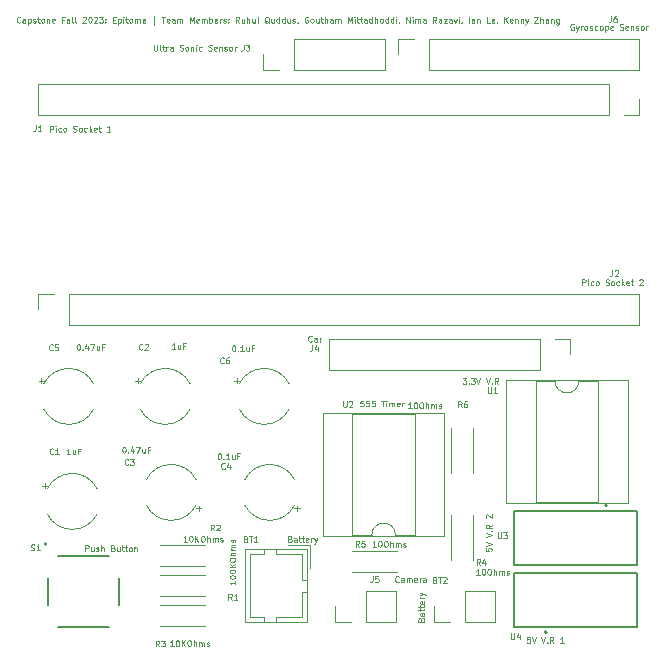
<source format=gbr>
%TF.GenerationSoftware,KiCad,Pcbnew,7.0.7*%
%TF.CreationDate,2023-10-20T12:36:32-04:00*%
%TF.ProjectId,Capstone-board-car,43617073-746f-46e6-952d-626f6172642d,rev?*%
%TF.SameCoordinates,Original*%
%TF.FileFunction,Legend,Top*%
%TF.FilePolarity,Positive*%
%FSLAX46Y46*%
G04 Gerber Fmt 4.6, Leading zero omitted, Abs format (unit mm)*
G04 Created by KiCad (PCBNEW 7.0.7) date 2023-10-20 12:36:32*
%MOMM*%
%LPD*%
G01*
G04 APERTURE LIST*
%ADD10C,0.125000*%
%ADD11C,0.120000*%
%ADD12C,0.127000*%
%ADD13C,0.200000*%
G04 APERTURE END LIST*
D10*
X36533338Y-71427190D02*
X36509529Y-71451000D01*
X36509529Y-71451000D02*
X36438100Y-71474809D01*
X36438100Y-71474809D02*
X36390481Y-71474809D01*
X36390481Y-71474809D02*
X36319053Y-71451000D01*
X36319053Y-71451000D02*
X36271434Y-71403380D01*
X36271434Y-71403380D02*
X36247624Y-71355761D01*
X36247624Y-71355761D02*
X36223815Y-71260523D01*
X36223815Y-71260523D02*
X36223815Y-71189095D01*
X36223815Y-71189095D02*
X36247624Y-71093857D01*
X36247624Y-71093857D02*
X36271434Y-71046238D01*
X36271434Y-71046238D02*
X36319053Y-70998619D01*
X36319053Y-70998619D02*
X36390481Y-70974809D01*
X36390481Y-70974809D02*
X36438100Y-70974809D01*
X36438100Y-70974809D02*
X36509529Y-70998619D01*
X36509529Y-70998619D02*
X36533338Y-71022428D01*
X36961910Y-71474809D02*
X36961910Y-71212904D01*
X36961910Y-71212904D02*
X36938100Y-71165285D01*
X36938100Y-71165285D02*
X36890481Y-71141476D01*
X36890481Y-71141476D02*
X36795243Y-71141476D01*
X36795243Y-71141476D02*
X36747624Y-71165285D01*
X36961910Y-71451000D02*
X36914291Y-71474809D01*
X36914291Y-71474809D02*
X36795243Y-71474809D01*
X36795243Y-71474809D02*
X36747624Y-71451000D01*
X36747624Y-71451000D02*
X36723815Y-71403380D01*
X36723815Y-71403380D02*
X36723815Y-71355761D01*
X36723815Y-71355761D02*
X36747624Y-71308142D01*
X36747624Y-71308142D02*
X36795243Y-71284333D01*
X36795243Y-71284333D02*
X36914291Y-71284333D01*
X36914291Y-71284333D02*
X36961910Y-71260523D01*
X37200005Y-71141476D02*
X37200005Y-71641476D01*
X37200005Y-71165285D02*
X37247624Y-71141476D01*
X37247624Y-71141476D02*
X37342862Y-71141476D01*
X37342862Y-71141476D02*
X37390481Y-71165285D01*
X37390481Y-71165285D02*
X37414291Y-71189095D01*
X37414291Y-71189095D02*
X37438100Y-71236714D01*
X37438100Y-71236714D02*
X37438100Y-71379571D01*
X37438100Y-71379571D02*
X37414291Y-71427190D01*
X37414291Y-71427190D02*
X37390481Y-71451000D01*
X37390481Y-71451000D02*
X37342862Y-71474809D01*
X37342862Y-71474809D02*
X37247624Y-71474809D01*
X37247624Y-71474809D02*
X37200005Y-71451000D01*
X37628577Y-71451000D02*
X37676196Y-71474809D01*
X37676196Y-71474809D02*
X37771434Y-71474809D01*
X37771434Y-71474809D02*
X37819053Y-71451000D01*
X37819053Y-71451000D02*
X37842862Y-71403380D01*
X37842862Y-71403380D02*
X37842862Y-71379571D01*
X37842862Y-71379571D02*
X37819053Y-71331952D01*
X37819053Y-71331952D02*
X37771434Y-71308142D01*
X37771434Y-71308142D02*
X37700005Y-71308142D01*
X37700005Y-71308142D02*
X37652386Y-71284333D01*
X37652386Y-71284333D02*
X37628577Y-71236714D01*
X37628577Y-71236714D02*
X37628577Y-71212904D01*
X37628577Y-71212904D02*
X37652386Y-71165285D01*
X37652386Y-71165285D02*
X37700005Y-71141476D01*
X37700005Y-71141476D02*
X37771434Y-71141476D01*
X37771434Y-71141476D02*
X37819053Y-71165285D01*
X37985720Y-71141476D02*
X38176196Y-71141476D01*
X38057148Y-70974809D02*
X38057148Y-71403380D01*
X38057148Y-71403380D02*
X38080958Y-71451000D01*
X38080958Y-71451000D02*
X38128577Y-71474809D01*
X38128577Y-71474809D02*
X38176196Y-71474809D01*
X38414291Y-71474809D02*
X38366672Y-71451000D01*
X38366672Y-71451000D02*
X38342862Y-71427190D01*
X38342862Y-71427190D02*
X38319053Y-71379571D01*
X38319053Y-71379571D02*
X38319053Y-71236714D01*
X38319053Y-71236714D02*
X38342862Y-71189095D01*
X38342862Y-71189095D02*
X38366672Y-71165285D01*
X38366672Y-71165285D02*
X38414291Y-71141476D01*
X38414291Y-71141476D02*
X38485719Y-71141476D01*
X38485719Y-71141476D02*
X38533338Y-71165285D01*
X38533338Y-71165285D02*
X38557148Y-71189095D01*
X38557148Y-71189095D02*
X38580957Y-71236714D01*
X38580957Y-71236714D02*
X38580957Y-71379571D01*
X38580957Y-71379571D02*
X38557148Y-71427190D01*
X38557148Y-71427190D02*
X38533338Y-71451000D01*
X38533338Y-71451000D02*
X38485719Y-71474809D01*
X38485719Y-71474809D02*
X38414291Y-71474809D01*
X38795243Y-71141476D02*
X38795243Y-71474809D01*
X38795243Y-71189095D02*
X38819053Y-71165285D01*
X38819053Y-71165285D02*
X38866672Y-71141476D01*
X38866672Y-71141476D02*
X38938100Y-71141476D01*
X38938100Y-71141476D02*
X38985719Y-71165285D01*
X38985719Y-71165285D02*
X39009529Y-71212904D01*
X39009529Y-71212904D02*
X39009529Y-71474809D01*
X39438100Y-71451000D02*
X39390481Y-71474809D01*
X39390481Y-71474809D02*
X39295243Y-71474809D01*
X39295243Y-71474809D02*
X39247624Y-71451000D01*
X39247624Y-71451000D02*
X39223815Y-71403380D01*
X39223815Y-71403380D02*
X39223815Y-71212904D01*
X39223815Y-71212904D02*
X39247624Y-71165285D01*
X39247624Y-71165285D02*
X39295243Y-71141476D01*
X39295243Y-71141476D02*
X39390481Y-71141476D01*
X39390481Y-71141476D02*
X39438100Y-71165285D01*
X39438100Y-71165285D02*
X39461910Y-71212904D01*
X39461910Y-71212904D02*
X39461910Y-71260523D01*
X39461910Y-71260523D02*
X39223815Y-71308142D01*
X40223814Y-71212904D02*
X40057147Y-71212904D01*
X40057147Y-71474809D02*
X40057147Y-70974809D01*
X40057147Y-70974809D02*
X40295242Y-70974809D01*
X40700004Y-71474809D02*
X40700004Y-71212904D01*
X40700004Y-71212904D02*
X40676194Y-71165285D01*
X40676194Y-71165285D02*
X40628575Y-71141476D01*
X40628575Y-71141476D02*
X40533337Y-71141476D01*
X40533337Y-71141476D02*
X40485718Y-71165285D01*
X40700004Y-71451000D02*
X40652385Y-71474809D01*
X40652385Y-71474809D02*
X40533337Y-71474809D01*
X40533337Y-71474809D02*
X40485718Y-71451000D01*
X40485718Y-71451000D02*
X40461909Y-71403380D01*
X40461909Y-71403380D02*
X40461909Y-71355761D01*
X40461909Y-71355761D02*
X40485718Y-71308142D01*
X40485718Y-71308142D02*
X40533337Y-71284333D01*
X40533337Y-71284333D02*
X40652385Y-71284333D01*
X40652385Y-71284333D02*
X40700004Y-71260523D01*
X41009528Y-71474809D02*
X40961909Y-71451000D01*
X40961909Y-71451000D02*
X40938099Y-71403380D01*
X40938099Y-71403380D02*
X40938099Y-70974809D01*
X41271433Y-71474809D02*
X41223814Y-71451000D01*
X41223814Y-71451000D02*
X41200004Y-71403380D01*
X41200004Y-71403380D02*
X41200004Y-70974809D01*
X41819052Y-71022428D02*
X41842861Y-70998619D01*
X41842861Y-70998619D02*
X41890480Y-70974809D01*
X41890480Y-70974809D02*
X42009528Y-70974809D01*
X42009528Y-70974809D02*
X42057147Y-70998619D01*
X42057147Y-70998619D02*
X42080956Y-71022428D01*
X42080956Y-71022428D02*
X42104766Y-71070047D01*
X42104766Y-71070047D02*
X42104766Y-71117666D01*
X42104766Y-71117666D02*
X42080956Y-71189095D01*
X42080956Y-71189095D02*
X41795242Y-71474809D01*
X41795242Y-71474809D02*
X42104766Y-71474809D01*
X42414289Y-70974809D02*
X42461908Y-70974809D01*
X42461908Y-70974809D02*
X42509527Y-70998619D01*
X42509527Y-70998619D02*
X42533337Y-71022428D01*
X42533337Y-71022428D02*
X42557146Y-71070047D01*
X42557146Y-71070047D02*
X42580956Y-71165285D01*
X42580956Y-71165285D02*
X42580956Y-71284333D01*
X42580956Y-71284333D02*
X42557146Y-71379571D01*
X42557146Y-71379571D02*
X42533337Y-71427190D01*
X42533337Y-71427190D02*
X42509527Y-71451000D01*
X42509527Y-71451000D02*
X42461908Y-71474809D01*
X42461908Y-71474809D02*
X42414289Y-71474809D01*
X42414289Y-71474809D02*
X42366670Y-71451000D01*
X42366670Y-71451000D02*
X42342861Y-71427190D01*
X42342861Y-71427190D02*
X42319051Y-71379571D01*
X42319051Y-71379571D02*
X42295242Y-71284333D01*
X42295242Y-71284333D02*
X42295242Y-71165285D01*
X42295242Y-71165285D02*
X42319051Y-71070047D01*
X42319051Y-71070047D02*
X42342861Y-71022428D01*
X42342861Y-71022428D02*
X42366670Y-70998619D01*
X42366670Y-70998619D02*
X42414289Y-70974809D01*
X42771432Y-71022428D02*
X42795241Y-70998619D01*
X42795241Y-70998619D02*
X42842860Y-70974809D01*
X42842860Y-70974809D02*
X42961908Y-70974809D01*
X42961908Y-70974809D02*
X43009527Y-70998619D01*
X43009527Y-70998619D02*
X43033336Y-71022428D01*
X43033336Y-71022428D02*
X43057146Y-71070047D01*
X43057146Y-71070047D02*
X43057146Y-71117666D01*
X43057146Y-71117666D02*
X43033336Y-71189095D01*
X43033336Y-71189095D02*
X42747622Y-71474809D01*
X42747622Y-71474809D02*
X43057146Y-71474809D01*
X43223812Y-70974809D02*
X43533336Y-70974809D01*
X43533336Y-70974809D02*
X43366669Y-71165285D01*
X43366669Y-71165285D02*
X43438098Y-71165285D01*
X43438098Y-71165285D02*
X43485717Y-71189095D01*
X43485717Y-71189095D02*
X43509526Y-71212904D01*
X43509526Y-71212904D02*
X43533336Y-71260523D01*
X43533336Y-71260523D02*
X43533336Y-71379571D01*
X43533336Y-71379571D02*
X43509526Y-71427190D01*
X43509526Y-71427190D02*
X43485717Y-71451000D01*
X43485717Y-71451000D02*
X43438098Y-71474809D01*
X43438098Y-71474809D02*
X43295241Y-71474809D01*
X43295241Y-71474809D02*
X43247622Y-71451000D01*
X43247622Y-71451000D02*
X43223812Y-71427190D01*
X43747621Y-71427190D02*
X43771431Y-71451000D01*
X43771431Y-71451000D02*
X43747621Y-71474809D01*
X43747621Y-71474809D02*
X43723812Y-71451000D01*
X43723812Y-71451000D02*
X43747621Y-71427190D01*
X43747621Y-71427190D02*
X43747621Y-71474809D01*
X43747621Y-71165285D02*
X43771431Y-71189095D01*
X43771431Y-71189095D02*
X43747621Y-71212904D01*
X43747621Y-71212904D02*
X43723812Y-71189095D01*
X43723812Y-71189095D02*
X43747621Y-71165285D01*
X43747621Y-71165285D02*
X43747621Y-71212904D01*
X44366668Y-71212904D02*
X44533335Y-71212904D01*
X44604763Y-71474809D02*
X44366668Y-71474809D01*
X44366668Y-71474809D02*
X44366668Y-70974809D01*
X44366668Y-70974809D02*
X44604763Y-70974809D01*
X44819049Y-71141476D02*
X44819049Y-71641476D01*
X44819049Y-71165285D02*
X44866668Y-71141476D01*
X44866668Y-71141476D02*
X44961906Y-71141476D01*
X44961906Y-71141476D02*
X45009525Y-71165285D01*
X45009525Y-71165285D02*
X45033335Y-71189095D01*
X45033335Y-71189095D02*
X45057144Y-71236714D01*
X45057144Y-71236714D02*
X45057144Y-71379571D01*
X45057144Y-71379571D02*
X45033335Y-71427190D01*
X45033335Y-71427190D02*
X45009525Y-71451000D01*
X45009525Y-71451000D02*
X44961906Y-71474809D01*
X44961906Y-71474809D02*
X44866668Y-71474809D01*
X44866668Y-71474809D02*
X44819049Y-71451000D01*
X45271430Y-71474809D02*
X45271430Y-71141476D01*
X45271430Y-70974809D02*
X45247621Y-70998619D01*
X45247621Y-70998619D02*
X45271430Y-71022428D01*
X45271430Y-71022428D02*
X45295240Y-70998619D01*
X45295240Y-70998619D02*
X45271430Y-70974809D01*
X45271430Y-70974809D02*
X45271430Y-71022428D01*
X45438097Y-71141476D02*
X45628573Y-71141476D01*
X45509525Y-70974809D02*
X45509525Y-71403380D01*
X45509525Y-71403380D02*
X45533335Y-71451000D01*
X45533335Y-71451000D02*
X45580954Y-71474809D01*
X45580954Y-71474809D02*
X45628573Y-71474809D01*
X45866668Y-71474809D02*
X45819049Y-71451000D01*
X45819049Y-71451000D02*
X45795239Y-71427190D01*
X45795239Y-71427190D02*
X45771430Y-71379571D01*
X45771430Y-71379571D02*
X45771430Y-71236714D01*
X45771430Y-71236714D02*
X45795239Y-71189095D01*
X45795239Y-71189095D02*
X45819049Y-71165285D01*
X45819049Y-71165285D02*
X45866668Y-71141476D01*
X45866668Y-71141476D02*
X45938096Y-71141476D01*
X45938096Y-71141476D02*
X45985715Y-71165285D01*
X45985715Y-71165285D02*
X46009525Y-71189095D01*
X46009525Y-71189095D02*
X46033334Y-71236714D01*
X46033334Y-71236714D02*
X46033334Y-71379571D01*
X46033334Y-71379571D02*
X46009525Y-71427190D01*
X46009525Y-71427190D02*
X45985715Y-71451000D01*
X45985715Y-71451000D02*
X45938096Y-71474809D01*
X45938096Y-71474809D02*
X45866668Y-71474809D01*
X46247620Y-71474809D02*
X46247620Y-71141476D01*
X46247620Y-71189095D02*
X46271430Y-71165285D01*
X46271430Y-71165285D02*
X46319049Y-71141476D01*
X46319049Y-71141476D02*
X46390477Y-71141476D01*
X46390477Y-71141476D02*
X46438096Y-71165285D01*
X46438096Y-71165285D02*
X46461906Y-71212904D01*
X46461906Y-71212904D02*
X46461906Y-71474809D01*
X46461906Y-71212904D02*
X46485715Y-71165285D01*
X46485715Y-71165285D02*
X46533334Y-71141476D01*
X46533334Y-71141476D02*
X46604763Y-71141476D01*
X46604763Y-71141476D02*
X46652382Y-71165285D01*
X46652382Y-71165285D02*
X46676192Y-71212904D01*
X46676192Y-71212904D02*
X46676192Y-71474809D01*
X47104763Y-71451000D02*
X47057144Y-71474809D01*
X47057144Y-71474809D02*
X46961906Y-71474809D01*
X46961906Y-71474809D02*
X46914287Y-71451000D01*
X46914287Y-71451000D02*
X46890478Y-71403380D01*
X46890478Y-71403380D02*
X46890478Y-71212904D01*
X46890478Y-71212904D02*
X46914287Y-71165285D01*
X46914287Y-71165285D02*
X46961906Y-71141476D01*
X46961906Y-71141476D02*
X47057144Y-71141476D01*
X47057144Y-71141476D02*
X47104763Y-71165285D01*
X47104763Y-71165285D02*
X47128573Y-71212904D01*
X47128573Y-71212904D02*
X47128573Y-71260523D01*
X47128573Y-71260523D02*
X46890478Y-71308142D01*
X47842858Y-71641476D02*
X47842858Y-70927190D01*
X48509524Y-70974809D02*
X48795238Y-70974809D01*
X48652381Y-71474809D02*
X48652381Y-70974809D01*
X49152380Y-71451000D02*
X49104761Y-71474809D01*
X49104761Y-71474809D02*
X49009523Y-71474809D01*
X49009523Y-71474809D02*
X48961904Y-71451000D01*
X48961904Y-71451000D02*
X48938095Y-71403380D01*
X48938095Y-71403380D02*
X48938095Y-71212904D01*
X48938095Y-71212904D02*
X48961904Y-71165285D01*
X48961904Y-71165285D02*
X49009523Y-71141476D01*
X49009523Y-71141476D02*
X49104761Y-71141476D01*
X49104761Y-71141476D02*
X49152380Y-71165285D01*
X49152380Y-71165285D02*
X49176190Y-71212904D01*
X49176190Y-71212904D02*
X49176190Y-71260523D01*
X49176190Y-71260523D02*
X48938095Y-71308142D01*
X49604761Y-71474809D02*
X49604761Y-71212904D01*
X49604761Y-71212904D02*
X49580951Y-71165285D01*
X49580951Y-71165285D02*
X49533332Y-71141476D01*
X49533332Y-71141476D02*
X49438094Y-71141476D01*
X49438094Y-71141476D02*
X49390475Y-71165285D01*
X49604761Y-71451000D02*
X49557142Y-71474809D01*
X49557142Y-71474809D02*
X49438094Y-71474809D01*
X49438094Y-71474809D02*
X49390475Y-71451000D01*
X49390475Y-71451000D02*
X49366666Y-71403380D01*
X49366666Y-71403380D02*
X49366666Y-71355761D01*
X49366666Y-71355761D02*
X49390475Y-71308142D01*
X49390475Y-71308142D02*
X49438094Y-71284333D01*
X49438094Y-71284333D02*
X49557142Y-71284333D01*
X49557142Y-71284333D02*
X49604761Y-71260523D01*
X49842856Y-71474809D02*
X49842856Y-71141476D01*
X49842856Y-71189095D02*
X49866666Y-71165285D01*
X49866666Y-71165285D02*
X49914285Y-71141476D01*
X49914285Y-71141476D02*
X49985713Y-71141476D01*
X49985713Y-71141476D02*
X50033332Y-71165285D01*
X50033332Y-71165285D02*
X50057142Y-71212904D01*
X50057142Y-71212904D02*
X50057142Y-71474809D01*
X50057142Y-71212904D02*
X50080951Y-71165285D01*
X50080951Y-71165285D02*
X50128570Y-71141476D01*
X50128570Y-71141476D02*
X50199999Y-71141476D01*
X50199999Y-71141476D02*
X50247618Y-71165285D01*
X50247618Y-71165285D02*
X50271428Y-71212904D01*
X50271428Y-71212904D02*
X50271428Y-71474809D01*
X50890475Y-71474809D02*
X50890475Y-70974809D01*
X50890475Y-70974809D02*
X51057142Y-71331952D01*
X51057142Y-71331952D02*
X51223808Y-70974809D01*
X51223808Y-70974809D02*
X51223808Y-71474809D01*
X51652380Y-71451000D02*
X51604761Y-71474809D01*
X51604761Y-71474809D02*
X51509523Y-71474809D01*
X51509523Y-71474809D02*
X51461904Y-71451000D01*
X51461904Y-71451000D02*
X51438095Y-71403380D01*
X51438095Y-71403380D02*
X51438095Y-71212904D01*
X51438095Y-71212904D02*
X51461904Y-71165285D01*
X51461904Y-71165285D02*
X51509523Y-71141476D01*
X51509523Y-71141476D02*
X51604761Y-71141476D01*
X51604761Y-71141476D02*
X51652380Y-71165285D01*
X51652380Y-71165285D02*
X51676190Y-71212904D01*
X51676190Y-71212904D02*
X51676190Y-71260523D01*
X51676190Y-71260523D02*
X51438095Y-71308142D01*
X51890475Y-71474809D02*
X51890475Y-71141476D01*
X51890475Y-71189095D02*
X51914285Y-71165285D01*
X51914285Y-71165285D02*
X51961904Y-71141476D01*
X51961904Y-71141476D02*
X52033332Y-71141476D01*
X52033332Y-71141476D02*
X52080951Y-71165285D01*
X52080951Y-71165285D02*
X52104761Y-71212904D01*
X52104761Y-71212904D02*
X52104761Y-71474809D01*
X52104761Y-71212904D02*
X52128570Y-71165285D01*
X52128570Y-71165285D02*
X52176189Y-71141476D01*
X52176189Y-71141476D02*
X52247618Y-71141476D01*
X52247618Y-71141476D02*
X52295237Y-71165285D01*
X52295237Y-71165285D02*
X52319047Y-71212904D01*
X52319047Y-71212904D02*
X52319047Y-71474809D01*
X52557142Y-71474809D02*
X52557142Y-70974809D01*
X52557142Y-71165285D02*
X52604761Y-71141476D01*
X52604761Y-71141476D02*
X52699999Y-71141476D01*
X52699999Y-71141476D02*
X52747618Y-71165285D01*
X52747618Y-71165285D02*
X52771428Y-71189095D01*
X52771428Y-71189095D02*
X52795237Y-71236714D01*
X52795237Y-71236714D02*
X52795237Y-71379571D01*
X52795237Y-71379571D02*
X52771428Y-71427190D01*
X52771428Y-71427190D02*
X52747618Y-71451000D01*
X52747618Y-71451000D02*
X52699999Y-71474809D01*
X52699999Y-71474809D02*
X52604761Y-71474809D01*
X52604761Y-71474809D02*
X52557142Y-71451000D01*
X53199999Y-71451000D02*
X53152380Y-71474809D01*
X53152380Y-71474809D02*
X53057142Y-71474809D01*
X53057142Y-71474809D02*
X53009523Y-71451000D01*
X53009523Y-71451000D02*
X52985714Y-71403380D01*
X52985714Y-71403380D02*
X52985714Y-71212904D01*
X52985714Y-71212904D02*
X53009523Y-71165285D01*
X53009523Y-71165285D02*
X53057142Y-71141476D01*
X53057142Y-71141476D02*
X53152380Y-71141476D01*
X53152380Y-71141476D02*
X53199999Y-71165285D01*
X53199999Y-71165285D02*
X53223809Y-71212904D01*
X53223809Y-71212904D02*
X53223809Y-71260523D01*
X53223809Y-71260523D02*
X52985714Y-71308142D01*
X53438094Y-71474809D02*
X53438094Y-71141476D01*
X53438094Y-71236714D02*
X53461904Y-71189095D01*
X53461904Y-71189095D02*
X53485713Y-71165285D01*
X53485713Y-71165285D02*
X53533332Y-71141476D01*
X53533332Y-71141476D02*
X53580951Y-71141476D01*
X53723809Y-71451000D02*
X53771428Y-71474809D01*
X53771428Y-71474809D02*
X53866666Y-71474809D01*
X53866666Y-71474809D02*
X53914285Y-71451000D01*
X53914285Y-71451000D02*
X53938094Y-71403380D01*
X53938094Y-71403380D02*
X53938094Y-71379571D01*
X53938094Y-71379571D02*
X53914285Y-71331952D01*
X53914285Y-71331952D02*
X53866666Y-71308142D01*
X53866666Y-71308142D02*
X53795237Y-71308142D01*
X53795237Y-71308142D02*
X53747618Y-71284333D01*
X53747618Y-71284333D02*
X53723809Y-71236714D01*
X53723809Y-71236714D02*
X53723809Y-71212904D01*
X53723809Y-71212904D02*
X53747618Y-71165285D01*
X53747618Y-71165285D02*
X53795237Y-71141476D01*
X53795237Y-71141476D02*
X53866666Y-71141476D01*
X53866666Y-71141476D02*
X53914285Y-71165285D01*
X54152380Y-71427190D02*
X54176190Y-71451000D01*
X54176190Y-71451000D02*
X54152380Y-71474809D01*
X54152380Y-71474809D02*
X54128571Y-71451000D01*
X54128571Y-71451000D02*
X54152380Y-71427190D01*
X54152380Y-71427190D02*
X54152380Y-71474809D01*
X54152380Y-71165285D02*
X54176190Y-71189095D01*
X54176190Y-71189095D02*
X54152380Y-71212904D01*
X54152380Y-71212904D02*
X54128571Y-71189095D01*
X54128571Y-71189095D02*
X54152380Y-71165285D01*
X54152380Y-71165285D02*
X54152380Y-71212904D01*
X55057141Y-71474809D02*
X54890475Y-71236714D01*
X54771427Y-71474809D02*
X54771427Y-70974809D01*
X54771427Y-70974809D02*
X54961903Y-70974809D01*
X54961903Y-70974809D02*
X55009522Y-70998619D01*
X55009522Y-70998619D02*
X55033332Y-71022428D01*
X55033332Y-71022428D02*
X55057141Y-71070047D01*
X55057141Y-71070047D02*
X55057141Y-71141476D01*
X55057141Y-71141476D02*
X55033332Y-71189095D01*
X55033332Y-71189095D02*
X55009522Y-71212904D01*
X55009522Y-71212904D02*
X54961903Y-71236714D01*
X54961903Y-71236714D02*
X54771427Y-71236714D01*
X55485713Y-71141476D02*
X55485713Y-71474809D01*
X55271427Y-71141476D02*
X55271427Y-71403380D01*
X55271427Y-71403380D02*
X55295237Y-71451000D01*
X55295237Y-71451000D02*
X55342856Y-71474809D01*
X55342856Y-71474809D02*
X55414284Y-71474809D01*
X55414284Y-71474809D02*
X55461903Y-71451000D01*
X55461903Y-71451000D02*
X55485713Y-71427190D01*
X55723808Y-71474809D02*
X55723808Y-70974809D01*
X55938094Y-71474809D02*
X55938094Y-71212904D01*
X55938094Y-71212904D02*
X55914284Y-71165285D01*
X55914284Y-71165285D02*
X55866665Y-71141476D01*
X55866665Y-71141476D02*
X55795237Y-71141476D01*
X55795237Y-71141476D02*
X55747618Y-71165285D01*
X55747618Y-71165285D02*
X55723808Y-71189095D01*
X56390475Y-71141476D02*
X56390475Y-71474809D01*
X56176189Y-71141476D02*
X56176189Y-71403380D01*
X56176189Y-71403380D02*
X56199999Y-71451000D01*
X56199999Y-71451000D02*
X56247618Y-71474809D01*
X56247618Y-71474809D02*
X56319046Y-71474809D01*
X56319046Y-71474809D02*
X56366665Y-71451000D01*
X56366665Y-71451000D02*
X56390475Y-71427190D01*
X56699999Y-71474809D02*
X56652380Y-71451000D01*
X56652380Y-71451000D02*
X56628570Y-71403380D01*
X56628570Y-71403380D02*
X56628570Y-70974809D01*
X57604760Y-71522428D02*
X57557141Y-71498619D01*
X57557141Y-71498619D02*
X57509522Y-71451000D01*
X57509522Y-71451000D02*
X57438094Y-71379571D01*
X57438094Y-71379571D02*
X57390475Y-71355761D01*
X57390475Y-71355761D02*
X57342856Y-71355761D01*
X57366665Y-71474809D02*
X57319046Y-71451000D01*
X57319046Y-71451000D02*
X57271427Y-71403380D01*
X57271427Y-71403380D02*
X57247618Y-71308142D01*
X57247618Y-71308142D02*
X57247618Y-71141476D01*
X57247618Y-71141476D02*
X57271427Y-71046238D01*
X57271427Y-71046238D02*
X57319046Y-70998619D01*
X57319046Y-70998619D02*
X57366665Y-70974809D01*
X57366665Y-70974809D02*
X57461903Y-70974809D01*
X57461903Y-70974809D02*
X57509522Y-70998619D01*
X57509522Y-70998619D02*
X57557141Y-71046238D01*
X57557141Y-71046238D02*
X57580951Y-71141476D01*
X57580951Y-71141476D02*
X57580951Y-71308142D01*
X57580951Y-71308142D02*
X57557141Y-71403380D01*
X57557141Y-71403380D02*
X57509522Y-71451000D01*
X57509522Y-71451000D02*
X57461903Y-71474809D01*
X57461903Y-71474809D02*
X57366665Y-71474809D01*
X58009523Y-71141476D02*
X58009523Y-71474809D01*
X57795237Y-71141476D02*
X57795237Y-71403380D01*
X57795237Y-71403380D02*
X57819047Y-71451000D01*
X57819047Y-71451000D02*
X57866666Y-71474809D01*
X57866666Y-71474809D02*
X57938094Y-71474809D01*
X57938094Y-71474809D02*
X57985713Y-71451000D01*
X57985713Y-71451000D02*
X58009523Y-71427190D01*
X58461904Y-71474809D02*
X58461904Y-70974809D01*
X58461904Y-71451000D02*
X58414285Y-71474809D01*
X58414285Y-71474809D02*
X58319047Y-71474809D01*
X58319047Y-71474809D02*
X58271428Y-71451000D01*
X58271428Y-71451000D02*
X58247618Y-71427190D01*
X58247618Y-71427190D02*
X58223809Y-71379571D01*
X58223809Y-71379571D02*
X58223809Y-71236714D01*
X58223809Y-71236714D02*
X58247618Y-71189095D01*
X58247618Y-71189095D02*
X58271428Y-71165285D01*
X58271428Y-71165285D02*
X58319047Y-71141476D01*
X58319047Y-71141476D02*
X58414285Y-71141476D01*
X58414285Y-71141476D02*
X58461904Y-71165285D01*
X58914285Y-71474809D02*
X58914285Y-70974809D01*
X58914285Y-71451000D02*
X58866666Y-71474809D01*
X58866666Y-71474809D02*
X58771428Y-71474809D01*
X58771428Y-71474809D02*
X58723809Y-71451000D01*
X58723809Y-71451000D02*
X58699999Y-71427190D01*
X58699999Y-71427190D02*
X58676190Y-71379571D01*
X58676190Y-71379571D02*
X58676190Y-71236714D01*
X58676190Y-71236714D02*
X58699999Y-71189095D01*
X58699999Y-71189095D02*
X58723809Y-71165285D01*
X58723809Y-71165285D02*
X58771428Y-71141476D01*
X58771428Y-71141476D02*
X58866666Y-71141476D01*
X58866666Y-71141476D02*
X58914285Y-71165285D01*
X59366666Y-71141476D02*
X59366666Y-71474809D01*
X59152380Y-71141476D02*
X59152380Y-71403380D01*
X59152380Y-71403380D02*
X59176190Y-71451000D01*
X59176190Y-71451000D02*
X59223809Y-71474809D01*
X59223809Y-71474809D02*
X59295237Y-71474809D01*
X59295237Y-71474809D02*
X59342856Y-71451000D01*
X59342856Y-71451000D02*
X59366666Y-71427190D01*
X59580952Y-71451000D02*
X59628571Y-71474809D01*
X59628571Y-71474809D02*
X59723809Y-71474809D01*
X59723809Y-71474809D02*
X59771428Y-71451000D01*
X59771428Y-71451000D02*
X59795237Y-71403380D01*
X59795237Y-71403380D02*
X59795237Y-71379571D01*
X59795237Y-71379571D02*
X59771428Y-71331952D01*
X59771428Y-71331952D02*
X59723809Y-71308142D01*
X59723809Y-71308142D02*
X59652380Y-71308142D01*
X59652380Y-71308142D02*
X59604761Y-71284333D01*
X59604761Y-71284333D02*
X59580952Y-71236714D01*
X59580952Y-71236714D02*
X59580952Y-71212904D01*
X59580952Y-71212904D02*
X59604761Y-71165285D01*
X59604761Y-71165285D02*
X59652380Y-71141476D01*
X59652380Y-71141476D02*
X59723809Y-71141476D01*
X59723809Y-71141476D02*
X59771428Y-71165285D01*
X60033333Y-71451000D02*
X60033333Y-71474809D01*
X60033333Y-71474809D02*
X60009523Y-71522428D01*
X60009523Y-71522428D02*
X59985714Y-71546238D01*
X60890475Y-70998619D02*
X60842856Y-70974809D01*
X60842856Y-70974809D02*
X60771427Y-70974809D01*
X60771427Y-70974809D02*
X60699999Y-70998619D01*
X60699999Y-70998619D02*
X60652380Y-71046238D01*
X60652380Y-71046238D02*
X60628570Y-71093857D01*
X60628570Y-71093857D02*
X60604761Y-71189095D01*
X60604761Y-71189095D02*
X60604761Y-71260523D01*
X60604761Y-71260523D02*
X60628570Y-71355761D01*
X60628570Y-71355761D02*
X60652380Y-71403380D01*
X60652380Y-71403380D02*
X60699999Y-71451000D01*
X60699999Y-71451000D02*
X60771427Y-71474809D01*
X60771427Y-71474809D02*
X60819046Y-71474809D01*
X60819046Y-71474809D02*
X60890475Y-71451000D01*
X60890475Y-71451000D02*
X60914284Y-71427190D01*
X60914284Y-71427190D02*
X60914284Y-71260523D01*
X60914284Y-71260523D02*
X60819046Y-71260523D01*
X61199999Y-71474809D02*
X61152380Y-71451000D01*
X61152380Y-71451000D02*
X61128570Y-71427190D01*
X61128570Y-71427190D02*
X61104761Y-71379571D01*
X61104761Y-71379571D02*
X61104761Y-71236714D01*
X61104761Y-71236714D02*
X61128570Y-71189095D01*
X61128570Y-71189095D02*
X61152380Y-71165285D01*
X61152380Y-71165285D02*
X61199999Y-71141476D01*
X61199999Y-71141476D02*
X61271427Y-71141476D01*
X61271427Y-71141476D02*
X61319046Y-71165285D01*
X61319046Y-71165285D02*
X61342856Y-71189095D01*
X61342856Y-71189095D02*
X61366665Y-71236714D01*
X61366665Y-71236714D02*
X61366665Y-71379571D01*
X61366665Y-71379571D02*
X61342856Y-71427190D01*
X61342856Y-71427190D02*
X61319046Y-71451000D01*
X61319046Y-71451000D02*
X61271427Y-71474809D01*
X61271427Y-71474809D02*
X61199999Y-71474809D01*
X61795237Y-71141476D02*
X61795237Y-71474809D01*
X61580951Y-71141476D02*
X61580951Y-71403380D01*
X61580951Y-71403380D02*
X61604761Y-71451000D01*
X61604761Y-71451000D02*
X61652380Y-71474809D01*
X61652380Y-71474809D02*
X61723808Y-71474809D01*
X61723808Y-71474809D02*
X61771427Y-71451000D01*
X61771427Y-71451000D02*
X61795237Y-71427190D01*
X61961904Y-71141476D02*
X62152380Y-71141476D01*
X62033332Y-70974809D02*
X62033332Y-71403380D01*
X62033332Y-71403380D02*
X62057142Y-71451000D01*
X62057142Y-71451000D02*
X62104761Y-71474809D01*
X62104761Y-71474809D02*
X62152380Y-71474809D01*
X62319046Y-71474809D02*
X62319046Y-70974809D01*
X62533332Y-71474809D02*
X62533332Y-71212904D01*
X62533332Y-71212904D02*
X62509522Y-71165285D01*
X62509522Y-71165285D02*
X62461903Y-71141476D01*
X62461903Y-71141476D02*
X62390475Y-71141476D01*
X62390475Y-71141476D02*
X62342856Y-71165285D01*
X62342856Y-71165285D02*
X62319046Y-71189095D01*
X62985713Y-71474809D02*
X62985713Y-71212904D01*
X62985713Y-71212904D02*
X62961903Y-71165285D01*
X62961903Y-71165285D02*
X62914284Y-71141476D01*
X62914284Y-71141476D02*
X62819046Y-71141476D01*
X62819046Y-71141476D02*
X62771427Y-71165285D01*
X62985713Y-71451000D02*
X62938094Y-71474809D01*
X62938094Y-71474809D02*
X62819046Y-71474809D01*
X62819046Y-71474809D02*
X62771427Y-71451000D01*
X62771427Y-71451000D02*
X62747618Y-71403380D01*
X62747618Y-71403380D02*
X62747618Y-71355761D01*
X62747618Y-71355761D02*
X62771427Y-71308142D01*
X62771427Y-71308142D02*
X62819046Y-71284333D01*
X62819046Y-71284333D02*
X62938094Y-71284333D01*
X62938094Y-71284333D02*
X62985713Y-71260523D01*
X63223808Y-71474809D02*
X63223808Y-71141476D01*
X63223808Y-71189095D02*
X63247618Y-71165285D01*
X63247618Y-71165285D02*
X63295237Y-71141476D01*
X63295237Y-71141476D02*
X63366665Y-71141476D01*
X63366665Y-71141476D02*
X63414284Y-71165285D01*
X63414284Y-71165285D02*
X63438094Y-71212904D01*
X63438094Y-71212904D02*
X63438094Y-71474809D01*
X63438094Y-71212904D02*
X63461903Y-71165285D01*
X63461903Y-71165285D02*
X63509522Y-71141476D01*
X63509522Y-71141476D02*
X63580951Y-71141476D01*
X63580951Y-71141476D02*
X63628570Y-71165285D01*
X63628570Y-71165285D02*
X63652380Y-71212904D01*
X63652380Y-71212904D02*
X63652380Y-71474809D01*
X64271427Y-71474809D02*
X64271427Y-70974809D01*
X64271427Y-70974809D02*
X64438094Y-71331952D01*
X64438094Y-71331952D02*
X64604760Y-70974809D01*
X64604760Y-70974809D02*
X64604760Y-71474809D01*
X64842856Y-71474809D02*
X64842856Y-71141476D01*
X64842856Y-70974809D02*
X64819047Y-70998619D01*
X64819047Y-70998619D02*
X64842856Y-71022428D01*
X64842856Y-71022428D02*
X64866666Y-70998619D01*
X64866666Y-70998619D02*
X64842856Y-70974809D01*
X64842856Y-70974809D02*
X64842856Y-71022428D01*
X65009523Y-71141476D02*
X65199999Y-71141476D01*
X65080951Y-70974809D02*
X65080951Y-71403380D01*
X65080951Y-71403380D02*
X65104761Y-71451000D01*
X65104761Y-71451000D02*
X65152380Y-71474809D01*
X65152380Y-71474809D02*
X65199999Y-71474809D01*
X65295237Y-71141476D02*
X65485713Y-71141476D01*
X65366665Y-70974809D02*
X65366665Y-71403380D01*
X65366665Y-71403380D02*
X65390475Y-71451000D01*
X65390475Y-71451000D02*
X65438094Y-71474809D01*
X65438094Y-71474809D02*
X65485713Y-71474809D01*
X65866665Y-71474809D02*
X65866665Y-71212904D01*
X65866665Y-71212904D02*
X65842855Y-71165285D01*
X65842855Y-71165285D02*
X65795236Y-71141476D01*
X65795236Y-71141476D02*
X65699998Y-71141476D01*
X65699998Y-71141476D02*
X65652379Y-71165285D01*
X65866665Y-71451000D02*
X65819046Y-71474809D01*
X65819046Y-71474809D02*
X65699998Y-71474809D01*
X65699998Y-71474809D02*
X65652379Y-71451000D01*
X65652379Y-71451000D02*
X65628570Y-71403380D01*
X65628570Y-71403380D02*
X65628570Y-71355761D01*
X65628570Y-71355761D02*
X65652379Y-71308142D01*
X65652379Y-71308142D02*
X65699998Y-71284333D01*
X65699998Y-71284333D02*
X65819046Y-71284333D01*
X65819046Y-71284333D02*
X65866665Y-71260523D01*
X66319046Y-71474809D02*
X66319046Y-70974809D01*
X66319046Y-71451000D02*
X66271427Y-71474809D01*
X66271427Y-71474809D02*
X66176189Y-71474809D01*
X66176189Y-71474809D02*
X66128570Y-71451000D01*
X66128570Y-71451000D02*
X66104760Y-71427190D01*
X66104760Y-71427190D02*
X66080951Y-71379571D01*
X66080951Y-71379571D02*
X66080951Y-71236714D01*
X66080951Y-71236714D02*
X66104760Y-71189095D01*
X66104760Y-71189095D02*
X66128570Y-71165285D01*
X66128570Y-71165285D02*
X66176189Y-71141476D01*
X66176189Y-71141476D02*
X66271427Y-71141476D01*
X66271427Y-71141476D02*
X66319046Y-71165285D01*
X66557141Y-71474809D02*
X66557141Y-70974809D01*
X66771427Y-71474809D02*
X66771427Y-71212904D01*
X66771427Y-71212904D02*
X66747617Y-71165285D01*
X66747617Y-71165285D02*
X66699998Y-71141476D01*
X66699998Y-71141476D02*
X66628570Y-71141476D01*
X66628570Y-71141476D02*
X66580951Y-71165285D01*
X66580951Y-71165285D02*
X66557141Y-71189095D01*
X67080951Y-71474809D02*
X67033332Y-71451000D01*
X67033332Y-71451000D02*
X67009522Y-71427190D01*
X67009522Y-71427190D02*
X66985713Y-71379571D01*
X66985713Y-71379571D02*
X66985713Y-71236714D01*
X66985713Y-71236714D02*
X67009522Y-71189095D01*
X67009522Y-71189095D02*
X67033332Y-71165285D01*
X67033332Y-71165285D02*
X67080951Y-71141476D01*
X67080951Y-71141476D02*
X67152379Y-71141476D01*
X67152379Y-71141476D02*
X67199998Y-71165285D01*
X67199998Y-71165285D02*
X67223808Y-71189095D01*
X67223808Y-71189095D02*
X67247617Y-71236714D01*
X67247617Y-71236714D02*
X67247617Y-71379571D01*
X67247617Y-71379571D02*
X67223808Y-71427190D01*
X67223808Y-71427190D02*
X67199998Y-71451000D01*
X67199998Y-71451000D02*
X67152379Y-71474809D01*
X67152379Y-71474809D02*
X67080951Y-71474809D01*
X67676189Y-71474809D02*
X67676189Y-70974809D01*
X67676189Y-71451000D02*
X67628570Y-71474809D01*
X67628570Y-71474809D02*
X67533332Y-71474809D01*
X67533332Y-71474809D02*
X67485713Y-71451000D01*
X67485713Y-71451000D02*
X67461903Y-71427190D01*
X67461903Y-71427190D02*
X67438094Y-71379571D01*
X67438094Y-71379571D02*
X67438094Y-71236714D01*
X67438094Y-71236714D02*
X67461903Y-71189095D01*
X67461903Y-71189095D02*
X67485713Y-71165285D01*
X67485713Y-71165285D02*
X67533332Y-71141476D01*
X67533332Y-71141476D02*
X67628570Y-71141476D01*
X67628570Y-71141476D02*
X67676189Y-71165285D01*
X68128570Y-71474809D02*
X68128570Y-70974809D01*
X68128570Y-71451000D02*
X68080951Y-71474809D01*
X68080951Y-71474809D02*
X67985713Y-71474809D01*
X67985713Y-71474809D02*
X67938094Y-71451000D01*
X67938094Y-71451000D02*
X67914284Y-71427190D01*
X67914284Y-71427190D02*
X67890475Y-71379571D01*
X67890475Y-71379571D02*
X67890475Y-71236714D01*
X67890475Y-71236714D02*
X67914284Y-71189095D01*
X67914284Y-71189095D02*
X67938094Y-71165285D01*
X67938094Y-71165285D02*
X67985713Y-71141476D01*
X67985713Y-71141476D02*
X68080951Y-71141476D01*
X68080951Y-71141476D02*
X68128570Y-71165285D01*
X68366665Y-71474809D02*
X68366665Y-71141476D01*
X68366665Y-70974809D02*
X68342856Y-70998619D01*
X68342856Y-70998619D02*
X68366665Y-71022428D01*
X68366665Y-71022428D02*
X68390475Y-70998619D01*
X68390475Y-70998619D02*
X68366665Y-70974809D01*
X68366665Y-70974809D02*
X68366665Y-71022428D01*
X68628570Y-71451000D02*
X68628570Y-71474809D01*
X68628570Y-71474809D02*
X68604760Y-71522428D01*
X68604760Y-71522428D02*
X68580951Y-71546238D01*
X69223807Y-71474809D02*
X69223807Y-70974809D01*
X69223807Y-70974809D02*
X69509521Y-71474809D01*
X69509521Y-71474809D02*
X69509521Y-70974809D01*
X69747617Y-71474809D02*
X69747617Y-71141476D01*
X69747617Y-70974809D02*
X69723808Y-70998619D01*
X69723808Y-70998619D02*
X69747617Y-71022428D01*
X69747617Y-71022428D02*
X69771427Y-70998619D01*
X69771427Y-70998619D02*
X69747617Y-70974809D01*
X69747617Y-70974809D02*
X69747617Y-71022428D01*
X69985712Y-71474809D02*
X69985712Y-71141476D01*
X69985712Y-71189095D02*
X70009522Y-71165285D01*
X70009522Y-71165285D02*
X70057141Y-71141476D01*
X70057141Y-71141476D02*
X70128569Y-71141476D01*
X70128569Y-71141476D02*
X70176188Y-71165285D01*
X70176188Y-71165285D02*
X70199998Y-71212904D01*
X70199998Y-71212904D02*
X70199998Y-71474809D01*
X70199998Y-71212904D02*
X70223807Y-71165285D01*
X70223807Y-71165285D02*
X70271426Y-71141476D01*
X70271426Y-71141476D02*
X70342855Y-71141476D01*
X70342855Y-71141476D02*
X70390474Y-71165285D01*
X70390474Y-71165285D02*
X70414284Y-71212904D01*
X70414284Y-71212904D02*
X70414284Y-71474809D01*
X70866665Y-71474809D02*
X70866665Y-71212904D01*
X70866665Y-71212904D02*
X70842855Y-71165285D01*
X70842855Y-71165285D02*
X70795236Y-71141476D01*
X70795236Y-71141476D02*
X70699998Y-71141476D01*
X70699998Y-71141476D02*
X70652379Y-71165285D01*
X70866665Y-71451000D02*
X70819046Y-71474809D01*
X70819046Y-71474809D02*
X70699998Y-71474809D01*
X70699998Y-71474809D02*
X70652379Y-71451000D01*
X70652379Y-71451000D02*
X70628570Y-71403380D01*
X70628570Y-71403380D02*
X70628570Y-71355761D01*
X70628570Y-71355761D02*
X70652379Y-71308142D01*
X70652379Y-71308142D02*
X70699998Y-71284333D01*
X70699998Y-71284333D02*
X70819046Y-71284333D01*
X70819046Y-71284333D02*
X70866665Y-71260523D01*
X71771426Y-71474809D02*
X71604760Y-71236714D01*
X71485712Y-71474809D02*
X71485712Y-70974809D01*
X71485712Y-70974809D02*
X71676188Y-70974809D01*
X71676188Y-70974809D02*
X71723807Y-70998619D01*
X71723807Y-70998619D02*
X71747617Y-71022428D01*
X71747617Y-71022428D02*
X71771426Y-71070047D01*
X71771426Y-71070047D02*
X71771426Y-71141476D01*
X71771426Y-71141476D02*
X71747617Y-71189095D01*
X71747617Y-71189095D02*
X71723807Y-71212904D01*
X71723807Y-71212904D02*
X71676188Y-71236714D01*
X71676188Y-71236714D02*
X71485712Y-71236714D01*
X72199998Y-71474809D02*
X72199998Y-71212904D01*
X72199998Y-71212904D02*
X72176188Y-71165285D01*
X72176188Y-71165285D02*
X72128569Y-71141476D01*
X72128569Y-71141476D02*
X72033331Y-71141476D01*
X72033331Y-71141476D02*
X71985712Y-71165285D01*
X72199998Y-71451000D02*
X72152379Y-71474809D01*
X72152379Y-71474809D02*
X72033331Y-71474809D01*
X72033331Y-71474809D02*
X71985712Y-71451000D01*
X71985712Y-71451000D02*
X71961903Y-71403380D01*
X71961903Y-71403380D02*
X71961903Y-71355761D01*
X71961903Y-71355761D02*
X71985712Y-71308142D01*
X71985712Y-71308142D02*
X72033331Y-71284333D01*
X72033331Y-71284333D02*
X72152379Y-71284333D01*
X72152379Y-71284333D02*
X72199998Y-71260523D01*
X72390474Y-71141476D02*
X72652379Y-71141476D01*
X72652379Y-71141476D02*
X72390474Y-71474809D01*
X72390474Y-71474809D02*
X72652379Y-71474809D01*
X73057141Y-71474809D02*
X73057141Y-71212904D01*
X73057141Y-71212904D02*
X73033331Y-71165285D01*
X73033331Y-71165285D02*
X72985712Y-71141476D01*
X72985712Y-71141476D02*
X72890474Y-71141476D01*
X72890474Y-71141476D02*
X72842855Y-71165285D01*
X73057141Y-71451000D02*
X73009522Y-71474809D01*
X73009522Y-71474809D02*
X72890474Y-71474809D01*
X72890474Y-71474809D02*
X72842855Y-71451000D01*
X72842855Y-71451000D02*
X72819046Y-71403380D01*
X72819046Y-71403380D02*
X72819046Y-71355761D01*
X72819046Y-71355761D02*
X72842855Y-71308142D01*
X72842855Y-71308142D02*
X72890474Y-71284333D01*
X72890474Y-71284333D02*
X73009522Y-71284333D01*
X73009522Y-71284333D02*
X73057141Y-71260523D01*
X73247617Y-71141476D02*
X73366665Y-71474809D01*
X73366665Y-71474809D02*
X73485712Y-71141476D01*
X73676188Y-71474809D02*
X73676188Y-71141476D01*
X73676188Y-70974809D02*
X73652379Y-70998619D01*
X73652379Y-70998619D02*
X73676188Y-71022428D01*
X73676188Y-71022428D02*
X73699998Y-70998619D01*
X73699998Y-70998619D02*
X73676188Y-70974809D01*
X73676188Y-70974809D02*
X73676188Y-71022428D01*
X73938093Y-71451000D02*
X73938093Y-71474809D01*
X73938093Y-71474809D02*
X73914283Y-71522428D01*
X73914283Y-71522428D02*
X73890474Y-71546238D01*
X74533330Y-71474809D02*
X74533330Y-70974809D01*
X74985711Y-71474809D02*
X74985711Y-71212904D01*
X74985711Y-71212904D02*
X74961901Y-71165285D01*
X74961901Y-71165285D02*
X74914282Y-71141476D01*
X74914282Y-71141476D02*
X74819044Y-71141476D01*
X74819044Y-71141476D02*
X74771425Y-71165285D01*
X74985711Y-71451000D02*
X74938092Y-71474809D01*
X74938092Y-71474809D02*
X74819044Y-71474809D01*
X74819044Y-71474809D02*
X74771425Y-71451000D01*
X74771425Y-71451000D02*
X74747616Y-71403380D01*
X74747616Y-71403380D02*
X74747616Y-71355761D01*
X74747616Y-71355761D02*
X74771425Y-71308142D01*
X74771425Y-71308142D02*
X74819044Y-71284333D01*
X74819044Y-71284333D02*
X74938092Y-71284333D01*
X74938092Y-71284333D02*
X74985711Y-71260523D01*
X75223806Y-71141476D02*
X75223806Y-71474809D01*
X75223806Y-71189095D02*
X75247616Y-71165285D01*
X75247616Y-71165285D02*
X75295235Y-71141476D01*
X75295235Y-71141476D02*
X75366663Y-71141476D01*
X75366663Y-71141476D02*
X75414282Y-71165285D01*
X75414282Y-71165285D02*
X75438092Y-71212904D01*
X75438092Y-71212904D02*
X75438092Y-71474809D01*
X76295234Y-71474809D02*
X76057139Y-71474809D01*
X76057139Y-71474809D02*
X76057139Y-70974809D01*
X76652377Y-71451000D02*
X76604758Y-71474809D01*
X76604758Y-71474809D02*
X76509520Y-71474809D01*
X76509520Y-71474809D02*
X76461901Y-71451000D01*
X76461901Y-71451000D02*
X76438092Y-71403380D01*
X76438092Y-71403380D02*
X76438092Y-71212904D01*
X76438092Y-71212904D02*
X76461901Y-71165285D01*
X76461901Y-71165285D02*
X76509520Y-71141476D01*
X76509520Y-71141476D02*
X76604758Y-71141476D01*
X76604758Y-71141476D02*
X76652377Y-71165285D01*
X76652377Y-71165285D02*
X76676187Y-71212904D01*
X76676187Y-71212904D02*
X76676187Y-71260523D01*
X76676187Y-71260523D02*
X76438092Y-71308142D01*
X76914282Y-71451000D02*
X76914282Y-71474809D01*
X76914282Y-71474809D02*
X76890472Y-71522428D01*
X76890472Y-71522428D02*
X76866663Y-71546238D01*
X77509519Y-71474809D02*
X77509519Y-70974809D01*
X77795233Y-71474809D02*
X77580948Y-71189095D01*
X77795233Y-70974809D02*
X77509519Y-71260523D01*
X78199995Y-71451000D02*
X78152376Y-71474809D01*
X78152376Y-71474809D02*
X78057138Y-71474809D01*
X78057138Y-71474809D02*
X78009519Y-71451000D01*
X78009519Y-71451000D02*
X77985710Y-71403380D01*
X77985710Y-71403380D02*
X77985710Y-71212904D01*
X77985710Y-71212904D02*
X78009519Y-71165285D01*
X78009519Y-71165285D02*
X78057138Y-71141476D01*
X78057138Y-71141476D02*
X78152376Y-71141476D01*
X78152376Y-71141476D02*
X78199995Y-71165285D01*
X78199995Y-71165285D02*
X78223805Y-71212904D01*
X78223805Y-71212904D02*
X78223805Y-71260523D01*
X78223805Y-71260523D02*
X77985710Y-71308142D01*
X78438090Y-71141476D02*
X78438090Y-71474809D01*
X78438090Y-71189095D02*
X78461900Y-71165285D01*
X78461900Y-71165285D02*
X78509519Y-71141476D01*
X78509519Y-71141476D02*
X78580947Y-71141476D01*
X78580947Y-71141476D02*
X78628566Y-71165285D01*
X78628566Y-71165285D02*
X78652376Y-71212904D01*
X78652376Y-71212904D02*
X78652376Y-71474809D01*
X78890471Y-71141476D02*
X78890471Y-71474809D01*
X78890471Y-71189095D02*
X78914281Y-71165285D01*
X78914281Y-71165285D02*
X78961900Y-71141476D01*
X78961900Y-71141476D02*
X79033328Y-71141476D01*
X79033328Y-71141476D02*
X79080947Y-71165285D01*
X79080947Y-71165285D02*
X79104757Y-71212904D01*
X79104757Y-71212904D02*
X79104757Y-71474809D01*
X79295233Y-71141476D02*
X79414281Y-71474809D01*
X79533328Y-71141476D02*
X79414281Y-71474809D01*
X79414281Y-71474809D02*
X79366662Y-71593857D01*
X79366662Y-71593857D02*
X79342852Y-71617666D01*
X79342852Y-71617666D02*
X79295233Y-71641476D01*
X80057137Y-70974809D02*
X80390470Y-70974809D01*
X80390470Y-70974809D02*
X80057137Y-71474809D01*
X80057137Y-71474809D02*
X80390470Y-71474809D01*
X80580946Y-71474809D02*
X80580946Y-70974809D01*
X80795232Y-71474809D02*
X80795232Y-71212904D01*
X80795232Y-71212904D02*
X80771422Y-71165285D01*
X80771422Y-71165285D02*
X80723803Y-71141476D01*
X80723803Y-71141476D02*
X80652375Y-71141476D01*
X80652375Y-71141476D02*
X80604756Y-71165285D01*
X80604756Y-71165285D02*
X80580946Y-71189095D01*
X81247613Y-71474809D02*
X81247613Y-71212904D01*
X81247613Y-71212904D02*
X81223803Y-71165285D01*
X81223803Y-71165285D02*
X81176184Y-71141476D01*
X81176184Y-71141476D02*
X81080946Y-71141476D01*
X81080946Y-71141476D02*
X81033327Y-71165285D01*
X81247613Y-71451000D02*
X81199994Y-71474809D01*
X81199994Y-71474809D02*
X81080946Y-71474809D01*
X81080946Y-71474809D02*
X81033327Y-71451000D01*
X81033327Y-71451000D02*
X81009518Y-71403380D01*
X81009518Y-71403380D02*
X81009518Y-71355761D01*
X81009518Y-71355761D02*
X81033327Y-71308142D01*
X81033327Y-71308142D02*
X81080946Y-71284333D01*
X81080946Y-71284333D02*
X81199994Y-71284333D01*
X81199994Y-71284333D02*
X81247613Y-71260523D01*
X81485708Y-71141476D02*
X81485708Y-71474809D01*
X81485708Y-71189095D02*
X81509518Y-71165285D01*
X81509518Y-71165285D02*
X81557137Y-71141476D01*
X81557137Y-71141476D02*
X81628565Y-71141476D01*
X81628565Y-71141476D02*
X81676184Y-71165285D01*
X81676184Y-71165285D02*
X81699994Y-71212904D01*
X81699994Y-71212904D02*
X81699994Y-71474809D01*
X82152375Y-71141476D02*
X82152375Y-71546238D01*
X82152375Y-71546238D02*
X82128565Y-71593857D01*
X82128565Y-71593857D02*
X82104756Y-71617666D01*
X82104756Y-71617666D02*
X82057137Y-71641476D01*
X82057137Y-71641476D02*
X81985708Y-71641476D01*
X81985708Y-71641476D02*
X81938089Y-71617666D01*
X82152375Y-71451000D02*
X82104756Y-71474809D01*
X82104756Y-71474809D02*
X82009518Y-71474809D01*
X82009518Y-71474809D02*
X81961899Y-71451000D01*
X81961899Y-71451000D02*
X81938089Y-71427190D01*
X81938089Y-71427190D02*
X81914280Y-71379571D01*
X81914280Y-71379571D02*
X81914280Y-71236714D01*
X81914280Y-71236714D02*
X81938089Y-71189095D01*
X81938089Y-71189095D02*
X81961899Y-71165285D01*
X81961899Y-71165285D02*
X82009518Y-71141476D01*
X82009518Y-71141476D02*
X82104756Y-71141476D01*
X82104756Y-71141476D02*
X82152375Y-71165285D01*
X37833333Y-80164809D02*
X37833333Y-80521952D01*
X37833333Y-80521952D02*
X37809524Y-80593380D01*
X37809524Y-80593380D02*
X37761905Y-80641000D01*
X37761905Y-80641000D02*
X37690476Y-80664809D01*
X37690476Y-80664809D02*
X37642857Y-80664809D01*
X38333333Y-80664809D02*
X38047619Y-80664809D01*
X38190476Y-80664809D02*
X38190476Y-80164809D01*
X38190476Y-80164809D02*
X38142857Y-80236238D01*
X38142857Y-80236238D02*
X38095238Y-80283857D01*
X38095238Y-80283857D02*
X38047619Y-80307666D01*
X39042382Y-80704809D02*
X39042382Y-80204809D01*
X39042382Y-80204809D02*
X39232858Y-80204809D01*
X39232858Y-80204809D02*
X39280477Y-80228619D01*
X39280477Y-80228619D02*
X39304287Y-80252428D01*
X39304287Y-80252428D02*
X39328096Y-80300047D01*
X39328096Y-80300047D02*
X39328096Y-80371476D01*
X39328096Y-80371476D02*
X39304287Y-80419095D01*
X39304287Y-80419095D02*
X39280477Y-80442904D01*
X39280477Y-80442904D02*
X39232858Y-80466714D01*
X39232858Y-80466714D02*
X39042382Y-80466714D01*
X39542382Y-80704809D02*
X39542382Y-80371476D01*
X39542382Y-80204809D02*
X39518573Y-80228619D01*
X39518573Y-80228619D02*
X39542382Y-80252428D01*
X39542382Y-80252428D02*
X39566192Y-80228619D01*
X39566192Y-80228619D02*
X39542382Y-80204809D01*
X39542382Y-80204809D02*
X39542382Y-80252428D01*
X39994763Y-80681000D02*
X39947144Y-80704809D01*
X39947144Y-80704809D02*
X39851906Y-80704809D01*
X39851906Y-80704809D02*
X39804287Y-80681000D01*
X39804287Y-80681000D02*
X39780477Y-80657190D01*
X39780477Y-80657190D02*
X39756668Y-80609571D01*
X39756668Y-80609571D02*
X39756668Y-80466714D01*
X39756668Y-80466714D02*
X39780477Y-80419095D01*
X39780477Y-80419095D02*
X39804287Y-80395285D01*
X39804287Y-80395285D02*
X39851906Y-80371476D01*
X39851906Y-80371476D02*
X39947144Y-80371476D01*
X39947144Y-80371476D02*
X39994763Y-80395285D01*
X40280477Y-80704809D02*
X40232858Y-80681000D01*
X40232858Y-80681000D02*
X40209048Y-80657190D01*
X40209048Y-80657190D02*
X40185239Y-80609571D01*
X40185239Y-80609571D02*
X40185239Y-80466714D01*
X40185239Y-80466714D02*
X40209048Y-80419095D01*
X40209048Y-80419095D02*
X40232858Y-80395285D01*
X40232858Y-80395285D02*
X40280477Y-80371476D01*
X40280477Y-80371476D02*
X40351905Y-80371476D01*
X40351905Y-80371476D02*
X40399524Y-80395285D01*
X40399524Y-80395285D02*
X40423334Y-80419095D01*
X40423334Y-80419095D02*
X40447143Y-80466714D01*
X40447143Y-80466714D02*
X40447143Y-80609571D01*
X40447143Y-80609571D02*
X40423334Y-80657190D01*
X40423334Y-80657190D02*
X40399524Y-80681000D01*
X40399524Y-80681000D02*
X40351905Y-80704809D01*
X40351905Y-80704809D02*
X40280477Y-80704809D01*
X41018572Y-80681000D02*
X41090000Y-80704809D01*
X41090000Y-80704809D02*
X41209048Y-80704809D01*
X41209048Y-80704809D02*
X41256667Y-80681000D01*
X41256667Y-80681000D02*
X41280476Y-80657190D01*
X41280476Y-80657190D02*
X41304286Y-80609571D01*
X41304286Y-80609571D02*
X41304286Y-80561952D01*
X41304286Y-80561952D02*
X41280476Y-80514333D01*
X41280476Y-80514333D02*
X41256667Y-80490523D01*
X41256667Y-80490523D02*
X41209048Y-80466714D01*
X41209048Y-80466714D02*
X41113810Y-80442904D01*
X41113810Y-80442904D02*
X41066191Y-80419095D01*
X41066191Y-80419095D02*
X41042381Y-80395285D01*
X41042381Y-80395285D02*
X41018572Y-80347666D01*
X41018572Y-80347666D02*
X41018572Y-80300047D01*
X41018572Y-80300047D02*
X41042381Y-80252428D01*
X41042381Y-80252428D02*
X41066191Y-80228619D01*
X41066191Y-80228619D02*
X41113810Y-80204809D01*
X41113810Y-80204809D02*
X41232857Y-80204809D01*
X41232857Y-80204809D02*
X41304286Y-80228619D01*
X41590000Y-80704809D02*
X41542381Y-80681000D01*
X41542381Y-80681000D02*
X41518571Y-80657190D01*
X41518571Y-80657190D02*
X41494762Y-80609571D01*
X41494762Y-80609571D02*
X41494762Y-80466714D01*
X41494762Y-80466714D02*
X41518571Y-80419095D01*
X41518571Y-80419095D02*
X41542381Y-80395285D01*
X41542381Y-80395285D02*
X41590000Y-80371476D01*
X41590000Y-80371476D02*
X41661428Y-80371476D01*
X41661428Y-80371476D02*
X41709047Y-80395285D01*
X41709047Y-80395285D02*
X41732857Y-80419095D01*
X41732857Y-80419095D02*
X41756666Y-80466714D01*
X41756666Y-80466714D02*
X41756666Y-80609571D01*
X41756666Y-80609571D02*
X41732857Y-80657190D01*
X41732857Y-80657190D02*
X41709047Y-80681000D01*
X41709047Y-80681000D02*
X41661428Y-80704809D01*
X41661428Y-80704809D02*
X41590000Y-80704809D01*
X42185238Y-80681000D02*
X42137619Y-80704809D01*
X42137619Y-80704809D02*
X42042381Y-80704809D01*
X42042381Y-80704809D02*
X41994762Y-80681000D01*
X41994762Y-80681000D02*
X41970952Y-80657190D01*
X41970952Y-80657190D02*
X41947143Y-80609571D01*
X41947143Y-80609571D02*
X41947143Y-80466714D01*
X41947143Y-80466714D02*
X41970952Y-80419095D01*
X41970952Y-80419095D02*
X41994762Y-80395285D01*
X41994762Y-80395285D02*
X42042381Y-80371476D01*
X42042381Y-80371476D02*
X42137619Y-80371476D01*
X42137619Y-80371476D02*
X42185238Y-80395285D01*
X42399523Y-80704809D02*
X42399523Y-80204809D01*
X42447142Y-80514333D02*
X42589999Y-80704809D01*
X42589999Y-80371476D02*
X42399523Y-80561952D01*
X42994761Y-80681000D02*
X42947142Y-80704809D01*
X42947142Y-80704809D02*
X42851904Y-80704809D01*
X42851904Y-80704809D02*
X42804285Y-80681000D01*
X42804285Y-80681000D02*
X42780476Y-80633380D01*
X42780476Y-80633380D02*
X42780476Y-80442904D01*
X42780476Y-80442904D02*
X42804285Y-80395285D01*
X42804285Y-80395285D02*
X42851904Y-80371476D01*
X42851904Y-80371476D02*
X42947142Y-80371476D01*
X42947142Y-80371476D02*
X42994761Y-80395285D01*
X42994761Y-80395285D02*
X43018571Y-80442904D01*
X43018571Y-80442904D02*
X43018571Y-80490523D01*
X43018571Y-80490523D02*
X42780476Y-80538142D01*
X43161428Y-80371476D02*
X43351904Y-80371476D01*
X43232856Y-80204809D02*
X43232856Y-80633380D01*
X43232856Y-80633380D02*
X43256666Y-80681000D01*
X43256666Y-80681000D02*
X43304285Y-80704809D01*
X43304285Y-80704809D02*
X43351904Y-80704809D01*
X44161427Y-80704809D02*
X43875713Y-80704809D01*
X44018570Y-80704809D02*
X44018570Y-80204809D01*
X44018570Y-80204809D02*
X43970951Y-80276238D01*
X43970951Y-80276238D02*
X43923332Y-80323857D01*
X43923332Y-80323857D02*
X43875713Y-80347666D01*
X39296666Y-99177190D02*
X39272857Y-99201000D01*
X39272857Y-99201000D02*
X39201428Y-99224809D01*
X39201428Y-99224809D02*
X39153809Y-99224809D01*
X39153809Y-99224809D02*
X39082381Y-99201000D01*
X39082381Y-99201000D02*
X39034762Y-99153380D01*
X39034762Y-99153380D02*
X39010952Y-99105761D01*
X39010952Y-99105761D02*
X38987143Y-99010523D01*
X38987143Y-99010523D02*
X38987143Y-98939095D01*
X38987143Y-98939095D02*
X39010952Y-98843857D01*
X39010952Y-98843857D02*
X39034762Y-98796238D01*
X39034762Y-98796238D02*
X39082381Y-98748619D01*
X39082381Y-98748619D02*
X39153809Y-98724809D01*
X39153809Y-98724809D02*
X39201428Y-98724809D01*
X39201428Y-98724809D02*
X39272857Y-98748619D01*
X39272857Y-98748619D02*
X39296666Y-98772428D01*
X39749047Y-98724809D02*
X39510952Y-98724809D01*
X39510952Y-98724809D02*
X39487143Y-98962904D01*
X39487143Y-98962904D02*
X39510952Y-98939095D01*
X39510952Y-98939095D02*
X39558571Y-98915285D01*
X39558571Y-98915285D02*
X39677619Y-98915285D01*
X39677619Y-98915285D02*
X39725238Y-98939095D01*
X39725238Y-98939095D02*
X39749047Y-98962904D01*
X39749047Y-98962904D02*
X39772857Y-99010523D01*
X39772857Y-99010523D02*
X39772857Y-99129571D01*
X39772857Y-99129571D02*
X39749047Y-99177190D01*
X39749047Y-99177190D02*
X39725238Y-99201000D01*
X39725238Y-99201000D02*
X39677619Y-99224809D01*
X39677619Y-99224809D02*
X39558571Y-99224809D01*
X39558571Y-99224809D02*
X39510952Y-99201000D01*
X39510952Y-99201000D02*
X39487143Y-99177190D01*
X41430477Y-98684809D02*
X41478096Y-98684809D01*
X41478096Y-98684809D02*
X41525715Y-98708619D01*
X41525715Y-98708619D02*
X41549525Y-98732428D01*
X41549525Y-98732428D02*
X41573334Y-98780047D01*
X41573334Y-98780047D02*
X41597144Y-98875285D01*
X41597144Y-98875285D02*
X41597144Y-98994333D01*
X41597144Y-98994333D02*
X41573334Y-99089571D01*
X41573334Y-99089571D02*
X41549525Y-99137190D01*
X41549525Y-99137190D02*
X41525715Y-99161000D01*
X41525715Y-99161000D02*
X41478096Y-99184809D01*
X41478096Y-99184809D02*
X41430477Y-99184809D01*
X41430477Y-99184809D02*
X41382858Y-99161000D01*
X41382858Y-99161000D02*
X41359049Y-99137190D01*
X41359049Y-99137190D02*
X41335239Y-99089571D01*
X41335239Y-99089571D02*
X41311430Y-98994333D01*
X41311430Y-98994333D02*
X41311430Y-98875285D01*
X41311430Y-98875285D02*
X41335239Y-98780047D01*
X41335239Y-98780047D02*
X41359049Y-98732428D01*
X41359049Y-98732428D02*
X41382858Y-98708619D01*
X41382858Y-98708619D02*
X41430477Y-98684809D01*
X41811429Y-99137190D02*
X41835239Y-99161000D01*
X41835239Y-99161000D02*
X41811429Y-99184809D01*
X41811429Y-99184809D02*
X41787620Y-99161000D01*
X41787620Y-99161000D02*
X41811429Y-99137190D01*
X41811429Y-99137190D02*
X41811429Y-99184809D01*
X42263810Y-98851476D02*
X42263810Y-99184809D01*
X42144762Y-98661000D02*
X42025715Y-99018142D01*
X42025715Y-99018142D02*
X42335238Y-99018142D01*
X42478095Y-98684809D02*
X42811428Y-98684809D01*
X42811428Y-98684809D02*
X42597143Y-99184809D01*
X43216190Y-98851476D02*
X43216190Y-99184809D01*
X43001904Y-98851476D02*
X43001904Y-99113380D01*
X43001904Y-99113380D02*
X43025714Y-99161000D01*
X43025714Y-99161000D02*
X43073333Y-99184809D01*
X43073333Y-99184809D02*
X43144761Y-99184809D01*
X43144761Y-99184809D02*
X43192380Y-99161000D01*
X43192380Y-99161000D02*
X43216190Y-99137190D01*
X43620952Y-98922904D02*
X43454285Y-98922904D01*
X43454285Y-99184809D02*
X43454285Y-98684809D01*
X43454285Y-98684809D02*
X43692380Y-98684809D01*
X54754809Y-118747142D02*
X54754809Y-119032856D01*
X54754809Y-118889999D02*
X54254809Y-118889999D01*
X54254809Y-118889999D02*
X54326238Y-118937618D01*
X54326238Y-118937618D02*
X54373857Y-118985237D01*
X54373857Y-118985237D02*
X54397666Y-119032856D01*
X54254809Y-118437619D02*
X54254809Y-118390000D01*
X54254809Y-118390000D02*
X54278619Y-118342381D01*
X54278619Y-118342381D02*
X54302428Y-118318571D01*
X54302428Y-118318571D02*
X54350047Y-118294762D01*
X54350047Y-118294762D02*
X54445285Y-118270952D01*
X54445285Y-118270952D02*
X54564333Y-118270952D01*
X54564333Y-118270952D02*
X54659571Y-118294762D01*
X54659571Y-118294762D02*
X54707190Y-118318571D01*
X54707190Y-118318571D02*
X54731000Y-118342381D01*
X54731000Y-118342381D02*
X54754809Y-118390000D01*
X54754809Y-118390000D02*
X54754809Y-118437619D01*
X54754809Y-118437619D02*
X54731000Y-118485238D01*
X54731000Y-118485238D02*
X54707190Y-118509047D01*
X54707190Y-118509047D02*
X54659571Y-118532857D01*
X54659571Y-118532857D02*
X54564333Y-118556666D01*
X54564333Y-118556666D02*
X54445285Y-118556666D01*
X54445285Y-118556666D02*
X54350047Y-118532857D01*
X54350047Y-118532857D02*
X54302428Y-118509047D01*
X54302428Y-118509047D02*
X54278619Y-118485238D01*
X54278619Y-118485238D02*
X54254809Y-118437619D01*
X54254809Y-117961429D02*
X54254809Y-117913810D01*
X54254809Y-117913810D02*
X54278619Y-117866191D01*
X54278619Y-117866191D02*
X54302428Y-117842381D01*
X54302428Y-117842381D02*
X54350047Y-117818572D01*
X54350047Y-117818572D02*
X54445285Y-117794762D01*
X54445285Y-117794762D02*
X54564333Y-117794762D01*
X54564333Y-117794762D02*
X54659571Y-117818572D01*
X54659571Y-117818572D02*
X54707190Y-117842381D01*
X54707190Y-117842381D02*
X54731000Y-117866191D01*
X54731000Y-117866191D02*
X54754809Y-117913810D01*
X54754809Y-117913810D02*
X54754809Y-117961429D01*
X54754809Y-117961429D02*
X54731000Y-118009048D01*
X54731000Y-118009048D02*
X54707190Y-118032857D01*
X54707190Y-118032857D02*
X54659571Y-118056667D01*
X54659571Y-118056667D02*
X54564333Y-118080476D01*
X54564333Y-118080476D02*
X54445285Y-118080476D01*
X54445285Y-118080476D02*
X54350047Y-118056667D01*
X54350047Y-118056667D02*
X54302428Y-118032857D01*
X54302428Y-118032857D02*
X54278619Y-118009048D01*
X54278619Y-118009048D02*
X54254809Y-117961429D01*
X54754809Y-117580477D02*
X54254809Y-117580477D01*
X54754809Y-117294763D02*
X54469095Y-117509048D01*
X54254809Y-117294763D02*
X54540523Y-117580477D01*
X54254809Y-116985239D02*
X54254809Y-116890001D01*
X54254809Y-116890001D02*
X54278619Y-116842382D01*
X54278619Y-116842382D02*
X54326238Y-116794763D01*
X54326238Y-116794763D02*
X54421476Y-116770953D01*
X54421476Y-116770953D02*
X54588142Y-116770953D01*
X54588142Y-116770953D02*
X54683380Y-116794763D01*
X54683380Y-116794763D02*
X54731000Y-116842382D01*
X54731000Y-116842382D02*
X54754809Y-116890001D01*
X54754809Y-116890001D02*
X54754809Y-116985239D01*
X54754809Y-116985239D02*
X54731000Y-117032858D01*
X54731000Y-117032858D02*
X54683380Y-117080477D01*
X54683380Y-117080477D02*
X54588142Y-117104286D01*
X54588142Y-117104286D02*
X54421476Y-117104286D01*
X54421476Y-117104286D02*
X54326238Y-117080477D01*
X54326238Y-117080477D02*
X54278619Y-117032858D01*
X54278619Y-117032858D02*
X54254809Y-116985239D01*
X54754809Y-116556667D02*
X54254809Y-116556667D01*
X54754809Y-116342381D02*
X54492904Y-116342381D01*
X54492904Y-116342381D02*
X54445285Y-116366191D01*
X54445285Y-116366191D02*
X54421476Y-116413810D01*
X54421476Y-116413810D02*
X54421476Y-116485238D01*
X54421476Y-116485238D02*
X54445285Y-116532857D01*
X54445285Y-116532857D02*
X54469095Y-116556667D01*
X54754809Y-116104286D02*
X54421476Y-116104286D01*
X54469095Y-116104286D02*
X54445285Y-116080476D01*
X54445285Y-116080476D02*
X54421476Y-116032857D01*
X54421476Y-116032857D02*
X54421476Y-115961429D01*
X54421476Y-115961429D02*
X54445285Y-115913810D01*
X54445285Y-115913810D02*
X54492904Y-115890000D01*
X54492904Y-115890000D02*
X54754809Y-115890000D01*
X54492904Y-115890000D02*
X54445285Y-115866191D01*
X54445285Y-115866191D02*
X54421476Y-115818572D01*
X54421476Y-115818572D02*
X54421476Y-115747143D01*
X54421476Y-115747143D02*
X54445285Y-115699524D01*
X54445285Y-115699524D02*
X54492904Y-115675714D01*
X54492904Y-115675714D02*
X54754809Y-115675714D01*
X54731000Y-115461428D02*
X54754809Y-115413809D01*
X54754809Y-115413809D02*
X54754809Y-115318571D01*
X54754809Y-115318571D02*
X54731000Y-115270952D01*
X54731000Y-115270952D02*
X54683380Y-115247143D01*
X54683380Y-115247143D02*
X54659571Y-115247143D01*
X54659571Y-115247143D02*
X54611952Y-115270952D01*
X54611952Y-115270952D02*
X54588142Y-115318571D01*
X54588142Y-115318571D02*
X54588142Y-115390000D01*
X54588142Y-115390000D02*
X54564333Y-115437619D01*
X54564333Y-115437619D02*
X54516714Y-115461428D01*
X54516714Y-115461428D02*
X54492904Y-115461428D01*
X54492904Y-115461428D02*
X54445285Y-115437619D01*
X54445285Y-115437619D02*
X54421476Y-115390000D01*
X54421476Y-115390000D02*
X54421476Y-115318571D01*
X54421476Y-115318571D02*
X54445285Y-115270952D01*
X54446666Y-120344809D02*
X54280000Y-120106714D01*
X54160952Y-120344809D02*
X54160952Y-119844809D01*
X54160952Y-119844809D02*
X54351428Y-119844809D01*
X54351428Y-119844809D02*
X54399047Y-119868619D01*
X54399047Y-119868619D02*
X54422857Y-119892428D01*
X54422857Y-119892428D02*
X54446666Y-119940047D01*
X54446666Y-119940047D02*
X54446666Y-120011476D01*
X54446666Y-120011476D02*
X54422857Y-120059095D01*
X54422857Y-120059095D02*
X54399047Y-120082904D01*
X54399047Y-120082904D02*
X54351428Y-120106714D01*
X54351428Y-120106714D02*
X54160952Y-120106714D01*
X54922857Y-120344809D02*
X54637143Y-120344809D01*
X54780000Y-120344809D02*
X54780000Y-119844809D01*
X54780000Y-119844809D02*
X54732381Y-119916238D01*
X54732381Y-119916238D02*
X54684762Y-119963857D01*
X54684762Y-119963857D02*
X54637143Y-119987666D01*
X53766666Y-100277190D02*
X53742857Y-100301000D01*
X53742857Y-100301000D02*
X53671428Y-100324809D01*
X53671428Y-100324809D02*
X53623809Y-100324809D01*
X53623809Y-100324809D02*
X53552381Y-100301000D01*
X53552381Y-100301000D02*
X53504762Y-100253380D01*
X53504762Y-100253380D02*
X53480952Y-100205761D01*
X53480952Y-100205761D02*
X53457143Y-100110523D01*
X53457143Y-100110523D02*
X53457143Y-100039095D01*
X53457143Y-100039095D02*
X53480952Y-99943857D01*
X53480952Y-99943857D02*
X53504762Y-99896238D01*
X53504762Y-99896238D02*
X53552381Y-99848619D01*
X53552381Y-99848619D02*
X53623809Y-99824809D01*
X53623809Y-99824809D02*
X53671428Y-99824809D01*
X53671428Y-99824809D02*
X53742857Y-99848619D01*
X53742857Y-99848619D02*
X53766666Y-99872428D01*
X54195238Y-99824809D02*
X54100000Y-99824809D01*
X54100000Y-99824809D02*
X54052381Y-99848619D01*
X54052381Y-99848619D02*
X54028571Y-99872428D01*
X54028571Y-99872428D02*
X53980952Y-99943857D01*
X53980952Y-99943857D02*
X53957143Y-100039095D01*
X53957143Y-100039095D02*
X53957143Y-100229571D01*
X53957143Y-100229571D02*
X53980952Y-100277190D01*
X53980952Y-100277190D02*
X54004762Y-100301000D01*
X54004762Y-100301000D02*
X54052381Y-100324809D01*
X54052381Y-100324809D02*
X54147619Y-100324809D01*
X54147619Y-100324809D02*
X54195238Y-100301000D01*
X54195238Y-100301000D02*
X54219047Y-100277190D01*
X54219047Y-100277190D02*
X54242857Y-100229571D01*
X54242857Y-100229571D02*
X54242857Y-100110523D01*
X54242857Y-100110523D02*
X54219047Y-100062904D01*
X54219047Y-100062904D02*
X54195238Y-100039095D01*
X54195238Y-100039095D02*
X54147619Y-100015285D01*
X54147619Y-100015285D02*
X54052381Y-100015285D01*
X54052381Y-100015285D02*
X54004762Y-100039095D01*
X54004762Y-100039095D02*
X53980952Y-100062904D01*
X53980952Y-100062904D02*
X53957143Y-100110523D01*
X54578572Y-98804809D02*
X54626191Y-98804809D01*
X54626191Y-98804809D02*
X54673810Y-98828619D01*
X54673810Y-98828619D02*
X54697620Y-98852428D01*
X54697620Y-98852428D02*
X54721429Y-98900047D01*
X54721429Y-98900047D02*
X54745239Y-98995285D01*
X54745239Y-98995285D02*
X54745239Y-99114333D01*
X54745239Y-99114333D02*
X54721429Y-99209571D01*
X54721429Y-99209571D02*
X54697620Y-99257190D01*
X54697620Y-99257190D02*
X54673810Y-99281000D01*
X54673810Y-99281000D02*
X54626191Y-99304809D01*
X54626191Y-99304809D02*
X54578572Y-99304809D01*
X54578572Y-99304809D02*
X54530953Y-99281000D01*
X54530953Y-99281000D02*
X54507144Y-99257190D01*
X54507144Y-99257190D02*
X54483334Y-99209571D01*
X54483334Y-99209571D02*
X54459525Y-99114333D01*
X54459525Y-99114333D02*
X54459525Y-98995285D01*
X54459525Y-98995285D02*
X54483334Y-98900047D01*
X54483334Y-98900047D02*
X54507144Y-98852428D01*
X54507144Y-98852428D02*
X54530953Y-98828619D01*
X54530953Y-98828619D02*
X54578572Y-98804809D01*
X54959524Y-99257190D02*
X54983334Y-99281000D01*
X54983334Y-99281000D02*
X54959524Y-99304809D01*
X54959524Y-99304809D02*
X54935715Y-99281000D01*
X54935715Y-99281000D02*
X54959524Y-99257190D01*
X54959524Y-99257190D02*
X54959524Y-99304809D01*
X55459524Y-99304809D02*
X55173810Y-99304809D01*
X55316667Y-99304809D02*
X55316667Y-98804809D01*
X55316667Y-98804809D02*
X55269048Y-98876238D01*
X55269048Y-98876238D02*
X55221429Y-98923857D01*
X55221429Y-98923857D02*
X55173810Y-98947666D01*
X55888095Y-98971476D02*
X55888095Y-99304809D01*
X55673809Y-98971476D02*
X55673809Y-99233380D01*
X55673809Y-99233380D02*
X55697619Y-99281000D01*
X55697619Y-99281000D02*
X55745238Y-99304809D01*
X55745238Y-99304809D02*
X55816666Y-99304809D01*
X55816666Y-99304809D02*
X55864285Y-99281000D01*
X55864285Y-99281000D02*
X55888095Y-99257190D01*
X56292857Y-99042904D02*
X56126190Y-99042904D01*
X56126190Y-99304809D02*
X56126190Y-98804809D01*
X56126190Y-98804809D02*
X56364285Y-98804809D01*
X76949047Y-114644809D02*
X76949047Y-115049571D01*
X76949047Y-115049571D02*
X76972857Y-115097190D01*
X76972857Y-115097190D02*
X76996666Y-115121000D01*
X76996666Y-115121000D02*
X77044285Y-115144809D01*
X77044285Y-115144809D02*
X77139523Y-115144809D01*
X77139523Y-115144809D02*
X77187142Y-115121000D01*
X77187142Y-115121000D02*
X77210952Y-115097190D01*
X77210952Y-115097190D02*
X77234761Y-115049571D01*
X77234761Y-115049571D02*
X77234761Y-114644809D01*
X77425238Y-114644809D02*
X77734762Y-114644809D01*
X77734762Y-114644809D02*
X77568095Y-114835285D01*
X77568095Y-114835285D02*
X77639524Y-114835285D01*
X77639524Y-114835285D02*
X77687143Y-114859095D01*
X77687143Y-114859095D02*
X77710952Y-114882904D01*
X77710952Y-114882904D02*
X77734762Y-114930523D01*
X77734762Y-114930523D02*
X77734762Y-115049571D01*
X77734762Y-115049571D02*
X77710952Y-115097190D01*
X77710952Y-115097190D02*
X77687143Y-115121000D01*
X77687143Y-115121000D02*
X77639524Y-115144809D01*
X77639524Y-115144809D02*
X77496667Y-115144809D01*
X77496667Y-115144809D02*
X77449048Y-115121000D01*
X77449048Y-115121000D02*
X77425238Y-115097190D01*
X75944809Y-115977617D02*
X75944809Y-116215712D01*
X75944809Y-116215712D02*
X76182904Y-116239521D01*
X76182904Y-116239521D02*
X76159095Y-116215712D01*
X76159095Y-116215712D02*
X76135285Y-116168093D01*
X76135285Y-116168093D02*
X76135285Y-116049045D01*
X76135285Y-116049045D02*
X76159095Y-116001426D01*
X76159095Y-116001426D02*
X76182904Y-115977617D01*
X76182904Y-115977617D02*
X76230523Y-115953807D01*
X76230523Y-115953807D02*
X76349571Y-115953807D01*
X76349571Y-115953807D02*
X76397190Y-115977617D01*
X76397190Y-115977617D02*
X76421000Y-116001426D01*
X76421000Y-116001426D02*
X76444809Y-116049045D01*
X76444809Y-116049045D02*
X76444809Y-116168093D01*
X76444809Y-116168093D02*
X76421000Y-116215712D01*
X76421000Y-116215712D02*
X76397190Y-116239521D01*
X75944809Y-115810950D02*
X76444809Y-115644284D01*
X76444809Y-115644284D02*
X75944809Y-115477617D01*
X75944809Y-115001427D02*
X76444809Y-114834761D01*
X76444809Y-114834761D02*
X75944809Y-114668094D01*
X76397190Y-114501428D02*
X76421000Y-114477618D01*
X76421000Y-114477618D02*
X76444809Y-114501428D01*
X76444809Y-114501428D02*
X76421000Y-114525237D01*
X76421000Y-114525237D02*
X76397190Y-114501428D01*
X76397190Y-114501428D02*
X76444809Y-114501428D01*
X76444809Y-113977619D02*
X76206714Y-114144285D01*
X76444809Y-114263333D02*
X75944809Y-114263333D01*
X75944809Y-114263333D02*
X75944809Y-114072857D01*
X75944809Y-114072857D02*
X75968619Y-114025238D01*
X75968619Y-114025238D02*
X75992428Y-114001428D01*
X75992428Y-114001428D02*
X76040047Y-113977619D01*
X76040047Y-113977619D02*
X76111476Y-113977619D01*
X76111476Y-113977619D02*
X76159095Y-114001428D01*
X76159095Y-114001428D02*
X76182904Y-114025238D01*
X76182904Y-114025238D02*
X76206714Y-114072857D01*
X76206714Y-114072857D02*
X76206714Y-114263333D01*
X75992428Y-113406190D02*
X75968619Y-113382381D01*
X75968619Y-113382381D02*
X75944809Y-113334762D01*
X75944809Y-113334762D02*
X75944809Y-113215714D01*
X75944809Y-113215714D02*
X75968619Y-113168095D01*
X75968619Y-113168095D02*
X75992428Y-113144286D01*
X75992428Y-113144286D02*
X76040047Y-113120476D01*
X76040047Y-113120476D02*
X76087666Y-113120476D01*
X76087666Y-113120476D02*
X76159095Y-113144286D01*
X76159095Y-113144286D02*
X76444809Y-113430000D01*
X76444809Y-113430000D02*
X76444809Y-113120476D01*
X52956666Y-114474809D02*
X52790000Y-114236714D01*
X52670952Y-114474809D02*
X52670952Y-113974809D01*
X52670952Y-113974809D02*
X52861428Y-113974809D01*
X52861428Y-113974809D02*
X52909047Y-113998619D01*
X52909047Y-113998619D02*
X52932857Y-114022428D01*
X52932857Y-114022428D02*
X52956666Y-114070047D01*
X52956666Y-114070047D02*
X52956666Y-114141476D01*
X52956666Y-114141476D02*
X52932857Y-114189095D01*
X52932857Y-114189095D02*
X52909047Y-114212904D01*
X52909047Y-114212904D02*
X52861428Y-114236714D01*
X52861428Y-114236714D02*
X52670952Y-114236714D01*
X53147143Y-114022428D02*
X53170952Y-113998619D01*
X53170952Y-113998619D02*
X53218571Y-113974809D01*
X53218571Y-113974809D02*
X53337619Y-113974809D01*
X53337619Y-113974809D02*
X53385238Y-113998619D01*
X53385238Y-113998619D02*
X53409047Y-114022428D01*
X53409047Y-114022428D02*
X53432857Y-114070047D01*
X53432857Y-114070047D02*
X53432857Y-114117666D01*
X53432857Y-114117666D02*
X53409047Y-114189095D01*
X53409047Y-114189095D02*
X53123333Y-114474809D01*
X53123333Y-114474809D02*
X53432857Y-114474809D01*
X50650952Y-115414809D02*
X50365238Y-115414809D01*
X50508095Y-115414809D02*
X50508095Y-114914809D01*
X50508095Y-114914809D02*
X50460476Y-114986238D01*
X50460476Y-114986238D02*
X50412857Y-115033857D01*
X50412857Y-115033857D02*
X50365238Y-115057666D01*
X50960475Y-114914809D02*
X51008094Y-114914809D01*
X51008094Y-114914809D02*
X51055713Y-114938619D01*
X51055713Y-114938619D02*
X51079523Y-114962428D01*
X51079523Y-114962428D02*
X51103332Y-115010047D01*
X51103332Y-115010047D02*
X51127142Y-115105285D01*
X51127142Y-115105285D02*
X51127142Y-115224333D01*
X51127142Y-115224333D02*
X51103332Y-115319571D01*
X51103332Y-115319571D02*
X51079523Y-115367190D01*
X51079523Y-115367190D02*
X51055713Y-115391000D01*
X51055713Y-115391000D02*
X51008094Y-115414809D01*
X51008094Y-115414809D02*
X50960475Y-115414809D01*
X50960475Y-115414809D02*
X50912856Y-115391000D01*
X50912856Y-115391000D02*
X50889047Y-115367190D01*
X50889047Y-115367190D02*
X50865237Y-115319571D01*
X50865237Y-115319571D02*
X50841428Y-115224333D01*
X50841428Y-115224333D02*
X50841428Y-115105285D01*
X50841428Y-115105285D02*
X50865237Y-115010047D01*
X50865237Y-115010047D02*
X50889047Y-114962428D01*
X50889047Y-114962428D02*
X50912856Y-114938619D01*
X50912856Y-114938619D02*
X50960475Y-114914809D01*
X51341427Y-115414809D02*
X51341427Y-114914809D01*
X51627141Y-115414809D02*
X51412856Y-115129095D01*
X51627141Y-114914809D02*
X51341427Y-115200523D01*
X51936665Y-114914809D02*
X52031903Y-114914809D01*
X52031903Y-114914809D02*
X52079522Y-114938619D01*
X52079522Y-114938619D02*
X52127141Y-114986238D01*
X52127141Y-114986238D02*
X52150951Y-115081476D01*
X52150951Y-115081476D02*
X52150951Y-115248142D01*
X52150951Y-115248142D02*
X52127141Y-115343380D01*
X52127141Y-115343380D02*
X52079522Y-115391000D01*
X52079522Y-115391000D02*
X52031903Y-115414809D01*
X52031903Y-115414809D02*
X51936665Y-115414809D01*
X51936665Y-115414809D02*
X51889046Y-115391000D01*
X51889046Y-115391000D02*
X51841427Y-115343380D01*
X51841427Y-115343380D02*
X51817618Y-115248142D01*
X51817618Y-115248142D02*
X51817618Y-115081476D01*
X51817618Y-115081476D02*
X51841427Y-114986238D01*
X51841427Y-114986238D02*
X51889046Y-114938619D01*
X51889046Y-114938619D02*
X51936665Y-114914809D01*
X52365237Y-115414809D02*
X52365237Y-114914809D01*
X52579523Y-115414809D02*
X52579523Y-115152904D01*
X52579523Y-115152904D02*
X52555713Y-115105285D01*
X52555713Y-115105285D02*
X52508094Y-115081476D01*
X52508094Y-115081476D02*
X52436666Y-115081476D01*
X52436666Y-115081476D02*
X52389047Y-115105285D01*
X52389047Y-115105285D02*
X52365237Y-115129095D01*
X52817618Y-115414809D02*
X52817618Y-115081476D01*
X52817618Y-115129095D02*
X52841428Y-115105285D01*
X52841428Y-115105285D02*
X52889047Y-115081476D01*
X52889047Y-115081476D02*
X52960475Y-115081476D01*
X52960475Y-115081476D02*
X53008094Y-115105285D01*
X53008094Y-115105285D02*
X53031904Y-115152904D01*
X53031904Y-115152904D02*
X53031904Y-115414809D01*
X53031904Y-115152904D02*
X53055713Y-115105285D01*
X53055713Y-115105285D02*
X53103332Y-115081476D01*
X53103332Y-115081476D02*
X53174761Y-115081476D01*
X53174761Y-115081476D02*
X53222380Y-115105285D01*
X53222380Y-115105285D02*
X53246190Y-115152904D01*
X53246190Y-115152904D02*
X53246190Y-115414809D01*
X53460476Y-115391000D02*
X53508095Y-115414809D01*
X53508095Y-115414809D02*
X53603333Y-115414809D01*
X53603333Y-115414809D02*
X53650952Y-115391000D01*
X53650952Y-115391000D02*
X53674761Y-115343380D01*
X53674761Y-115343380D02*
X53674761Y-115319571D01*
X53674761Y-115319571D02*
X53650952Y-115271952D01*
X53650952Y-115271952D02*
X53603333Y-115248142D01*
X53603333Y-115248142D02*
X53531904Y-115248142D01*
X53531904Y-115248142D02*
X53484285Y-115224333D01*
X53484285Y-115224333D02*
X53460476Y-115176714D01*
X53460476Y-115176714D02*
X53460476Y-115152904D01*
X53460476Y-115152904D02*
X53484285Y-115105285D01*
X53484285Y-115105285D02*
X53531904Y-115081476D01*
X53531904Y-115081476D02*
X53603333Y-115081476D01*
X53603333Y-115081476D02*
X53650952Y-115105285D01*
X76109047Y-102364809D02*
X76109047Y-102769571D01*
X76109047Y-102769571D02*
X76132857Y-102817190D01*
X76132857Y-102817190D02*
X76156666Y-102841000D01*
X76156666Y-102841000D02*
X76204285Y-102864809D01*
X76204285Y-102864809D02*
X76299523Y-102864809D01*
X76299523Y-102864809D02*
X76347142Y-102841000D01*
X76347142Y-102841000D02*
X76370952Y-102817190D01*
X76370952Y-102817190D02*
X76394761Y-102769571D01*
X76394761Y-102769571D02*
X76394761Y-102364809D01*
X76894762Y-102864809D02*
X76609048Y-102864809D01*
X76751905Y-102864809D02*
X76751905Y-102364809D01*
X76751905Y-102364809D02*
X76704286Y-102436238D01*
X76704286Y-102436238D02*
X76656667Y-102483857D01*
X76656667Y-102483857D02*
X76609048Y-102507666D01*
X73998096Y-101564809D02*
X74307620Y-101564809D01*
X74307620Y-101564809D02*
X74140953Y-101755285D01*
X74140953Y-101755285D02*
X74212382Y-101755285D01*
X74212382Y-101755285D02*
X74260001Y-101779095D01*
X74260001Y-101779095D02*
X74283810Y-101802904D01*
X74283810Y-101802904D02*
X74307620Y-101850523D01*
X74307620Y-101850523D02*
X74307620Y-101969571D01*
X74307620Y-101969571D02*
X74283810Y-102017190D01*
X74283810Y-102017190D02*
X74260001Y-102041000D01*
X74260001Y-102041000D02*
X74212382Y-102064809D01*
X74212382Y-102064809D02*
X74069525Y-102064809D01*
X74069525Y-102064809D02*
X74021906Y-102041000D01*
X74021906Y-102041000D02*
X73998096Y-102017190D01*
X74521905Y-102017190D02*
X74545715Y-102041000D01*
X74545715Y-102041000D02*
X74521905Y-102064809D01*
X74521905Y-102064809D02*
X74498096Y-102041000D01*
X74498096Y-102041000D02*
X74521905Y-102017190D01*
X74521905Y-102017190D02*
X74521905Y-102064809D01*
X74712381Y-101564809D02*
X75021905Y-101564809D01*
X75021905Y-101564809D02*
X74855238Y-101755285D01*
X74855238Y-101755285D02*
X74926667Y-101755285D01*
X74926667Y-101755285D02*
X74974286Y-101779095D01*
X74974286Y-101779095D02*
X74998095Y-101802904D01*
X74998095Y-101802904D02*
X75021905Y-101850523D01*
X75021905Y-101850523D02*
X75021905Y-101969571D01*
X75021905Y-101969571D02*
X74998095Y-102017190D01*
X74998095Y-102017190D02*
X74974286Y-102041000D01*
X74974286Y-102041000D02*
X74926667Y-102064809D01*
X74926667Y-102064809D02*
X74783810Y-102064809D01*
X74783810Y-102064809D02*
X74736191Y-102041000D01*
X74736191Y-102041000D02*
X74712381Y-102017190D01*
X75164762Y-101564809D02*
X75331428Y-102064809D01*
X75331428Y-102064809D02*
X75498095Y-101564809D01*
X75974285Y-101564809D02*
X76140951Y-102064809D01*
X76140951Y-102064809D02*
X76307618Y-101564809D01*
X76474284Y-102017190D02*
X76498094Y-102041000D01*
X76498094Y-102041000D02*
X76474284Y-102064809D01*
X76474284Y-102064809D02*
X76450475Y-102041000D01*
X76450475Y-102041000D02*
X76474284Y-102017190D01*
X76474284Y-102017190D02*
X76474284Y-102064809D01*
X76998093Y-102064809D02*
X76831427Y-101826714D01*
X76712379Y-102064809D02*
X76712379Y-101564809D01*
X76712379Y-101564809D02*
X76902855Y-101564809D01*
X76902855Y-101564809D02*
X76950474Y-101588619D01*
X76950474Y-101588619D02*
X76974284Y-101612428D01*
X76974284Y-101612428D02*
X76998093Y-101660047D01*
X76998093Y-101660047D02*
X76998093Y-101731476D01*
X76998093Y-101731476D02*
X76974284Y-101779095D01*
X76974284Y-101779095D02*
X76950474Y-101802904D01*
X76950474Y-101802904D02*
X76902855Y-101826714D01*
X76902855Y-101826714D02*
X76712379Y-101826714D01*
X73896666Y-104044809D02*
X73730000Y-103806714D01*
X73610952Y-104044809D02*
X73610952Y-103544809D01*
X73610952Y-103544809D02*
X73801428Y-103544809D01*
X73801428Y-103544809D02*
X73849047Y-103568619D01*
X73849047Y-103568619D02*
X73872857Y-103592428D01*
X73872857Y-103592428D02*
X73896666Y-103640047D01*
X73896666Y-103640047D02*
X73896666Y-103711476D01*
X73896666Y-103711476D02*
X73872857Y-103759095D01*
X73872857Y-103759095D02*
X73849047Y-103782904D01*
X73849047Y-103782904D02*
X73801428Y-103806714D01*
X73801428Y-103806714D02*
X73610952Y-103806714D01*
X74325238Y-103544809D02*
X74230000Y-103544809D01*
X74230000Y-103544809D02*
X74182381Y-103568619D01*
X74182381Y-103568619D02*
X74158571Y-103592428D01*
X74158571Y-103592428D02*
X74110952Y-103663857D01*
X74110952Y-103663857D02*
X74087143Y-103759095D01*
X74087143Y-103759095D02*
X74087143Y-103949571D01*
X74087143Y-103949571D02*
X74110952Y-103997190D01*
X74110952Y-103997190D02*
X74134762Y-104021000D01*
X74134762Y-104021000D02*
X74182381Y-104044809D01*
X74182381Y-104044809D02*
X74277619Y-104044809D01*
X74277619Y-104044809D02*
X74325238Y-104021000D01*
X74325238Y-104021000D02*
X74349047Y-103997190D01*
X74349047Y-103997190D02*
X74372857Y-103949571D01*
X74372857Y-103949571D02*
X74372857Y-103830523D01*
X74372857Y-103830523D02*
X74349047Y-103782904D01*
X74349047Y-103782904D02*
X74325238Y-103759095D01*
X74325238Y-103759095D02*
X74277619Y-103735285D01*
X74277619Y-103735285D02*
X74182381Y-103735285D01*
X74182381Y-103735285D02*
X74134762Y-103759095D01*
X74134762Y-103759095D02*
X74110952Y-103782904D01*
X74110952Y-103782904D02*
X74087143Y-103830523D01*
X69670952Y-104134809D02*
X69385238Y-104134809D01*
X69528095Y-104134809D02*
X69528095Y-103634809D01*
X69528095Y-103634809D02*
X69480476Y-103706238D01*
X69480476Y-103706238D02*
X69432857Y-103753857D01*
X69432857Y-103753857D02*
X69385238Y-103777666D01*
X69980475Y-103634809D02*
X70028094Y-103634809D01*
X70028094Y-103634809D02*
X70075713Y-103658619D01*
X70075713Y-103658619D02*
X70099523Y-103682428D01*
X70099523Y-103682428D02*
X70123332Y-103730047D01*
X70123332Y-103730047D02*
X70147142Y-103825285D01*
X70147142Y-103825285D02*
X70147142Y-103944333D01*
X70147142Y-103944333D02*
X70123332Y-104039571D01*
X70123332Y-104039571D02*
X70099523Y-104087190D01*
X70099523Y-104087190D02*
X70075713Y-104111000D01*
X70075713Y-104111000D02*
X70028094Y-104134809D01*
X70028094Y-104134809D02*
X69980475Y-104134809D01*
X69980475Y-104134809D02*
X69932856Y-104111000D01*
X69932856Y-104111000D02*
X69909047Y-104087190D01*
X69909047Y-104087190D02*
X69885237Y-104039571D01*
X69885237Y-104039571D02*
X69861428Y-103944333D01*
X69861428Y-103944333D02*
X69861428Y-103825285D01*
X69861428Y-103825285D02*
X69885237Y-103730047D01*
X69885237Y-103730047D02*
X69909047Y-103682428D01*
X69909047Y-103682428D02*
X69932856Y-103658619D01*
X69932856Y-103658619D02*
X69980475Y-103634809D01*
X70456665Y-103634809D02*
X70551903Y-103634809D01*
X70551903Y-103634809D02*
X70599522Y-103658619D01*
X70599522Y-103658619D02*
X70647141Y-103706238D01*
X70647141Y-103706238D02*
X70670951Y-103801476D01*
X70670951Y-103801476D02*
X70670951Y-103968142D01*
X70670951Y-103968142D02*
X70647141Y-104063380D01*
X70647141Y-104063380D02*
X70599522Y-104111000D01*
X70599522Y-104111000D02*
X70551903Y-104134809D01*
X70551903Y-104134809D02*
X70456665Y-104134809D01*
X70456665Y-104134809D02*
X70409046Y-104111000D01*
X70409046Y-104111000D02*
X70361427Y-104063380D01*
X70361427Y-104063380D02*
X70337618Y-103968142D01*
X70337618Y-103968142D02*
X70337618Y-103801476D01*
X70337618Y-103801476D02*
X70361427Y-103706238D01*
X70361427Y-103706238D02*
X70409046Y-103658619D01*
X70409046Y-103658619D02*
X70456665Y-103634809D01*
X70885237Y-104134809D02*
X70885237Y-103634809D01*
X71099523Y-104134809D02*
X71099523Y-103872904D01*
X71099523Y-103872904D02*
X71075713Y-103825285D01*
X71075713Y-103825285D02*
X71028094Y-103801476D01*
X71028094Y-103801476D02*
X70956666Y-103801476D01*
X70956666Y-103801476D02*
X70909047Y-103825285D01*
X70909047Y-103825285D02*
X70885237Y-103849095D01*
X71337618Y-104134809D02*
X71337618Y-103801476D01*
X71337618Y-103849095D02*
X71361428Y-103825285D01*
X71361428Y-103825285D02*
X71409047Y-103801476D01*
X71409047Y-103801476D02*
X71480475Y-103801476D01*
X71480475Y-103801476D02*
X71528094Y-103825285D01*
X71528094Y-103825285D02*
X71551904Y-103872904D01*
X71551904Y-103872904D02*
X71551904Y-104134809D01*
X71551904Y-103872904D02*
X71575713Y-103825285D01*
X71575713Y-103825285D02*
X71623332Y-103801476D01*
X71623332Y-103801476D02*
X71694761Y-103801476D01*
X71694761Y-103801476D02*
X71742380Y-103825285D01*
X71742380Y-103825285D02*
X71766190Y-103872904D01*
X71766190Y-103872904D02*
X71766190Y-104134809D01*
X71980476Y-104111000D02*
X72028095Y-104134809D01*
X72028095Y-104134809D02*
X72123333Y-104134809D01*
X72123333Y-104134809D02*
X72170952Y-104111000D01*
X72170952Y-104111000D02*
X72194761Y-104063380D01*
X72194761Y-104063380D02*
X72194761Y-104039571D01*
X72194761Y-104039571D02*
X72170952Y-103991952D01*
X72170952Y-103991952D02*
X72123333Y-103968142D01*
X72123333Y-103968142D02*
X72051904Y-103968142D01*
X72051904Y-103968142D02*
X72004285Y-103944333D01*
X72004285Y-103944333D02*
X71980476Y-103896714D01*
X71980476Y-103896714D02*
X71980476Y-103872904D01*
X71980476Y-103872904D02*
X72004285Y-103825285D01*
X72004285Y-103825285D02*
X72051904Y-103801476D01*
X72051904Y-103801476D02*
X72123333Y-103801476D01*
X72123333Y-103801476D02*
X72170952Y-103825285D01*
X48296666Y-124294809D02*
X48130000Y-124056714D01*
X48010952Y-124294809D02*
X48010952Y-123794809D01*
X48010952Y-123794809D02*
X48201428Y-123794809D01*
X48201428Y-123794809D02*
X48249047Y-123818619D01*
X48249047Y-123818619D02*
X48272857Y-123842428D01*
X48272857Y-123842428D02*
X48296666Y-123890047D01*
X48296666Y-123890047D02*
X48296666Y-123961476D01*
X48296666Y-123961476D02*
X48272857Y-124009095D01*
X48272857Y-124009095D02*
X48249047Y-124032904D01*
X48249047Y-124032904D02*
X48201428Y-124056714D01*
X48201428Y-124056714D02*
X48010952Y-124056714D01*
X48463333Y-123794809D02*
X48772857Y-123794809D01*
X48772857Y-123794809D02*
X48606190Y-123985285D01*
X48606190Y-123985285D02*
X48677619Y-123985285D01*
X48677619Y-123985285D02*
X48725238Y-124009095D01*
X48725238Y-124009095D02*
X48749047Y-124032904D01*
X48749047Y-124032904D02*
X48772857Y-124080523D01*
X48772857Y-124080523D02*
X48772857Y-124199571D01*
X48772857Y-124199571D02*
X48749047Y-124247190D01*
X48749047Y-124247190D02*
X48725238Y-124271000D01*
X48725238Y-124271000D02*
X48677619Y-124294809D01*
X48677619Y-124294809D02*
X48534762Y-124294809D01*
X48534762Y-124294809D02*
X48487143Y-124271000D01*
X48487143Y-124271000D02*
X48463333Y-124247190D01*
X49520952Y-124284809D02*
X49235238Y-124284809D01*
X49378095Y-124284809D02*
X49378095Y-123784809D01*
X49378095Y-123784809D02*
X49330476Y-123856238D01*
X49330476Y-123856238D02*
X49282857Y-123903857D01*
X49282857Y-123903857D02*
X49235238Y-123927666D01*
X49830475Y-123784809D02*
X49878094Y-123784809D01*
X49878094Y-123784809D02*
X49925713Y-123808619D01*
X49925713Y-123808619D02*
X49949523Y-123832428D01*
X49949523Y-123832428D02*
X49973332Y-123880047D01*
X49973332Y-123880047D02*
X49997142Y-123975285D01*
X49997142Y-123975285D02*
X49997142Y-124094333D01*
X49997142Y-124094333D02*
X49973332Y-124189571D01*
X49973332Y-124189571D02*
X49949523Y-124237190D01*
X49949523Y-124237190D02*
X49925713Y-124261000D01*
X49925713Y-124261000D02*
X49878094Y-124284809D01*
X49878094Y-124284809D02*
X49830475Y-124284809D01*
X49830475Y-124284809D02*
X49782856Y-124261000D01*
X49782856Y-124261000D02*
X49759047Y-124237190D01*
X49759047Y-124237190D02*
X49735237Y-124189571D01*
X49735237Y-124189571D02*
X49711428Y-124094333D01*
X49711428Y-124094333D02*
X49711428Y-123975285D01*
X49711428Y-123975285D02*
X49735237Y-123880047D01*
X49735237Y-123880047D02*
X49759047Y-123832428D01*
X49759047Y-123832428D02*
X49782856Y-123808619D01*
X49782856Y-123808619D02*
X49830475Y-123784809D01*
X50211427Y-124284809D02*
X50211427Y-123784809D01*
X50497141Y-124284809D02*
X50282856Y-123999095D01*
X50497141Y-123784809D02*
X50211427Y-124070523D01*
X50806665Y-123784809D02*
X50901903Y-123784809D01*
X50901903Y-123784809D02*
X50949522Y-123808619D01*
X50949522Y-123808619D02*
X50997141Y-123856238D01*
X50997141Y-123856238D02*
X51020951Y-123951476D01*
X51020951Y-123951476D02*
X51020951Y-124118142D01*
X51020951Y-124118142D02*
X50997141Y-124213380D01*
X50997141Y-124213380D02*
X50949522Y-124261000D01*
X50949522Y-124261000D02*
X50901903Y-124284809D01*
X50901903Y-124284809D02*
X50806665Y-124284809D01*
X50806665Y-124284809D02*
X50759046Y-124261000D01*
X50759046Y-124261000D02*
X50711427Y-124213380D01*
X50711427Y-124213380D02*
X50687618Y-124118142D01*
X50687618Y-124118142D02*
X50687618Y-123951476D01*
X50687618Y-123951476D02*
X50711427Y-123856238D01*
X50711427Y-123856238D02*
X50759046Y-123808619D01*
X50759046Y-123808619D02*
X50806665Y-123784809D01*
X51235237Y-124284809D02*
X51235237Y-123784809D01*
X51449523Y-124284809D02*
X51449523Y-124022904D01*
X51449523Y-124022904D02*
X51425713Y-123975285D01*
X51425713Y-123975285D02*
X51378094Y-123951476D01*
X51378094Y-123951476D02*
X51306666Y-123951476D01*
X51306666Y-123951476D02*
X51259047Y-123975285D01*
X51259047Y-123975285D02*
X51235237Y-123999095D01*
X51687618Y-124284809D02*
X51687618Y-123951476D01*
X51687618Y-123999095D02*
X51711428Y-123975285D01*
X51711428Y-123975285D02*
X51759047Y-123951476D01*
X51759047Y-123951476D02*
X51830475Y-123951476D01*
X51830475Y-123951476D02*
X51878094Y-123975285D01*
X51878094Y-123975285D02*
X51901904Y-124022904D01*
X51901904Y-124022904D02*
X51901904Y-124284809D01*
X51901904Y-124022904D02*
X51925713Y-123975285D01*
X51925713Y-123975285D02*
X51973332Y-123951476D01*
X51973332Y-123951476D02*
X52044761Y-123951476D01*
X52044761Y-123951476D02*
X52092380Y-123975285D01*
X52092380Y-123975285D02*
X52116190Y-124022904D01*
X52116190Y-124022904D02*
X52116190Y-124284809D01*
X52330476Y-124261000D02*
X52378095Y-124284809D01*
X52378095Y-124284809D02*
X52473333Y-124284809D01*
X52473333Y-124284809D02*
X52520952Y-124261000D01*
X52520952Y-124261000D02*
X52544761Y-124213380D01*
X52544761Y-124213380D02*
X52544761Y-124189571D01*
X52544761Y-124189571D02*
X52520952Y-124141952D01*
X52520952Y-124141952D02*
X52473333Y-124118142D01*
X52473333Y-124118142D02*
X52401904Y-124118142D01*
X52401904Y-124118142D02*
X52354285Y-124094333D01*
X52354285Y-124094333D02*
X52330476Y-124046714D01*
X52330476Y-124046714D02*
X52330476Y-124022904D01*
X52330476Y-124022904D02*
X52354285Y-123975285D01*
X52354285Y-123975285D02*
X52401904Y-123951476D01*
X52401904Y-123951476D02*
X52473333Y-123951476D01*
X52473333Y-123951476D02*
X52520952Y-123975285D01*
X65590477Y-103474809D02*
X65352382Y-103474809D01*
X65352382Y-103474809D02*
X65328573Y-103712904D01*
X65328573Y-103712904D02*
X65352382Y-103689095D01*
X65352382Y-103689095D02*
X65400001Y-103665285D01*
X65400001Y-103665285D02*
X65519049Y-103665285D01*
X65519049Y-103665285D02*
X65566668Y-103689095D01*
X65566668Y-103689095D02*
X65590477Y-103712904D01*
X65590477Y-103712904D02*
X65614287Y-103760523D01*
X65614287Y-103760523D02*
X65614287Y-103879571D01*
X65614287Y-103879571D02*
X65590477Y-103927190D01*
X65590477Y-103927190D02*
X65566668Y-103951000D01*
X65566668Y-103951000D02*
X65519049Y-103974809D01*
X65519049Y-103974809D02*
X65400001Y-103974809D01*
X65400001Y-103974809D02*
X65352382Y-103951000D01*
X65352382Y-103951000D02*
X65328573Y-103927190D01*
X66066667Y-103474809D02*
X65828572Y-103474809D01*
X65828572Y-103474809D02*
X65804763Y-103712904D01*
X65804763Y-103712904D02*
X65828572Y-103689095D01*
X65828572Y-103689095D02*
X65876191Y-103665285D01*
X65876191Y-103665285D02*
X65995239Y-103665285D01*
X65995239Y-103665285D02*
X66042858Y-103689095D01*
X66042858Y-103689095D02*
X66066667Y-103712904D01*
X66066667Y-103712904D02*
X66090477Y-103760523D01*
X66090477Y-103760523D02*
X66090477Y-103879571D01*
X66090477Y-103879571D02*
X66066667Y-103927190D01*
X66066667Y-103927190D02*
X66042858Y-103951000D01*
X66042858Y-103951000D02*
X65995239Y-103974809D01*
X65995239Y-103974809D02*
X65876191Y-103974809D01*
X65876191Y-103974809D02*
X65828572Y-103951000D01*
X65828572Y-103951000D02*
X65804763Y-103927190D01*
X66542857Y-103474809D02*
X66304762Y-103474809D01*
X66304762Y-103474809D02*
X66280953Y-103712904D01*
X66280953Y-103712904D02*
X66304762Y-103689095D01*
X66304762Y-103689095D02*
X66352381Y-103665285D01*
X66352381Y-103665285D02*
X66471429Y-103665285D01*
X66471429Y-103665285D02*
X66519048Y-103689095D01*
X66519048Y-103689095D02*
X66542857Y-103712904D01*
X66542857Y-103712904D02*
X66566667Y-103760523D01*
X66566667Y-103760523D02*
X66566667Y-103879571D01*
X66566667Y-103879571D02*
X66542857Y-103927190D01*
X66542857Y-103927190D02*
X66519048Y-103951000D01*
X66519048Y-103951000D02*
X66471429Y-103974809D01*
X66471429Y-103974809D02*
X66352381Y-103974809D01*
X66352381Y-103974809D02*
X66304762Y-103951000D01*
X66304762Y-103951000D02*
X66280953Y-103927190D01*
X67090476Y-103474809D02*
X67376190Y-103474809D01*
X67233333Y-103974809D02*
X67233333Y-103474809D01*
X67542856Y-103974809D02*
X67542856Y-103641476D01*
X67542856Y-103474809D02*
X67519047Y-103498619D01*
X67519047Y-103498619D02*
X67542856Y-103522428D01*
X67542856Y-103522428D02*
X67566666Y-103498619D01*
X67566666Y-103498619D02*
X67542856Y-103474809D01*
X67542856Y-103474809D02*
X67542856Y-103522428D01*
X67780951Y-103974809D02*
X67780951Y-103641476D01*
X67780951Y-103689095D02*
X67804761Y-103665285D01*
X67804761Y-103665285D02*
X67852380Y-103641476D01*
X67852380Y-103641476D02*
X67923808Y-103641476D01*
X67923808Y-103641476D02*
X67971427Y-103665285D01*
X67971427Y-103665285D02*
X67995237Y-103712904D01*
X67995237Y-103712904D02*
X67995237Y-103974809D01*
X67995237Y-103712904D02*
X68019046Y-103665285D01*
X68019046Y-103665285D02*
X68066665Y-103641476D01*
X68066665Y-103641476D02*
X68138094Y-103641476D01*
X68138094Y-103641476D02*
X68185713Y-103665285D01*
X68185713Y-103665285D02*
X68209523Y-103712904D01*
X68209523Y-103712904D02*
X68209523Y-103974809D01*
X68638094Y-103951000D02*
X68590475Y-103974809D01*
X68590475Y-103974809D02*
X68495237Y-103974809D01*
X68495237Y-103974809D02*
X68447618Y-103951000D01*
X68447618Y-103951000D02*
X68423809Y-103903380D01*
X68423809Y-103903380D02*
X68423809Y-103712904D01*
X68423809Y-103712904D02*
X68447618Y-103665285D01*
X68447618Y-103665285D02*
X68495237Y-103641476D01*
X68495237Y-103641476D02*
X68590475Y-103641476D01*
X68590475Y-103641476D02*
X68638094Y-103665285D01*
X68638094Y-103665285D02*
X68661904Y-103712904D01*
X68661904Y-103712904D02*
X68661904Y-103760523D01*
X68661904Y-103760523D02*
X68423809Y-103808142D01*
X68876189Y-103974809D02*
X68876189Y-103641476D01*
X68876189Y-103736714D02*
X68899999Y-103689095D01*
X68899999Y-103689095D02*
X68923808Y-103665285D01*
X68923808Y-103665285D02*
X68971427Y-103641476D01*
X68971427Y-103641476D02*
X69019046Y-103641476D01*
X63879047Y-103514809D02*
X63879047Y-103919571D01*
X63879047Y-103919571D02*
X63902857Y-103967190D01*
X63902857Y-103967190D02*
X63926666Y-103991000D01*
X63926666Y-103991000D02*
X63974285Y-104014809D01*
X63974285Y-104014809D02*
X64069523Y-104014809D01*
X64069523Y-104014809D02*
X64117142Y-103991000D01*
X64117142Y-103991000D02*
X64140952Y-103967190D01*
X64140952Y-103967190D02*
X64164761Y-103919571D01*
X64164761Y-103919571D02*
X64164761Y-103514809D01*
X64379048Y-103562428D02*
X64402857Y-103538619D01*
X64402857Y-103538619D02*
X64450476Y-103514809D01*
X64450476Y-103514809D02*
X64569524Y-103514809D01*
X64569524Y-103514809D02*
X64617143Y-103538619D01*
X64617143Y-103538619D02*
X64640952Y-103562428D01*
X64640952Y-103562428D02*
X64664762Y-103610047D01*
X64664762Y-103610047D02*
X64664762Y-103657666D01*
X64664762Y-103657666D02*
X64640952Y-103729095D01*
X64640952Y-103729095D02*
X64355238Y-104014809D01*
X64355238Y-104014809D02*
X64664762Y-104014809D01*
X71657143Y-118642904D02*
X71728571Y-118666714D01*
X71728571Y-118666714D02*
X71752381Y-118690523D01*
X71752381Y-118690523D02*
X71776190Y-118738142D01*
X71776190Y-118738142D02*
X71776190Y-118809571D01*
X71776190Y-118809571D02*
X71752381Y-118857190D01*
X71752381Y-118857190D02*
X71728571Y-118881000D01*
X71728571Y-118881000D02*
X71680952Y-118904809D01*
X71680952Y-118904809D02*
X71490476Y-118904809D01*
X71490476Y-118904809D02*
X71490476Y-118404809D01*
X71490476Y-118404809D02*
X71657143Y-118404809D01*
X71657143Y-118404809D02*
X71704762Y-118428619D01*
X71704762Y-118428619D02*
X71728571Y-118452428D01*
X71728571Y-118452428D02*
X71752381Y-118500047D01*
X71752381Y-118500047D02*
X71752381Y-118547666D01*
X71752381Y-118547666D02*
X71728571Y-118595285D01*
X71728571Y-118595285D02*
X71704762Y-118619095D01*
X71704762Y-118619095D02*
X71657143Y-118642904D01*
X71657143Y-118642904D02*
X71490476Y-118642904D01*
X71919048Y-118404809D02*
X72204762Y-118404809D01*
X72061905Y-118904809D02*
X72061905Y-118404809D01*
X72347619Y-118452428D02*
X72371428Y-118428619D01*
X72371428Y-118428619D02*
X72419047Y-118404809D01*
X72419047Y-118404809D02*
X72538095Y-118404809D01*
X72538095Y-118404809D02*
X72585714Y-118428619D01*
X72585714Y-118428619D02*
X72609523Y-118452428D01*
X72609523Y-118452428D02*
X72633333Y-118500047D01*
X72633333Y-118500047D02*
X72633333Y-118547666D01*
X72633333Y-118547666D02*
X72609523Y-118619095D01*
X72609523Y-118619095D02*
X72323809Y-118904809D01*
X72323809Y-118904809D02*
X72633333Y-118904809D01*
X70472904Y-122015713D02*
X70496714Y-121944285D01*
X70496714Y-121944285D02*
X70520523Y-121920475D01*
X70520523Y-121920475D02*
X70568142Y-121896666D01*
X70568142Y-121896666D02*
X70639571Y-121896666D01*
X70639571Y-121896666D02*
X70687190Y-121920475D01*
X70687190Y-121920475D02*
X70711000Y-121944285D01*
X70711000Y-121944285D02*
X70734809Y-121991904D01*
X70734809Y-121991904D02*
X70734809Y-122182380D01*
X70734809Y-122182380D02*
X70234809Y-122182380D01*
X70234809Y-122182380D02*
X70234809Y-122015713D01*
X70234809Y-122015713D02*
X70258619Y-121968094D01*
X70258619Y-121968094D02*
X70282428Y-121944285D01*
X70282428Y-121944285D02*
X70330047Y-121920475D01*
X70330047Y-121920475D02*
X70377666Y-121920475D01*
X70377666Y-121920475D02*
X70425285Y-121944285D01*
X70425285Y-121944285D02*
X70449095Y-121968094D01*
X70449095Y-121968094D02*
X70472904Y-122015713D01*
X70472904Y-122015713D02*
X70472904Y-122182380D01*
X70734809Y-121468094D02*
X70472904Y-121468094D01*
X70472904Y-121468094D02*
X70425285Y-121491904D01*
X70425285Y-121491904D02*
X70401476Y-121539523D01*
X70401476Y-121539523D02*
X70401476Y-121634761D01*
X70401476Y-121634761D02*
X70425285Y-121682380D01*
X70711000Y-121468094D02*
X70734809Y-121515713D01*
X70734809Y-121515713D02*
X70734809Y-121634761D01*
X70734809Y-121634761D02*
X70711000Y-121682380D01*
X70711000Y-121682380D02*
X70663380Y-121706189D01*
X70663380Y-121706189D02*
X70615761Y-121706189D01*
X70615761Y-121706189D02*
X70568142Y-121682380D01*
X70568142Y-121682380D02*
X70544333Y-121634761D01*
X70544333Y-121634761D02*
X70544333Y-121515713D01*
X70544333Y-121515713D02*
X70520523Y-121468094D01*
X70401476Y-121301427D02*
X70401476Y-121110951D01*
X70234809Y-121229999D02*
X70663380Y-121229999D01*
X70663380Y-121229999D02*
X70711000Y-121206189D01*
X70711000Y-121206189D02*
X70734809Y-121158570D01*
X70734809Y-121158570D02*
X70734809Y-121110951D01*
X70401476Y-121015713D02*
X70401476Y-120825237D01*
X70234809Y-120944285D02*
X70663380Y-120944285D01*
X70663380Y-120944285D02*
X70711000Y-120920475D01*
X70711000Y-120920475D02*
X70734809Y-120872856D01*
X70734809Y-120872856D02*
X70734809Y-120825237D01*
X70711000Y-120468095D02*
X70734809Y-120515714D01*
X70734809Y-120515714D02*
X70734809Y-120610952D01*
X70734809Y-120610952D02*
X70711000Y-120658571D01*
X70711000Y-120658571D02*
X70663380Y-120682380D01*
X70663380Y-120682380D02*
X70472904Y-120682380D01*
X70472904Y-120682380D02*
X70425285Y-120658571D01*
X70425285Y-120658571D02*
X70401476Y-120610952D01*
X70401476Y-120610952D02*
X70401476Y-120515714D01*
X70401476Y-120515714D02*
X70425285Y-120468095D01*
X70425285Y-120468095D02*
X70472904Y-120444285D01*
X70472904Y-120444285D02*
X70520523Y-120444285D01*
X70520523Y-120444285D02*
X70568142Y-120682380D01*
X70734809Y-120230000D02*
X70401476Y-120230000D01*
X70496714Y-120230000D02*
X70449095Y-120206190D01*
X70449095Y-120206190D02*
X70425285Y-120182381D01*
X70425285Y-120182381D02*
X70401476Y-120134762D01*
X70401476Y-120134762D02*
X70401476Y-120087143D01*
X70401476Y-119968095D02*
X70734809Y-119849047D01*
X70401476Y-119730000D02*
X70734809Y-119849047D01*
X70734809Y-119849047D02*
X70853857Y-119896666D01*
X70853857Y-119896666D02*
X70877666Y-119920476D01*
X70877666Y-119920476D02*
X70901476Y-119968095D01*
X37449048Y-116131000D02*
X37520476Y-116154809D01*
X37520476Y-116154809D02*
X37639524Y-116154809D01*
X37639524Y-116154809D02*
X37687143Y-116131000D01*
X37687143Y-116131000D02*
X37710952Y-116107190D01*
X37710952Y-116107190D02*
X37734762Y-116059571D01*
X37734762Y-116059571D02*
X37734762Y-116011952D01*
X37734762Y-116011952D02*
X37710952Y-115964333D01*
X37710952Y-115964333D02*
X37687143Y-115940523D01*
X37687143Y-115940523D02*
X37639524Y-115916714D01*
X37639524Y-115916714D02*
X37544286Y-115892904D01*
X37544286Y-115892904D02*
X37496667Y-115869095D01*
X37496667Y-115869095D02*
X37472857Y-115845285D01*
X37472857Y-115845285D02*
X37449048Y-115797666D01*
X37449048Y-115797666D02*
X37449048Y-115750047D01*
X37449048Y-115750047D02*
X37472857Y-115702428D01*
X37472857Y-115702428D02*
X37496667Y-115678619D01*
X37496667Y-115678619D02*
X37544286Y-115654809D01*
X37544286Y-115654809D02*
X37663333Y-115654809D01*
X37663333Y-115654809D02*
X37734762Y-115678619D01*
X38210952Y-116154809D02*
X37925238Y-116154809D01*
X38068095Y-116154809D02*
X38068095Y-115654809D01*
X38068095Y-115654809D02*
X38020476Y-115726238D01*
X38020476Y-115726238D02*
X37972857Y-115773857D01*
X37972857Y-115773857D02*
X37925238Y-115797666D01*
X42039524Y-116234809D02*
X42039524Y-115734809D01*
X42039524Y-115734809D02*
X42230000Y-115734809D01*
X42230000Y-115734809D02*
X42277619Y-115758619D01*
X42277619Y-115758619D02*
X42301429Y-115782428D01*
X42301429Y-115782428D02*
X42325238Y-115830047D01*
X42325238Y-115830047D02*
X42325238Y-115901476D01*
X42325238Y-115901476D02*
X42301429Y-115949095D01*
X42301429Y-115949095D02*
X42277619Y-115972904D01*
X42277619Y-115972904D02*
X42230000Y-115996714D01*
X42230000Y-115996714D02*
X42039524Y-115996714D01*
X42753810Y-115901476D02*
X42753810Y-116234809D01*
X42539524Y-115901476D02*
X42539524Y-116163380D01*
X42539524Y-116163380D02*
X42563334Y-116211000D01*
X42563334Y-116211000D02*
X42610953Y-116234809D01*
X42610953Y-116234809D02*
X42682381Y-116234809D01*
X42682381Y-116234809D02*
X42730000Y-116211000D01*
X42730000Y-116211000D02*
X42753810Y-116187190D01*
X42968096Y-116211000D02*
X43015715Y-116234809D01*
X43015715Y-116234809D02*
X43110953Y-116234809D01*
X43110953Y-116234809D02*
X43158572Y-116211000D01*
X43158572Y-116211000D02*
X43182381Y-116163380D01*
X43182381Y-116163380D02*
X43182381Y-116139571D01*
X43182381Y-116139571D02*
X43158572Y-116091952D01*
X43158572Y-116091952D02*
X43110953Y-116068142D01*
X43110953Y-116068142D02*
X43039524Y-116068142D01*
X43039524Y-116068142D02*
X42991905Y-116044333D01*
X42991905Y-116044333D02*
X42968096Y-115996714D01*
X42968096Y-115996714D02*
X42968096Y-115972904D01*
X42968096Y-115972904D02*
X42991905Y-115925285D01*
X42991905Y-115925285D02*
X43039524Y-115901476D01*
X43039524Y-115901476D02*
X43110953Y-115901476D01*
X43110953Y-115901476D02*
X43158572Y-115925285D01*
X43396667Y-116234809D02*
X43396667Y-115734809D01*
X43610953Y-116234809D02*
X43610953Y-115972904D01*
X43610953Y-115972904D02*
X43587143Y-115925285D01*
X43587143Y-115925285D02*
X43539524Y-115901476D01*
X43539524Y-115901476D02*
X43468096Y-115901476D01*
X43468096Y-115901476D02*
X43420477Y-115925285D01*
X43420477Y-115925285D02*
X43396667Y-115949095D01*
X44396667Y-115972904D02*
X44468095Y-115996714D01*
X44468095Y-115996714D02*
X44491905Y-116020523D01*
X44491905Y-116020523D02*
X44515714Y-116068142D01*
X44515714Y-116068142D02*
X44515714Y-116139571D01*
X44515714Y-116139571D02*
X44491905Y-116187190D01*
X44491905Y-116187190D02*
X44468095Y-116211000D01*
X44468095Y-116211000D02*
X44420476Y-116234809D01*
X44420476Y-116234809D02*
X44230000Y-116234809D01*
X44230000Y-116234809D02*
X44230000Y-115734809D01*
X44230000Y-115734809D02*
X44396667Y-115734809D01*
X44396667Y-115734809D02*
X44444286Y-115758619D01*
X44444286Y-115758619D02*
X44468095Y-115782428D01*
X44468095Y-115782428D02*
X44491905Y-115830047D01*
X44491905Y-115830047D02*
X44491905Y-115877666D01*
X44491905Y-115877666D02*
X44468095Y-115925285D01*
X44468095Y-115925285D02*
X44444286Y-115949095D01*
X44444286Y-115949095D02*
X44396667Y-115972904D01*
X44396667Y-115972904D02*
X44230000Y-115972904D01*
X44944286Y-115901476D02*
X44944286Y-116234809D01*
X44730000Y-115901476D02*
X44730000Y-116163380D01*
X44730000Y-116163380D02*
X44753810Y-116211000D01*
X44753810Y-116211000D02*
X44801429Y-116234809D01*
X44801429Y-116234809D02*
X44872857Y-116234809D01*
X44872857Y-116234809D02*
X44920476Y-116211000D01*
X44920476Y-116211000D02*
X44944286Y-116187190D01*
X45110953Y-115901476D02*
X45301429Y-115901476D01*
X45182381Y-115734809D02*
X45182381Y-116163380D01*
X45182381Y-116163380D02*
X45206191Y-116211000D01*
X45206191Y-116211000D02*
X45253810Y-116234809D01*
X45253810Y-116234809D02*
X45301429Y-116234809D01*
X45396667Y-115901476D02*
X45587143Y-115901476D01*
X45468095Y-115734809D02*
X45468095Y-116163380D01*
X45468095Y-116163380D02*
X45491905Y-116211000D01*
X45491905Y-116211000D02*
X45539524Y-116234809D01*
X45539524Y-116234809D02*
X45587143Y-116234809D01*
X45825238Y-116234809D02*
X45777619Y-116211000D01*
X45777619Y-116211000D02*
X45753809Y-116187190D01*
X45753809Y-116187190D02*
X45730000Y-116139571D01*
X45730000Y-116139571D02*
X45730000Y-115996714D01*
X45730000Y-115996714D02*
X45753809Y-115949095D01*
X45753809Y-115949095D02*
X45777619Y-115925285D01*
X45777619Y-115925285D02*
X45825238Y-115901476D01*
X45825238Y-115901476D02*
X45896666Y-115901476D01*
X45896666Y-115901476D02*
X45944285Y-115925285D01*
X45944285Y-115925285D02*
X45968095Y-115949095D01*
X45968095Y-115949095D02*
X45991904Y-115996714D01*
X45991904Y-115996714D02*
X45991904Y-116139571D01*
X45991904Y-116139571D02*
X45968095Y-116187190D01*
X45968095Y-116187190D02*
X45944285Y-116211000D01*
X45944285Y-116211000D02*
X45896666Y-116234809D01*
X45896666Y-116234809D02*
X45825238Y-116234809D01*
X46206190Y-115901476D02*
X46206190Y-116234809D01*
X46206190Y-115949095D02*
X46230000Y-115925285D01*
X46230000Y-115925285D02*
X46277619Y-115901476D01*
X46277619Y-115901476D02*
X46349047Y-115901476D01*
X46349047Y-115901476D02*
X46396666Y-115925285D01*
X46396666Y-115925285D02*
X46420476Y-115972904D01*
X46420476Y-115972904D02*
X46420476Y-116234809D01*
X46866666Y-99117190D02*
X46842857Y-99141000D01*
X46842857Y-99141000D02*
X46771428Y-99164809D01*
X46771428Y-99164809D02*
X46723809Y-99164809D01*
X46723809Y-99164809D02*
X46652381Y-99141000D01*
X46652381Y-99141000D02*
X46604762Y-99093380D01*
X46604762Y-99093380D02*
X46580952Y-99045761D01*
X46580952Y-99045761D02*
X46557143Y-98950523D01*
X46557143Y-98950523D02*
X46557143Y-98879095D01*
X46557143Y-98879095D02*
X46580952Y-98783857D01*
X46580952Y-98783857D02*
X46604762Y-98736238D01*
X46604762Y-98736238D02*
X46652381Y-98688619D01*
X46652381Y-98688619D02*
X46723809Y-98664809D01*
X46723809Y-98664809D02*
X46771428Y-98664809D01*
X46771428Y-98664809D02*
X46842857Y-98688619D01*
X46842857Y-98688619D02*
X46866666Y-98712428D01*
X47057143Y-98712428D02*
X47080952Y-98688619D01*
X47080952Y-98688619D02*
X47128571Y-98664809D01*
X47128571Y-98664809D02*
X47247619Y-98664809D01*
X47247619Y-98664809D02*
X47295238Y-98688619D01*
X47295238Y-98688619D02*
X47319047Y-98712428D01*
X47319047Y-98712428D02*
X47342857Y-98760047D01*
X47342857Y-98760047D02*
X47342857Y-98807666D01*
X47342857Y-98807666D02*
X47319047Y-98879095D01*
X47319047Y-98879095D02*
X47033333Y-99164809D01*
X47033333Y-99164809D02*
X47342857Y-99164809D01*
X49662381Y-99124809D02*
X49376667Y-99124809D01*
X49519524Y-99124809D02*
X49519524Y-98624809D01*
X49519524Y-98624809D02*
X49471905Y-98696238D01*
X49471905Y-98696238D02*
X49424286Y-98743857D01*
X49424286Y-98743857D02*
X49376667Y-98767666D01*
X50090952Y-98791476D02*
X50090952Y-99124809D01*
X49876666Y-98791476D02*
X49876666Y-99053380D01*
X49876666Y-99053380D02*
X49900476Y-99101000D01*
X49900476Y-99101000D02*
X49948095Y-99124809D01*
X49948095Y-99124809D02*
X50019523Y-99124809D01*
X50019523Y-99124809D02*
X50067142Y-99101000D01*
X50067142Y-99101000D02*
X50090952Y-99077190D01*
X50495714Y-98862904D02*
X50329047Y-98862904D01*
X50329047Y-99124809D02*
X50329047Y-98624809D01*
X50329047Y-98624809D02*
X50567142Y-98624809D01*
X61253333Y-98764809D02*
X61253333Y-99121952D01*
X61253333Y-99121952D02*
X61229524Y-99193380D01*
X61229524Y-99193380D02*
X61181905Y-99241000D01*
X61181905Y-99241000D02*
X61110476Y-99264809D01*
X61110476Y-99264809D02*
X61062857Y-99264809D01*
X61705714Y-98931476D02*
X61705714Y-99264809D01*
X61586666Y-98741000D02*
X61467619Y-99098142D01*
X61467619Y-99098142D02*
X61777142Y-99098142D01*
X61213809Y-98447190D02*
X61190000Y-98471000D01*
X61190000Y-98471000D02*
X61118571Y-98494809D01*
X61118571Y-98494809D02*
X61070952Y-98494809D01*
X61070952Y-98494809D02*
X60999524Y-98471000D01*
X60999524Y-98471000D02*
X60951905Y-98423380D01*
X60951905Y-98423380D02*
X60928095Y-98375761D01*
X60928095Y-98375761D02*
X60904286Y-98280523D01*
X60904286Y-98280523D02*
X60904286Y-98209095D01*
X60904286Y-98209095D02*
X60928095Y-98113857D01*
X60928095Y-98113857D02*
X60951905Y-98066238D01*
X60951905Y-98066238D02*
X60999524Y-98018619D01*
X60999524Y-98018619D02*
X61070952Y-97994809D01*
X61070952Y-97994809D02*
X61118571Y-97994809D01*
X61118571Y-97994809D02*
X61190000Y-98018619D01*
X61190000Y-98018619D02*
X61213809Y-98042428D01*
X61642381Y-98494809D02*
X61642381Y-98232904D01*
X61642381Y-98232904D02*
X61618571Y-98185285D01*
X61618571Y-98185285D02*
X61570952Y-98161476D01*
X61570952Y-98161476D02*
X61475714Y-98161476D01*
X61475714Y-98161476D02*
X61428095Y-98185285D01*
X61642381Y-98471000D02*
X61594762Y-98494809D01*
X61594762Y-98494809D02*
X61475714Y-98494809D01*
X61475714Y-98494809D02*
X61428095Y-98471000D01*
X61428095Y-98471000D02*
X61404286Y-98423380D01*
X61404286Y-98423380D02*
X61404286Y-98375761D01*
X61404286Y-98375761D02*
X61428095Y-98328142D01*
X61428095Y-98328142D02*
X61475714Y-98304333D01*
X61475714Y-98304333D02*
X61594762Y-98304333D01*
X61594762Y-98304333D02*
X61642381Y-98280523D01*
X61880476Y-98494809D02*
X61880476Y-98161476D01*
X61880476Y-98256714D02*
X61904286Y-98209095D01*
X61904286Y-98209095D02*
X61928095Y-98185285D01*
X61928095Y-98185285D02*
X61975714Y-98161476D01*
X61975714Y-98161476D02*
X62023333Y-98161476D01*
X59384286Y-115182904D02*
X59455714Y-115206714D01*
X59455714Y-115206714D02*
X59479524Y-115230523D01*
X59479524Y-115230523D02*
X59503333Y-115278142D01*
X59503333Y-115278142D02*
X59503333Y-115349571D01*
X59503333Y-115349571D02*
X59479524Y-115397190D01*
X59479524Y-115397190D02*
X59455714Y-115421000D01*
X59455714Y-115421000D02*
X59408095Y-115444809D01*
X59408095Y-115444809D02*
X59217619Y-115444809D01*
X59217619Y-115444809D02*
X59217619Y-114944809D01*
X59217619Y-114944809D02*
X59384286Y-114944809D01*
X59384286Y-114944809D02*
X59431905Y-114968619D01*
X59431905Y-114968619D02*
X59455714Y-114992428D01*
X59455714Y-114992428D02*
X59479524Y-115040047D01*
X59479524Y-115040047D02*
X59479524Y-115087666D01*
X59479524Y-115087666D02*
X59455714Y-115135285D01*
X59455714Y-115135285D02*
X59431905Y-115159095D01*
X59431905Y-115159095D02*
X59384286Y-115182904D01*
X59384286Y-115182904D02*
X59217619Y-115182904D01*
X59931905Y-115444809D02*
X59931905Y-115182904D01*
X59931905Y-115182904D02*
X59908095Y-115135285D01*
X59908095Y-115135285D02*
X59860476Y-115111476D01*
X59860476Y-115111476D02*
X59765238Y-115111476D01*
X59765238Y-115111476D02*
X59717619Y-115135285D01*
X59931905Y-115421000D02*
X59884286Y-115444809D01*
X59884286Y-115444809D02*
X59765238Y-115444809D01*
X59765238Y-115444809D02*
X59717619Y-115421000D01*
X59717619Y-115421000D02*
X59693810Y-115373380D01*
X59693810Y-115373380D02*
X59693810Y-115325761D01*
X59693810Y-115325761D02*
X59717619Y-115278142D01*
X59717619Y-115278142D02*
X59765238Y-115254333D01*
X59765238Y-115254333D02*
X59884286Y-115254333D01*
X59884286Y-115254333D02*
X59931905Y-115230523D01*
X60098572Y-115111476D02*
X60289048Y-115111476D01*
X60170000Y-114944809D02*
X60170000Y-115373380D01*
X60170000Y-115373380D02*
X60193810Y-115421000D01*
X60193810Y-115421000D02*
X60241429Y-115444809D01*
X60241429Y-115444809D02*
X60289048Y-115444809D01*
X60384286Y-115111476D02*
X60574762Y-115111476D01*
X60455714Y-114944809D02*
X60455714Y-115373380D01*
X60455714Y-115373380D02*
X60479524Y-115421000D01*
X60479524Y-115421000D02*
X60527143Y-115444809D01*
X60527143Y-115444809D02*
X60574762Y-115444809D01*
X60931904Y-115421000D02*
X60884285Y-115444809D01*
X60884285Y-115444809D02*
X60789047Y-115444809D01*
X60789047Y-115444809D02*
X60741428Y-115421000D01*
X60741428Y-115421000D02*
X60717619Y-115373380D01*
X60717619Y-115373380D02*
X60717619Y-115182904D01*
X60717619Y-115182904D02*
X60741428Y-115135285D01*
X60741428Y-115135285D02*
X60789047Y-115111476D01*
X60789047Y-115111476D02*
X60884285Y-115111476D01*
X60884285Y-115111476D02*
X60931904Y-115135285D01*
X60931904Y-115135285D02*
X60955714Y-115182904D01*
X60955714Y-115182904D02*
X60955714Y-115230523D01*
X60955714Y-115230523D02*
X60717619Y-115278142D01*
X61169999Y-115444809D02*
X61169999Y-115111476D01*
X61169999Y-115206714D02*
X61193809Y-115159095D01*
X61193809Y-115159095D02*
X61217618Y-115135285D01*
X61217618Y-115135285D02*
X61265237Y-115111476D01*
X61265237Y-115111476D02*
X61312856Y-115111476D01*
X61431904Y-115111476D02*
X61550952Y-115444809D01*
X61669999Y-115111476D02*
X61550952Y-115444809D01*
X61550952Y-115444809D02*
X61503333Y-115563857D01*
X61503333Y-115563857D02*
X61479523Y-115587666D01*
X61479523Y-115587666D02*
X61431904Y-115611476D01*
X55627143Y-115192904D02*
X55698571Y-115216714D01*
X55698571Y-115216714D02*
X55722381Y-115240523D01*
X55722381Y-115240523D02*
X55746190Y-115288142D01*
X55746190Y-115288142D02*
X55746190Y-115359571D01*
X55746190Y-115359571D02*
X55722381Y-115407190D01*
X55722381Y-115407190D02*
X55698571Y-115431000D01*
X55698571Y-115431000D02*
X55650952Y-115454809D01*
X55650952Y-115454809D02*
X55460476Y-115454809D01*
X55460476Y-115454809D02*
X55460476Y-114954809D01*
X55460476Y-114954809D02*
X55627143Y-114954809D01*
X55627143Y-114954809D02*
X55674762Y-114978619D01*
X55674762Y-114978619D02*
X55698571Y-115002428D01*
X55698571Y-115002428D02*
X55722381Y-115050047D01*
X55722381Y-115050047D02*
X55722381Y-115097666D01*
X55722381Y-115097666D02*
X55698571Y-115145285D01*
X55698571Y-115145285D02*
X55674762Y-115169095D01*
X55674762Y-115169095D02*
X55627143Y-115192904D01*
X55627143Y-115192904D02*
X55460476Y-115192904D01*
X55889048Y-114954809D02*
X56174762Y-114954809D01*
X56031905Y-115454809D02*
X56031905Y-114954809D01*
X56603333Y-115454809D02*
X56317619Y-115454809D01*
X56460476Y-115454809D02*
X56460476Y-114954809D01*
X56460476Y-114954809D02*
X56412857Y-115026238D01*
X56412857Y-115026238D02*
X56365238Y-115073857D01*
X56365238Y-115073857D02*
X56317619Y-115097666D01*
X78079047Y-123194809D02*
X78079047Y-123599571D01*
X78079047Y-123599571D02*
X78102857Y-123647190D01*
X78102857Y-123647190D02*
X78126666Y-123671000D01*
X78126666Y-123671000D02*
X78174285Y-123694809D01*
X78174285Y-123694809D02*
X78269523Y-123694809D01*
X78269523Y-123694809D02*
X78317142Y-123671000D01*
X78317142Y-123671000D02*
X78340952Y-123647190D01*
X78340952Y-123647190D02*
X78364761Y-123599571D01*
X78364761Y-123599571D02*
X78364761Y-123194809D01*
X78817143Y-123361476D02*
X78817143Y-123694809D01*
X78698095Y-123171000D02*
X78579048Y-123528142D01*
X78579048Y-123528142D02*
X78888571Y-123528142D01*
X79682382Y-123484809D02*
X79444287Y-123484809D01*
X79444287Y-123484809D02*
X79420478Y-123722904D01*
X79420478Y-123722904D02*
X79444287Y-123699095D01*
X79444287Y-123699095D02*
X79491906Y-123675285D01*
X79491906Y-123675285D02*
X79610954Y-123675285D01*
X79610954Y-123675285D02*
X79658573Y-123699095D01*
X79658573Y-123699095D02*
X79682382Y-123722904D01*
X79682382Y-123722904D02*
X79706192Y-123770523D01*
X79706192Y-123770523D02*
X79706192Y-123889571D01*
X79706192Y-123889571D02*
X79682382Y-123937190D01*
X79682382Y-123937190D02*
X79658573Y-123961000D01*
X79658573Y-123961000D02*
X79610954Y-123984809D01*
X79610954Y-123984809D02*
X79491906Y-123984809D01*
X79491906Y-123984809D02*
X79444287Y-123961000D01*
X79444287Y-123961000D02*
X79420478Y-123937190D01*
X79849049Y-123484809D02*
X80015715Y-123984809D01*
X80015715Y-123984809D02*
X80182382Y-123484809D01*
X80658572Y-123484809D02*
X80825238Y-123984809D01*
X80825238Y-123984809D02*
X80991905Y-123484809D01*
X81158571Y-123937190D02*
X81182381Y-123961000D01*
X81182381Y-123961000D02*
X81158571Y-123984809D01*
X81158571Y-123984809D02*
X81134762Y-123961000D01*
X81134762Y-123961000D02*
X81158571Y-123937190D01*
X81158571Y-123937190D02*
X81158571Y-123984809D01*
X81682380Y-123984809D02*
X81515714Y-123746714D01*
X81396666Y-123984809D02*
X81396666Y-123484809D01*
X81396666Y-123484809D02*
X81587142Y-123484809D01*
X81587142Y-123484809D02*
X81634761Y-123508619D01*
X81634761Y-123508619D02*
X81658571Y-123532428D01*
X81658571Y-123532428D02*
X81682380Y-123580047D01*
X81682380Y-123580047D02*
X81682380Y-123651476D01*
X81682380Y-123651476D02*
X81658571Y-123699095D01*
X81658571Y-123699095D02*
X81634761Y-123722904D01*
X81634761Y-123722904D02*
X81587142Y-123746714D01*
X81587142Y-123746714D02*
X81396666Y-123746714D01*
X82539523Y-123984809D02*
X82253809Y-123984809D01*
X82396666Y-123984809D02*
X82396666Y-123484809D01*
X82396666Y-123484809D02*
X82349047Y-123556238D01*
X82349047Y-123556238D02*
X82301428Y-123603857D01*
X82301428Y-123603857D02*
X82253809Y-123627666D01*
X40762381Y-108034809D02*
X40476667Y-108034809D01*
X40619524Y-108034809D02*
X40619524Y-107534809D01*
X40619524Y-107534809D02*
X40571905Y-107606238D01*
X40571905Y-107606238D02*
X40524286Y-107653857D01*
X40524286Y-107653857D02*
X40476667Y-107677666D01*
X41190952Y-107701476D02*
X41190952Y-108034809D01*
X40976666Y-107701476D02*
X40976666Y-107963380D01*
X40976666Y-107963380D02*
X41000476Y-108011000D01*
X41000476Y-108011000D02*
X41048095Y-108034809D01*
X41048095Y-108034809D02*
X41119523Y-108034809D01*
X41119523Y-108034809D02*
X41167142Y-108011000D01*
X41167142Y-108011000D02*
X41190952Y-107987190D01*
X41595714Y-107772904D02*
X41429047Y-107772904D01*
X41429047Y-108034809D02*
X41429047Y-107534809D01*
X41429047Y-107534809D02*
X41667142Y-107534809D01*
X39326666Y-107967190D02*
X39302857Y-107991000D01*
X39302857Y-107991000D02*
X39231428Y-108014809D01*
X39231428Y-108014809D02*
X39183809Y-108014809D01*
X39183809Y-108014809D02*
X39112381Y-107991000D01*
X39112381Y-107991000D02*
X39064762Y-107943380D01*
X39064762Y-107943380D02*
X39040952Y-107895761D01*
X39040952Y-107895761D02*
X39017143Y-107800523D01*
X39017143Y-107800523D02*
X39017143Y-107729095D01*
X39017143Y-107729095D02*
X39040952Y-107633857D01*
X39040952Y-107633857D02*
X39064762Y-107586238D01*
X39064762Y-107586238D02*
X39112381Y-107538619D01*
X39112381Y-107538619D02*
X39183809Y-107514809D01*
X39183809Y-107514809D02*
X39231428Y-107514809D01*
X39231428Y-107514809D02*
X39302857Y-107538619D01*
X39302857Y-107538619D02*
X39326666Y-107562428D01*
X39802857Y-108014809D02*
X39517143Y-108014809D01*
X39660000Y-108014809D02*
X39660000Y-107514809D01*
X39660000Y-107514809D02*
X39612381Y-107586238D01*
X39612381Y-107586238D02*
X39564762Y-107633857D01*
X39564762Y-107633857D02*
X39517143Y-107657666D01*
X66373333Y-118344809D02*
X66373333Y-118701952D01*
X66373333Y-118701952D02*
X66349524Y-118773380D01*
X66349524Y-118773380D02*
X66301905Y-118821000D01*
X66301905Y-118821000D02*
X66230476Y-118844809D01*
X66230476Y-118844809D02*
X66182857Y-118844809D01*
X66849523Y-118344809D02*
X66611428Y-118344809D01*
X66611428Y-118344809D02*
X66587619Y-118582904D01*
X66587619Y-118582904D02*
X66611428Y-118559095D01*
X66611428Y-118559095D02*
X66659047Y-118535285D01*
X66659047Y-118535285D02*
X66778095Y-118535285D01*
X66778095Y-118535285D02*
X66825714Y-118559095D01*
X66825714Y-118559095D02*
X66849523Y-118582904D01*
X66849523Y-118582904D02*
X66873333Y-118630523D01*
X66873333Y-118630523D02*
X66873333Y-118749571D01*
X66873333Y-118749571D02*
X66849523Y-118797190D01*
X66849523Y-118797190D02*
X66825714Y-118821000D01*
X66825714Y-118821000D02*
X66778095Y-118844809D01*
X66778095Y-118844809D02*
X66659047Y-118844809D01*
X66659047Y-118844809D02*
X66611428Y-118821000D01*
X66611428Y-118821000D02*
X66587619Y-118797190D01*
X68579999Y-118797190D02*
X68556190Y-118821000D01*
X68556190Y-118821000D02*
X68484761Y-118844809D01*
X68484761Y-118844809D02*
X68437142Y-118844809D01*
X68437142Y-118844809D02*
X68365714Y-118821000D01*
X68365714Y-118821000D02*
X68318095Y-118773380D01*
X68318095Y-118773380D02*
X68294285Y-118725761D01*
X68294285Y-118725761D02*
X68270476Y-118630523D01*
X68270476Y-118630523D02*
X68270476Y-118559095D01*
X68270476Y-118559095D02*
X68294285Y-118463857D01*
X68294285Y-118463857D02*
X68318095Y-118416238D01*
X68318095Y-118416238D02*
X68365714Y-118368619D01*
X68365714Y-118368619D02*
X68437142Y-118344809D01*
X68437142Y-118344809D02*
X68484761Y-118344809D01*
X68484761Y-118344809D02*
X68556190Y-118368619D01*
X68556190Y-118368619D02*
X68579999Y-118392428D01*
X69008571Y-118844809D02*
X69008571Y-118582904D01*
X69008571Y-118582904D02*
X68984761Y-118535285D01*
X68984761Y-118535285D02*
X68937142Y-118511476D01*
X68937142Y-118511476D02*
X68841904Y-118511476D01*
X68841904Y-118511476D02*
X68794285Y-118535285D01*
X69008571Y-118821000D02*
X68960952Y-118844809D01*
X68960952Y-118844809D02*
X68841904Y-118844809D01*
X68841904Y-118844809D02*
X68794285Y-118821000D01*
X68794285Y-118821000D02*
X68770476Y-118773380D01*
X68770476Y-118773380D02*
X68770476Y-118725761D01*
X68770476Y-118725761D02*
X68794285Y-118678142D01*
X68794285Y-118678142D02*
X68841904Y-118654333D01*
X68841904Y-118654333D02*
X68960952Y-118654333D01*
X68960952Y-118654333D02*
X69008571Y-118630523D01*
X69246666Y-118844809D02*
X69246666Y-118511476D01*
X69246666Y-118559095D02*
X69270476Y-118535285D01*
X69270476Y-118535285D02*
X69318095Y-118511476D01*
X69318095Y-118511476D02*
X69389523Y-118511476D01*
X69389523Y-118511476D02*
X69437142Y-118535285D01*
X69437142Y-118535285D02*
X69460952Y-118582904D01*
X69460952Y-118582904D02*
X69460952Y-118844809D01*
X69460952Y-118582904D02*
X69484761Y-118535285D01*
X69484761Y-118535285D02*
X69532380Y-118511476D01*
X69532380Y-118511476D02*
X69603809Y-118511476D01*
X69603809Y-118511476D02*
X69651428Y-118535285D01*
X69651428Y-118535285D02*
X69675238Y-118582904D01*
X69675238Y-118582904D02*
X69675238Y-118844809D01*
X70103809Y-118821000D02*
X70056190Y-118844809D01*
X70056190Y-118844809D02*
X69960952Y-118844809D01*
X69960952Y-118844809D02*
X69913333Y-118821000D01*
X69913333Y-118821000D02*
X69889524Y-118773380D01*
X69889524Y-118773380D02*
X69889524Y-118582904D01*
X69889524Y-118582904D02*
X69913333Y-118535285D01*
X69913333Y-118535285D02*
X69960952Y-118511476D01*
X69960952Y-118511476D02*
X70056190Y-118511476D01*
X70056190Y-118511476D02*
X70103809Y-118535285D01*
X70103809Y-118535285D02*
X70127619Y-118582904D01*
X70127619Y-118582904D02*
X70127619Y-118630523D01*
X70127619Y-118630523D02*
X69889524Y-118678142D01*
X70341904Y-118844809D02*
X70341904Y-118511476D01*
X70341904Y-118606714D02*
X70365714Y-118559095D01*
X70365714Y-118559095D02*
X70389523Y-118535285D01*
X70389523Y-118535285D02*
X70437142Y-118511476D01*
X70437142Y-118511476D02*
X70484761Y-118511476D01*
X70865714Y-118844809D02*
X70865714Y-118582904D01*
X70865714Y-118582904D02*
X70841904Y-118535285D01*
X70841904Y-118535285D02*
X70794285Y-118511476D01*
X70794285Y-118511476D02*
X70699047Y-118511476D01*
X70699047Y-118511476D02*
X70651428Y-118535285D01*
X70865714Y-118821000D02*
X70818095Y-118844809D01*
X70818095Y-118844809D02*
X70699047Y-118844809D01*
X70699047Y-118844809D02*
X70651428Y-118821000D01*
X70651428Y-118821000D02*
X70627619Y-118773380D01*
X70627619Y-118773380D02*
X70627619Y-118725761D01*
X70627619Y-118725761D02*
X70651428Y-118678142D01*
X70651428Y-118678142D02*
X70699047Y-118654333D01*
X70699047Y-118654333D02*
X70818095Y-118654333D01*
X70818095Y-118654333D02*
X70865714Y-118630523D01*
X53368572Y-107934809D02*
X53416191Y-107934809D01*
X53416191Y-107934809D02*
X53463810Y-107958619D01*
X53463810Y-107958619D02*
X53487620Y-107982428D01*
X53487620Y-107982428D02*
X53511429Y-108030047D01*
X53511429Y-108030047D02*
X53535239Y-108125285D01*
X53535239Y-108125285D02*
X53535239Y-108244333D01*
X53535239Y-108244333D02*
X53511429Y-108339571D01*
X53511429Y-108339571D02*
X53487620Y-108387190D01*
X53487620Y-108387190D02*
X53463810Y-108411000D01*
X53463810Y-108411000D02*
X53416191Y-108434809D01*
X53416191Y-108434809D02*
X53368572Y-108434809D01*
X53368572Y-108434809D02*
X53320953Y-108411000D01*
X53320953Y-108411000D02*
X53297144Y-108387190D01*
X53297144Y-108387190D02*
X53273334Y-108339571D01*
X53273334Y-108339571D02*
X53249525Y-108244333D01*
X53249525Y-108244333D02*
X53249525Y-108125285D01*
X53249525Y-108125285D02*
X53273334Y-108030047D01*
X53273334Y-108030047D02*
X53297144Y-107982428D01*
X53297144Y-107982428D02*
X53320953Y-107958619D01*
X53320953Y-107958619D02*
X53368572Y-107934809D01*
X53749524Y-108387190D02*
X53773334Y-108411000D01*
X53773334Y-108411000D02*
X53749524Y-108434809D01*
X53749524Y-108434809D02*
X53725715Y-108411000D01*
X53725715Y-108411000D02*
X53749524Y-108387190D01*
X53749524Y-108387190D02*
X53749524Y-108434809D01*
X54249524Y-108434809D02*
X53963810Y-108434809D01*
X54106667Y-108434809D02*
X54106667Y-107934809D01*
X54106667Y-107934809D02*
X54059048Y-108006238D01*
X54059048Y-108006238D02*
X54011429Y-108053857D01*
X54011429Y-108053857D02*
X53963810Y-108077666D01*
X54678095Y-108101476D02*
X54678095Y-108434809D01*
X54463809Y-108101476D02*
X54463809Y-108363380D01*
X54463809Y-108363380D02*
X54487619Y-108411000D01*
X54487619Y-108411000D02*
X54535238Y-108434809D01*
X54535238Y-108434809D02*
X54606666Y-108434809D01*
X54606666Y-108434809D02*
X54654285Y-108411000D01*
X54654285Y-108411000D02*
X54678095Y-108387190D01*
X55082857Y-108172904D02*
X54916190Y-108172904D01*
X54916190Y-108434809D02*
X54916190Y-107934809D01*
X54916190Y-107934809D02*
X55154285Y-107934809D01*
X53856666Y-109207190D02*
X53832857Y-109231000D01*
X53832857Y-109231000D02*
X53761428Y-109254809D01*
X53761428Y-109254809D02*
X53713809Y-109254809D01*
X53713809Y-109254809D02*
X53642381Y-109231000D01*
X53642381Y-109231000D02*
X53594762Y-109183380D01*
X53594762Y-109183380D02*
X53570952Y-109135761D01*
X53570952Y-109135761D02*
X53547143Y-109040523D01*
X53547143Y-109040523D02*
X53547143Y-108969095D01*
X53547143Y-108969095D02*
X53570952Y-108873857D01*
X53570952Y-108873857D02*
X53594762Y-108826238D01*
X53594762Y-108826238D02*
X53642381Y-108778619D01*
X53642381Y-108778619D02*
X53713809Y-108754809D01*
X53713809Y-108754809D02*
X53761428Y-108754809D01*
X53761428Y-108754809D02*
X53832857Y-108778619D01*
X53832857Y-108778619D02*
X53856666Y-108802428D01*
X54285238Y-108921476D02*
X54285238Y-109254809D01*
X54166190Y-108731000D02*
X54047143Y-109088142D01*
X54047143Y-109088142D02*
X54356666Y-109088142D01*
X47845715Y-73344809D02*
X47845715Y-73749571D01*
X47845715Y-73749571D02*
X47869525Y-73797190D01*
X47869525Y-73797190D02*
X47893334Y-73821000D01*
X47893334Y-73821000D02*
X47940953Y-73844809D01*
X47940953Y-73844809D02*
X48036191Y-73844809D01*
X48036191Y-73844809D02*
X48083810Y-73821000D01*
X48083810Y-73821000D02*
X48107620Y-73797190D01*
X48107620Y-73797190D02*
X48131429Y-73749571D01*
X48131429Y-73749571D02*
X48131429Y-73344809D01*
X48440954Y-73844809D02*
X48393335Y-73821000D01*
X48393335Y-73821000D02*
X48369525Y-73773380D01*
X48369525Y-73773380D02*
X48369525Y-73344809D01*
X48560002Y-73511476D02*
X48750478Y-73511476D01*
X48631430Y-73344809D02*
X48631430Y-73773380D01*
X48631430Y-73773380D02*
X48655240Y-73821000D01*
X48655240Y-73821000D02*
X48702859Y-73844809D01*
X48702859Y-73844809D02*
X48750478Y-73844809D01*
X48917144Y-73844809D02*
X48917144Y-73511476D01*
X48917144Y-73606714D02*
X48940954Y-73559095D01*
X48940954Y-73559095D02*
X48964763Y-73535285D01*
X48964763Y-73535285D02*
X49012382Y-73511476D01*
X49012382Y-73511476D02*
X49060001Y-73511476D01*
X49440954Y-73844809D02*
X49440954Y-73582904D01*
X49440954Y-73582904D02*
X49417144Y-73535285D01*
X49417144Y-73535285D02*
X49369525Y-73511476D01*
X49369525Y-73511476D02*
X49274287Y-73511476D01*
X49274287Y-73511476D02*
X49226668Y-73535285D01*
X49440954Y-73821000D02*
X49393335Y-73844809D01*
X49393335Y-73844809D02*
X49274287Y-73844809D01*
X49274287Y-73844809D02*
X49226668Y-73821000D01*
X49226668Y-73821000D02*
X49202859Y-73773380D01*
X49202859Y-73773380D02*
X49202859Y-73725761D01*
X49202859Y-73725761D02*
X49226668Y-73678142D01*
X49226668Y-73678142D02*
X49274287Y-73654333D01*
X49274287Y-73654333D02*
X49393335Y-73654333D01*
X49393335Y-73654333D02*
X49440954Y-73630523D01*
X50036192Y-73821000D02*
X50107620Y-73844809D01*
X50107620Y-73844809D02*
X50226668Y-73844809D01*
X50226668Y-73844809D02*
X50274287Y-73821000D01*
X50274287Y-73821000D02*
X50298096Y-73797190D01*
X50298096Y-73797190D02*
X50321906Y-73749571D01*
X50321906Y-73749571D02*
X50321906Y-73701952D01*
X50321906Y-73701952D02*
X50298096Y-73654333D01*
X50298096Y-73654333D02*
X50274287Y-73630523D01*
X50274287Y-73630523D02*
X50226668Y-73606714D01*
X50226668Y-73606714D02*
X50131430Y-73582904D01*
X50131430Y-73582904D02*
X50083811Y-73559095D01*
X50083811Y-73559095D02*
X50060001Y-73535285D01*
X50060001Y-73535285D02*
X50036192Y-73487666D01*
X50036192Y-73487666D02*
X50036192Y-73440047D01*
X50036192Y-73440047D02*
X50060001Y-73392428D01*
X50060001Y-73392428D02*
X50083811Y-73368619D01*
X50083811Y-73368619D02*
X50131430Y-73344809D01*
X50131430Y-73344809D02*
X50250477Y-73344809D01*
X50250477Y-73344809D02*
X50321906Y-73368619D01*
X50607620Y-73844809D02*
X50560001Y-73821000D01*
X50560001Y-73821000D02*
X50536191Y-73797190D01*
X50536191Y-73797190D02*
X50512382Y-73749571D01*
X50512382Y-73749571D02*
X50512382Y-73606714D01*
X50512382Y-73606714D02*
X50536191Y-73559095D01*
X50536191Y-73559095D02*
X50560001Y-73535285D01*
X50560001Y-73535285D02*
X50607620Y-73511476D01*
X50607620Y-73511476D02*
X50679048Y-73511476D01*
X50679048Y-73511476D02*
X50726667Y-73535285D01*
X50726667Y-73535285D02*
X50750477Y-73559095D01*
X50750477Y-73559095D02*
X50774286Y-73606714D01*
X50774286Y-73606714D02*
X50774286Y-73749571D01*
X50774286Y-73749571D02*
X50750477Y-73797190D01*
X50750477Y-73797190D02*
X50726667Y-73821000D01*
X50726667Y-73821000D02*
X50679048Y-73844809D01*
X50679048Y-73844809D02*
X50607620Y-73844809D01*
X50988572Y-73511476D02*
X50988572Y-73844809D01*
X50988572Y-73559095D02*
X51012382Y-73535285D01*
X51012382Y-73535285D02*
X51060001Y-73511476D01*
X51060001Y-73511476D02*
X51131429Y-73511476D01*
X51131429Y-73511476D02*
X51179048Y-73535285D01*
X51179048Y-73535285D02*
X51202858Y-73582904D01*
X51202858Y-73582904D02*
X51202858Y-73844809D01*
X51440953Y-73844809D02*
X51440953Y-73511476D01*
X51440953Y-73344809D02*
X51417144Y-73368619D01*
X51417144Y-73368619D02*
X51440953Y-73392428D01*
X51440953Y-73392428D02*
X51464763Y-73368619D01*
X51464763Y-73368619D02*
X51440953Y-73344809D01*
X51440953Y-73344809D02*
X51440953Y-73392428D01*
X51893334Y-73821000D02*
X51845715Y-73844809D01*
X51845715Y-73844809D02*
X51750477Y-73844809D01*
X51750477Y-73844809D02*
X51702858Y-73821000D01*
X51702858Y-73821000D02*
X51679048Y-73797190D01*
X51679048Y-73797190D02*
X51655239Y-73749571D01*
X51655239Y-73749571D02*
X51655239Y-73606714D01*
X51655239Y-73606714D02*
X51679048Y-73559095D01*
X51679048Y-73559095D02*
X51702858Y-73535285D01*
X51702858Y-73535285D02*
X51750477Y-73511476D01*
X51750477Y-73511476D02*
X51845715Y-73511476D01*
X51845715Y-73511476D02*
X51893334Y-73535285D01*
X52464762Y-73821000D02*
X52536190Y-73844809D01*
X52536190Y-73844809D02*
X52655238Y-73844809D01*
X52655238Y-73844809D02*
X52702857Y-73821000D01*
X52702857Y-73821000D02*
X52726666Y-73797190D01*
X52726666Y-73797190D02*
X52750476Y-73749571D01*
X52750476Y-73749571D02*
X52750476Y-73701952D01*
X52750476Y-73701952D02*
X52726666Y-73654333D01*
X52726666Y-73654333D02*
X52702857Y-73630523D01*
X52702857Y-73630523D02*
X52655238Y-73606714D01*
X52655238Y-73606714D02*
X52560000Y-73582904D01*
X52560000Y-73582904D02*
X52512381Y-73559095D01*
X52512381Y-73559095D02*
X52488571Y-73535285D01*
X52488571Y-73535285D02*
X52464762Y-73487666D01*
X52464762Y-73487666D02*
X52464762Y-73440047D01*
X52464762Y-73440047D02*
X52488571Y-73392428D01*
X52488571Y-73392428D02*
X52512381Y-73368619D01*
X52512381Y-73368619D02*
X52560000Y-73344809D01*
X52560000Y-73344809D02*
X52679047Y-73344809D01*
X52679047Y-73344809D02*
X52750476Y-73368619D01*
X53155237Y-73821000D02*
X53107618Y-73844809D01*
X53107618Y-73844809D02*
X53012380Y-73844809D01*
X53012380Y-73844809D02*
X52964761Y-73821000D01*
X52964761Y-73821000D02*
X52940952Y-73773380D01*
X52940952Y-73773380D02*
X52940952Y-73582904D01*
X52940952Y-73582904D02*
X52964761Y-73535285D01*
X52964761Y-73535285D02*
X53012380Y-73511476D01*
X53012380Y-73511476D02*
X53107618Y-73511476D01*
X53107618Y-73511476D02*
X53155237Y-73535285D01*
X53155237Y-73535285D02*
X53179047Y-73582904D01*
X53179047Y-73582904D02*
X53179047Y-73630523D01*
X53179047Y-73630523D02*
X52940952Y-73678142D01*
X53393332Y-73511476D02*
X53393332Y-73844809D01*
X53393332Y-73559095D02*
X53417142Y-73535285D01*
X53417142Y-73535285D02*
X53464761Y-73511476D01*
X53464761Y-73511476D02*
X53536189Y-73511476D01*
X53536189Y-73511476D02*
X53583808Y-73535285D01*
X53583808Y-73535285D02*
X53607618Y-73582904D01*
X53607618Y-73582904D02*
X53607618Y-73844809D01*
X53821904Y-73821000D02*
X53869523Y-73844809D01*
X53869523Y-73844809D02*
X53964761Y-73844809D01*
X53964761Y-73844809D02*
X54012380Y-73821000D01*
X54012380Y-73821000D02*
X54036189Y-73773380D01*
X54036189Y-73773380D02*
X54036189Y-73749571D01*
X54036189Y-73749571D02*
X54012380Y-73701952D01*
X54012380Y-73701952D02*
X53964761Y-73678142D01*
X53964761Y-73678142D02*
X53893332Y-73678142D01*
X53893332Y-73678142D02*
X53845713Y-73654333D01*
X53845713Y-73654333D02*
X53821904Y-73606714D01*
X53821904Y-73606714D02*
X53821904Y-73582904D01*
X53821904Y-73582904D02*
X53845713Y-73535285D01*
X53845713Y-73535285D02*
X53893332Y-73511476D01*
X53893332Y-73511476D02*
X53964761Y-73511476D01*
X53964761Y-73511476D02*
X54012380Y-73535285D01*
X54321904Y-73844809D02*
X54274285Y-73821000D01*
X54274285Y-73821000D02*
X54250475Y-73797190D01*
X54250475Y-73797190D02*
X54226666Y-73749571D01*
X54226666Y-73749571D02*
X54226666Y-73606714D01*
X54226666Y-73606714D02*
X54250475Y-73559095D01*
X54250475Y-73559095D02*
X54274285Y-73535285D01*
X54274285Y-73535285D02*
X54321904Y-73511476D01*
X54321904Y-73511476D02*
X54393332Y-73511476D01*
X54393332Y-73511476D02*
X54440951Y-73535285D01*
X54440951Y-73535285D02*
X54464761Y-73559095D01*
X54464761Y-73559095D02*
X54488570Y-73606714D01*
X54488570Y-73606714D02*
X54488570Y-73749571D01*
X54488570Y-73749571D02*
X54464761Y-73797190D01*
X54464761Y-73797190D02*
X54440951Y-73821000D01*
X54440951Y-73821000D02*
X54393332Y-73844809D01*
X54393332Y-73844809D02*
X54321904Y-73844809D01*
X54702856Y-73844809D02*
X54702856Y-73511476D01*
X54702856Y-73606714D02*
X54726666Y-73559095D01*
X54726666Y-73559095D02*
X54750475Y-73535285D01*
X54750475Y-73535285D02*
X54798094Y-73511476D01*
X54798094Y-73511476D02*
X54845713Y-73511476D01*
X55443333Y-73344809D02*
X55443333Y-73701952D01*
X55443333Y-73701952D02*
X55419524Y-73773380D01*
X55419524Y-73773380D02*
X55371905Y-73821000D01*
X55371905Y-73821000D02*
X55300476Y-73844809D01*
X55300476Y-73844809D02*
X55252857Y-73844809D01*
X55633809Y-73344809D02*
X55943333Y-73344809D01*
X55943333Y-73344809D02*
X55776666Y-73535285D01*
X55776666Y-73535285D02*
X55848095Y-73535285D01*
X55848095Y-73535285D02*
X55895714Y-73559095D01*
X55895714Y-73559095D02*
X55919523Y-73582904D01*
X55919523Y-73582904D02*
X55943333Y-73630523D01*
X55943333Y-73630523D02*
X55943333Y-73749571D01*
X55943333Y-73749571D02*
X55919523Y-73797190D01*
X55919523Y-73797190D02*
X55895714Y-73821000D01*
X55895714Y-73821000D02*
X55848095Y-73844809D01*
X55848095Y-73844809D02*
X55705238Y-73844809D01*
X55705238Y-73844809D02*
X55657619Y-73821000D01*
X55657619Y-73821000D02*
X55633809Y-73797190D01*
X86663333Y-92424809D02*
X86663333Y-92781952D01*
X86663333Y-92781952D02*
X86639524Y-92853380D01*
X86639524Y-92853380D02*
X86591905Y-92901000D01*
X86591905Y-92901000D02*
X86520476Y-92924809D01*
X86520476Y-92924809D02*
X86472857Y-92924809D01*
X86877619Y-92472428D02*
X86901428Y-92448619D01*
X86901428Y-92448619D02*
X86949047Y-92424809D01*
X86949047Y-92424809D02*
X87068095Y-92424809D01*
X87068095Y-92424809D02*
X87115714Y-92448619D01*
X87115714Y-92448619D02*
X87139523Y-92472428D01*
X87139523Y-92472428D02*
X87163333Y-92520047D01*
X87163333Y-92520047D02*
X87163333Y-92567666D01*
X87163333Y-92567666D02*
X87139523Y-92639095D01*
X87139523Y-92639095D02*
X86853809Y-92924809D01*
X86853809Y-92924809D02*
X87163333Y-92924809D01*
X84112382Y-93704809D02*
X84112382Y-93204809D01*
X84112382Y-93204809D02*
X84302858Y-93204809D01*
X84302858Y-93204809D02*
X84350477Y-93228619D01*
X84350477Y-93228619D02*
X84374287Y-93252428D01*
X84374287Y-93252428D02*
X84398096Y-93300047D01*
X84398096Y-93300047D02*
X84398096Y-93371476D01*
X84398096Y-93371476D02*
X84374287Y-93419095D01*
X84374287Y-93419095D02*
X84350477Y-93442904D01*
X84350477Y-93442904D02*
X84302858Y-93466714D01*
X84302858Y-93466714D02*
X84112382Y-93466714D01*
X84612382Y-93704809D02*
X84612382Y-93371476D01*
X84612382Y-93204809D02*
X84588573Y-93228619D01*
X84588573Y-93228619D02*
X84612382Y-93252428D01*
X84612382Y-93252428D02*
X84636192Y-93228619D01*
X84636192Y-93228619D02*
X84612382Y-93204809D01*
X84612382Y-93204809D02*
X84612382Y-93252428D01*
X85064763Y-93681000D02*
X85017144Y-93704809D01*
X85017144Y-93704809D02*
X84921906Y-93704809D01*
X84921906Y-93704809D02*
X84874287Y-93681000D01*
X84874287Y-93681000D02*
X84850477Y-93657190D01*
X84850477Y-93657190D02*
X84826668Y-93609571D01*
X84826668Y-93609571D02*
X84826668Y-93466714D01*
X84826668Y-93466714D02*
X84850477Y-93419095D01*
X84850477Y-93419095D02*
X84874287Y-93395285D01*
X84874287Y-93395285D02*
X84921906Y-93371476D01*
X84921906Y-93371476D02*
X85017144Y-93371476D01*
X85017144Y-93371476D02*
X85064763Y-93395285D01*
X85350477Y-93704809D02*
X85302858Y-93681000D01*
X85302858Y-93681000D02*
X85279048Y-93657190D01*
X85279048Y-93657190D02*
X85255239Y-93609571D01*
X85255239Y-93609571D02*
X85255239Y-93466714D01*
X85255239Y-93466714D02*
X85279048Y-93419095D01*
X85279048Y-93419095D02*
X85302858Y-93395285D01*
X85302858Y-93395285D02*
X85350477Y-93371476D01*
X85350477Y-93371476D02*
X85421905Y-93371476D01*
X85421905Y-93371476D02*
X85469524Y-93395285D01*
X85469524Y-93395285D02*
X85493334Y-93419095D01*
X85493334Y-93419095D02*
X85517143Y-93466714D01*
X85517143Y-93466714D02*
X85517143Y-93609571D01*
X85517143Y-93609571D02*
X85493334Y-93657190D01*
X85493334Y-93657190D02*
X85469524Y-93681000D01*
X85469524Y-93681000D02*
X85421905Y-93704809D01*
X85421905Y-93704809D02*
X85350477Y-93704809D01*
X86088572Y-93681000D02*
X86160000Y-93704809D01*
X86160000Y-93704809D02*
X86279048Y-93704809D01*
X86279048Y-93704809D02*
X86326667Y-93681000D01*
X86326667Y-93681000D02*
X86350476Y-93657190D01*
X86350476Y-93657190D02*
X86374286Y-93609571D01*
X86374286Y-93609571D02*
X86374286Y-93561952D01*
X86374286Y-93561952D02*
X86350476Y-93514333D01*
X86350476Y-93514333D02*
X86326667Y-93490523D01*
X86326667Y-93490523D02*
X86279048Y-93466714D01*
X86279048Y-93466714D02*
X86183810Y-93442904D01*
X86183810Y-93442904D02*
X86136191Y-93419095D01*
X86136191Y-93419095D02*
X86112381Y-93395285D01*
X86112381Y-93395285D02*
X86088572Y-93347666D01*
X86088572Y-93347666D02*
X86088572Y-93300047D01*
X86088572Y-93300047D02*
X86112381Y-93252428D01*
X86112381Y-93252428D02*
X86136191Y-93228619D01*
X86136191Y-93228619D02*
X86183810Y-93204809D01*
X86183810Y-93204809D02*
X86302857Y-93204809D01*
X86302857Y-93204809D02*
X86374286Y-93228619D01*
X86660000Y-93704809D02*
X86612381Y-93681000D01*
X86612381Y-93681000D02*
X86588571Y-93657190D01*
X86588571Y-93657190D02*
X86564762Y-93609571D01*
X86564762Y-93609571D02*
X86564762Y-93466714D01*
X86564762Y-93466714D02*
X86588571Y-93419095D01*
X86588571Y-93419095D02*
X86612381Y-93395285D01*
X86612381Y-93395285D02*
X86660000Y-93371476D01*
X86660000Y-93371476D02*
X86731428Y-93371476D01*
X86731428Y-93371476D02*
X86779047Y-93395285D01*
X86779047Y-93395285D02*
X86802857Y-93419095D01*
X86802857Y-93419095D02*
X86826666Y-93466714D01*
X86826666Y-93466714D02*
X86826666Y-93609571D01*
X86826666Y-93609571D02*
X86802857Y-93657190D01*
X86802857Y-93657190D02*
X86779047Y-93681000D01*
X86779047Y-93681000D02*
X86731428Y-93704809D01*
X86731428Y-93704809D02*
X86660000Y-93704809D01*
X87255238Y-93681000D02*
X87207619Y-93704809D01*
X87207619Y-93704809D02*
X87112381Y-93704809D01*
X87112381Y-93704809D02*
X87064762Y-93681000D01*
X87064762Y-93681000D02*
X87040952Y-93657190D01*
X87040952Y-93657190D02*
X87017143Y-93609571D01*
X87017143Y-93609571D02*
X87017143Y-93466714D01*
X87017143Y-93466714D02*
X87040952Y-93419095D01*
X87040952Y-93419095D02*
X87064762Y-93395285D01*
X87064762Y-93395285D02*
X87112381Y-93371476D01*
X87112381Y-93371476D02*
X87207619Y-93371476D01*
X87207619Y-93371476D02*
X87255238Y-93395285D01*
X87469523Y-93704809D02*
X87469523Y-93204809D01*
X87517142Y-93514333D02*
X87659999Y-93704809D01*
X87659999Y-93371476D02*
X87469523Y-93561952D01*
X88064761Y-93681000D02*
X88017142Y-93704809D01*
X88017142Y-93704809D02*
X87921904Y-93704809D01*
X87921904Y-93704809D02*
X87874285Y-93681000D01*
X87874285Y-93681000D02*
X87850476Y-93633380D01*
X87850476Y-93633380D02*
X87850476Y-93442904D01*
X87850476Y-93442904D02*
X87874285Y-93395285D01*
X87874285Y-93395285D02*
X87921904Y-93371476D01*
X87921904Y-93371476D02*
X88017142Y-93371476D01*
X88017142Y-93371476D02*
X88064761Y-93395285D01*
X88064761Y-93395285D02*
X88088571Y-93442904D01*
X88088571Y-93442904D02*
X88088571Y-93490523D01*
X88088571Y-93490523D02*
X87850476Y-93538142D01*
X88231428Y-93371476D02*
X88421904Y-93371476D01*
X88302856Y-93204809D02*
X88302856Y-93633380D01*
X88302856Y-93633380D02*
X88326666Y-93681000D01*
X88326666Y-93681000D02*
X88374285Y-93704809D01*
X88374285Y-93704809D02*
X88421904Y-93704809D01*
X88945713Y-93252428D02*
X88969522Y-93228619D01*
X88969522Y-93228619D02*
X89017141Y-93204809D01*
X89017141Y-93204809D02*
X89136189Y-93204809D01*
X89136189Y-93204809D02*
X89183808Y-93228619D01*
X89183808Y-93228619D02*
X89207617Y-93252428D01*
X89207617Y-93252428D02*
X89231427Y-93300047D01*
X89231427Y-93300047D02*
X89231427Y-93347666D01*
X89231427Y-93347666D02*
X89207617Y-93419095D01*
X89207617Y-93419095D02*
X88921903Y-93704809D01*
X88921903Y-93704809D02*
X89231427Y-93704809D01*
X75466666Y-117404809D02*
X75300000Y-117166714D01*
X75180952Y-117404809D02*
X75180952Y-116904809D01*
X75180952Y-116904809D02*
X75371428Y-116904809D01*
X75371428Y-116904809D02*
X75419047Y-116928619D01*
X75419047Y-116928619D02*
X75442857Y-116952428D01*
X75442857Y-116952428D02*
X75466666Y-117000047D01*
X75466666Y-117000047D02*
X75466666Y-117071476D01*
X75466666Y-117071476D02*
X75442857Y-117119095D01*
X75442857Y-117119095D02*
X75419047Y-117142904D01*
X75419047Y-117142904D02*
X75371428Y-117166714D01*
X75371428Y-117166714D02*
X75180952Y-117166714D01*
X75895238Y-117071476D02*
X75895238Y-117404809D01*
X75776190Y-116881000D02*
X75657143Y-117238142D01*
X75657143Y-117238142D02*
X75966666Y-117238142D01*
X75420952Y-118224809D02*
X75135238Y-118224809D01*
X75278095Y-118224809D02*
X75278095Y-117724809D01*
X75278095Y-117724809D02*
X75230476Y-117796238D01*
X75230476Y-117796238D02*
X75182857Y-117843857D01*
X75182857Y-117843857D02*
X75135238Y-117867666D01*
X75730475Y-117724809D02*
X75778094Y-117724809D01*
X75778094Y-117724809D02*
X75825713Y-117748619D01*
X75825713Y-117748619D02*
X75849523Y-117772428D01*
X75849523Y-117772428D02*
X75873332Y-117820047D01*
X75873332Y-117820047D02*
X75897142Y-117915285D01*
X75897142Y-117915285D02*
X75897142Y-118034333D01*
X75897142Y-118034333D02*
X75873332Y-118129571D01*
X75873332Y-118129571D02*
X75849523Y-118177190D01*
X75849523Y-118177190D02*
X75825713Y-118201000D01*
X75825713Y-118201000D02*
X75778094Y-118224809D01*
X75778094Y-118224809D02*
X75730475Y-118224809D01*
X75730475Y-118224809D02*
X75682856Y-118201000D01*
X75682856Y-118201000D02*
X75659047Y-118177190D01*
X75659047Y-118177190D02*
X75635237Y-118129571D01*
X75635237Y-118129571D02*
X75611428Y-118034333D01*
X75611428Y-118034333D02*
X75611428Y-117915285D01*
X75611428Y-117915285D02*
X75635237Y-117820047D01*
X75635237Y-117820047D02*
X75659047Y-117772428D01*
X75659047Y-117772428D02*
X75682856Y-117748619D01*
X75682856Y-117748619D02*
X75730475Y-117724809D01*
X76206665Y-117724809D02*
X76301903Y-117724809D01*
X76301903Y-117724809D02*
X76349522Y-117748619D01*
X76349522Y-117748619D02*
X76397141Y-117796238D01*
X76397141Y-117796238D02*
X76420951Y-117891476D01*
X76420951Y-117891476D02*
X76420951Y-118058142D01*
X76420951Y-118058142D02*
X76397141Y-118153380D01*
X76397141Y-118153380D02*
X76349522Y-118201000D01*
X76349522Y-118201000D02*
X76301903Y-118224809D01*
X76301903Y-118224809D02*
X76206665Y-118224809D01*
X76206665Y-118224809D02*
X76159046Y-118201000D01*
X76159046Y-118201000D02*
X76111427Y-118153380D01*
X76111427Y-118153380D02*
X76087618Y-118058142D01*
X76087618Y-118058142D02*
X76087618Y-117891476D01*
X76087618Y-117891476D02*
X76111427Y-117796238D01*
X76111427Y-117796238D02*
X76159046Y-117748619D01*
X76159046Y-117748619D02*
X76206665Y-117724809D01*
X76635237Y-118224809D02*
X76635237Y-117724809D01*
X76849523Y-118224809D02*
X76849523Y-117962904D01*
X76849523Y-117962904D02*
X76825713Y-117915285D01*
X76825713Y-117915285D02*
X76778094Y-117891476D01*
X76778094Y-117891476D02*
X76706666Y-117891476D01*
X76706666Y-117891476D02*
X76659047Y-117915285D01*
X76659047Y-117915285D02*
X76635237Y-117939095D01*
X77087618Y-118224809D02*
X77087618Y-117891476D01*
X77087618Y-117939095D02*
X77111428Y-117915285D01*
X77111428Y-117915285D02*
X77159047Y-117891476D01*
X77159047Y-117891476D02*
X77230475Y-117891476D01*
X77230475Y-117891476D02*
X77278094Y-117915285D01*
X77278094Y-117915285D02*
X77301904Y-117962904D01*
X77301904Y-117962904D02*
X77301904Y-118224809D01*
X77301904Y-117962904D02*
X77325713Y-117915285D01*
X77325713Y-117915285D02*
X77373332Y-117891476D01*
X77373332Y-117891476D02*
X77444761Y-117891476D01*
X77444761Y-117891476D02*
X77492380Y-117915285D01*
X77492380Y-117915285D02*
X77516190Y-117962904D01*
X77516190Y-117962904D02*
X77516190Y-118224809D01*
X77730476Y-118201000D02*
X77778095Y-118224809D01*
X77778095Y-118224809D02*
X77873333Y-118224809D01*
X77873333Y-118224809D02*
X77920952Y-118201000D01*
X77920952Y-118201000D02*
X77944761Y-118153380D01*
X77944761Y-118153380D02*
X77944761Y-118129571D01*
X77944761Y-118129571D02*
X77920952Y-118081952D01*
X77920952Y-118081952D02*
X77873333Y-118058142D01*
X77873333Y-118058142D02*
X77801904Y-118058142D01*
X77801904Y-118058142D02*
X77754285Y-118034333D01*
X77754285Y-118034333D02*
X77730476Y-117986714D01*
X77730476Y-117986714D02*
X77730476Y-117962904D01*
X77730476Y-117962904D02*
X77754285Y-117915285D01*
X77754285Y-117915285D02*
X77801904Y-117891476D01*
X77801904Y-117891476D02*
X77873333Y-117891476D01*
X77873333Y-117891476D02*
X77920952Y-117915285D01*
X65216666Y-115844809D02*
X65050000Y-115606714D01*
X64930952Y-115844809D02*
X64930952Y-115344809D01*
X64930952Y-115344809D02*
X65121428Y-115344809D01*
X65121428Y-115344809D02*
X65169047Y-115368619D01*
X65169047Y-115368619D02*
X65192857Y-115392428D01*
X65192857Y-115392428D02*
X65216666Y-115440047D01*
X65216666Y-115440047D02*
X65216666Y-115511476D01*
X65216666Y-115511476D02*
X65192857Y-115559095D01*
X65192857Y-115559095D02*
X65169047Y-115582904D01*
X65169047Y-115582904D02*
X65121428Y-115606714D01*
X65121428Y-115606714D02*
X64930952Y-115606714D01*
X65669047Y-115344809D02*
X65430952Y-115344809D01*
X65430952Y-115344809D02*
X65407143Y-115582904D01*
X65407143Y-115582904D02*
X65430952Y-115559095D01*
X65430952Y-115559095D02*
X65478571Y-115535285D01*
X65478571Y-115535285D02*
X65597619Y-115535285D01*
X65597619Y-115535285D02*
X65645238Y-115559095D01*
X65645238Y-115559095D02*
X65669047Y-115582904D01*
X65669047Y-115582904D02*
X65692857Y-115630523D01*
X65692857Y-115630523D02*
X65692857Y-115749571D01*
X65692857Y-115749571D02*
X65669047Y-115797190D01*
X65669047Y-115797190D02*
X65645238Y-115821000D01*
X65645238Y-115821000D02*
X65597619Y-115844809D01*
X65597619Y-115844809D02*
X65478571Y-115844809D01*
X65478571Y-115844809D02*
X65430952Y-115821000D01*
X65430952Y-115821000D02*
X65407143Y-115797190D01*
X66650952Y-115844809D02*
X66365238Y-115844809D01*
X66508095Y-115844809D02*
X66508095Y-115344809D01*
X66508095Y-115344809D02*
X66460476Y-115416238D01*
X66460476Y-115416238D02*
X66412857Y-115463857D01*
X66412857Y-115463857D02*
X66365238Y-115487666D01*
X66960475Y-115344809D02*
X67008094Y-115344809D01*
X67008094Y-115344809D02*
X67055713Y-115368619D01*
X67055713Y-115368619D02*
X67079523Y-115392428D01*
X67079523Y-115392428D02*
X67103332Y-115440047D01*
X67103332Y-115440047D02*
X67127142Y-115535285D01*
X67127142Y-115535285D02*
X67127142Y-115654333D01*
X67127142Y-115654333D02*
X67103332Y-115749571D01*
X67103332Y-115749571D02*
X67079523Y-115797190D01*
X67079523Y-115797190D02*
X67055713Y-115821000D01*
X67055713Y-115821000D02*
X67008094Y-115844809D01*
X67008094Y-115844809D02*
X66960475Y-115844809D01*
X66960475Y-115844809D02*
X66912856Y-115821000D01*
X66912856Y-115821000D02*
X66889047Y-115797190D01*
X66889047Y-115797190D02*
X66865237Y-115749571D01*
X66865237Y-115749571D02*
X66841428Y-115654333D01*
X66841428Y-115654333D02*
X66841428Y-115535285D01*
X66841428Y-115535285D02*
X66865237Y-115440047D01*
X66865237Y-115440047D02*
X66889047Y-115392428D01*
X66889047Y-115392428D02*
X66912856Y-115368619D01*
X66912856Y-115368619D02*
X66960475Y-115344809D01*
X67436665Y-115344809D02*
X67531903Y-115344809D01*
X67531903Y-115344809D02*
X67579522Y-115368619D01*
X67579522Y-115368619D02*
X67627141Y-115416238D01*
X67627141Y-115416238D02*
X67650951Y-115511476D01*
X67650951Y-115511476D02*
X67650951Y-115678142D01*
X67650951Y-115678142D02*
X67627141Y-115773380D01*
X67627141Y-115773380D02*
X67579522Y-115821000D01*
X67579522Y-115821000D02*
X67531903Y-115844809D01*
X67531903Y-115844809D02*
X67436665Y-115844809D01*
X67436665Y-115844809D02*
X67389046Y-115821000D01*
X67389046Y-115821000D02*
X67341427Y-115773380D01*
X67341427Y-115773380D02*
X67317618Y-115678142D01*
X67317618Y-115678142D02*
X67317618Y-115511476D01*
X67317618Y-115511476D02*
X67341427Y-115416238D01*
X67341427Y-115416238D02*
X67389046Y-115368619D01*
X67389046Y-115368619D02*
X67436665Y-115344809D01*
X67865237Y-115844809D02*
X67865237Y-115344809D01*
X68079523Y-115844809D02*
X68079523Y-115582904D01*
X68079523Y-115582904D02*
X68055713Y-115535285D01*
X68055713Y-115535285D02*
X68008094Y-115511476D01*
X68008094Y-115511476D02*
X67936666Y-115511476D01*
X67936666Y-115511476D02*
X67889047Y-115535285D01*
X67889047Y-115535285D02*
X67865237Y-115559095D01*
X68317618Y-115844809D02*
X68317618Y-115511476D01*
X68317618Y-115559095D02*
X68341428Y-115535285D01*
X68341428Y-115535285D02*
X68389047Y-115511476D01*
X68389047Y-115511476D02*
X68460475Y-115511476D01*
X68460475Y-115511476D02*
X68508094Y-115535285D01*
X68508094Y-115535285D02*
X68531904Y-115582904D01*
X68531904Y-115582904D02*
X68531904Y-115844809D01*
X68531904Y-115582904D02*
X68555713Y-115535285D01*
X68555713Y-115535285D02*
X68603332Y-115511476D01*
X68603332Y-115511476D02*
X68674761Y-115511476D01*
X68674761Y-115511476D02*
X68722380Y-115535285D01*
X68722380Y-115535285D02*
X68746190Y-115582904D01*
X68746190Y-115582904D02*
X68746190Y-115844809D01*
X68960476Y-115821000D02*
X69008095Y-115844809D01*
X69008095Y-115844809D02*
X69103333Y-115844809D01*
X69103333Y-115844809D02*
X69150952Y-115821000D01*
X69150952Y-115821000D02*
X69174761Y-115773380D01*
X69174761Y-115773380D02*
X69174761Y-115749571D01*
X69174761Y-115749571D02*
X69150952Y-115701952D01*
X69150952Y-115701952D02*
X69103333Y-115678142D01*
X69103333Y-115678142D02*
X69031904Y-115678142D01*
X69031904Y-115678142D02*
X68984285Y-115654333D01*
X68984285Y-115654333D02*
X68960476Y-115606714D01*
X68960476Y-115606714D02*
X68960476Y-115582904D01*
X68960476Y-115582904D02*
X68984285Y-115535285D01*
X68984285Y-115535285D02*
X69031904Y-115511476D01*
X69031904Y-115511476D02*
X69103333Y-115511476D01*
X69103333Y-115511476D02*
X69150952Y-115535285D01*
X83393810Y-71608619D02*
X83346191Y-71584809D01*
X83346191Y-71584809D02*
X83274762Y-71584809D01*
X83274762Y-71584809D02*
X83203334Y-71608619D01*
X83203334Y-71608619D02*
X83155715Y-71656238D01*
X83155715Y-71656238D02*
X83131905Y-71703857D01*
X83131905Y-71703857D02*
X83108096Y-71799095D01*
X83108096Y-71799095D02*
X83108096Y-71870523D01*
X83108096Y-71870523D02*
X83131905Y-71965761D01*
X83131905Y-71965761D02*
X83155715Y-72013380D01*
X83155715Y-72013380D02*
X83203334Y-72061000D01*
X83203334Y-72061000D02*
X83274762Y-72084809D01*
X83274762Y-72084809D02*
X83322381Y-72084809D01*
X83322381Y-72084809D02*
X83393810Y-72061000D01*
X83393810Y-72061000D02*
X83417619Y-72037190D01*
X83417619Y-72037190D02*
X83417619Y-71870523D01*
X83417619Y-71870523D02*
X83322381Y-71870523D01*
X83584286Y-71751476D02*
X83703334Y-72084809D01*
X83822381Y-71751476D02*
X83703334Y-72084809D01*
X83703334Y-72084809D02*
X83655715Y-72203857D01*
X83655715Y-72203857D02*
X83631905Y-72227666D01*
X83631905Y-72227666D02*
X83584286Y-72251476D01*
X84012857Y-72084809D02*
X84012857Y-71751476D01*
X84012857Y-71846714D02*
X84036667Y-71799095D01*
X84036667Y-71799095D02*
X84060476Y-71775285D01*
X84060476Y-71775285D02*
X84108095Y-71751476D01*
X84108095Y-71751476D02*
X84155714Y-71751476D01*
X84393810Y-72084809D02*
X84346191Y-72061000D01*
X84346191Y-72061000D02*
X84322381Y-72037190D01*
X84322381Y-72037190D02*
X84298572Y-71989571D01*
X84298572Y-71989571D02*
X84298572Y-71846714D01*
X84298572Y-71846714D02*
X84322381Y-71799095D01*
X84322381Y-71799095D02*
X84346191Y-71775285D01*
X84346191Y-71775285D02*
X84393810Y-71751476D01*
X84393810Y-71751476D02*
X84465238Y-71751476D01*
X84465238Y-71751476D02*
X84512857Y-71775285D01*
X84512857Y-71775285D02*
X84536667Y-71799095D01*
X84536667Y-71799095D02*
X84560476Y-71846714D01*
X84560476Y-71846714D02*
X84560476Y-71989571D01*
X84560476Y-71989571D02*
X84536667Y-72037190D01*
X84536667Y-72037190D02*
X84512857Y-72061000D01*
X84512857Y-72061000D02*
X84465238Y-72084809D01*
X84465238Y-72084809D02*
X84393810Y-72084809D01*
X84750953Y-72061000D02*
X84798572Y-72084809D01*
X84798572Y-72084809D02*
X84893810Y-72084809D01*
X84893810Y-72084809D02*
X84941429Y-72061000D01*
X84941429Y-72061000D02*
X84965238Y-72013380D01*
X84965238Y-72013380D02*
X84965238Y-71989571D01*
X84965238Y-71989571D02*
X84941429Y-71941952D01*
X84941429Y-71941952D02*
X84893810Y-71918142D01*
X84893810Y-71918142D02*
X84822381Y-71918142D01*
X84822381Y-71918142D02*
X84774762Y-71894333D01*
X84774762Y-71894333D02*
X84750953Y-71846714D01*
X84750953Y-71846714D02*
X84750953Y-71822904D01*
X84750953Y-71822904D02*
X84774762Y-71775285D01*
X84774762Y-71775285D02*
X84822381Y-71751476D01*
X84822381Y-71751476D02*
X84893810Y-71751476D01*
X84893810Y-71751476D02*
X84941429Y-71775285D01*
X85393810Y-72061000D02*
X85346191Y-72084809D01*
X85346191Y-72084809D02*
X85250953Y-72084809D01*
X85250953Y-72084809D02*
X85203334Y-72061000D01*
X85203334Y-72061000D02*
X85179524Y-72037190D01*
X85179524Y-72037190D02*
X85155715Y-71989571D01*
X85155715Y-71989571D02*
X85155715Y-71846714D01*
X85155715Y-71846714D02*
X85179524Y-71799095D01*
X85179524Y-71799095D02*
X85203334Y-71775285D01*
X85203334Y-71775285D02*
X85250953Y-71751476D01*
X85250953Y-71751476D02*
X85346191Y-71751476D01*
X85346191Y-71751476D02*
X85393810Y-71775285D01*
X85679524Y-72084809D02*
X85631905Y-72061000D01*
X85631905Y-72061000D02*
X85608095Y-72037190D01*
X85608095Y-72037190D02*
X85584286Y-71989571D01*
X85584286Y-71989571D02*
X85584286Y-71846714D01*
X85584286Y-71846714D02*
X85608095Y-71799095D01*
X85608095Y-71799095D02*
X85631905Y-71775285D01*
X85631905Y-71775285D02*
X85679524Y-71751476D01*
X85679524Y-71751476D02*
X85750952Y-71751476D01*
X85750952Y-71751476D02*
X85798571Y-71775285D01*
X85798571Y-71775285D02*
X85822381Y-71799095D01*
X85822381Y-71799095D02*
X85846190Y-71846714D01*
X85846190Y-71846714D02*
X85846190Y-71989571D01*
X85846190Y-71989571D02*
X85822381Y-72037190D01*
X85822381Y-72037190D02*
X85798571Y-72061000D01*
X85798571Y-72061000D02*
X85750952Y-72084809D01*
X85750952Y-72084809D02*
X85679524Y-72084809D01*
X86060476Y-71751476D02*
X86060476Y-72251476D01*
X86060476Y-71775285D02*
X86108095Y-71751476D01*
X86108095Y-71751476D02*
X86203333Y-71751476D01*
X86203333Y-71751476D02*
X86250952Y-71775285D01*
X86250952Y-71775285D02*
X86274762Y-71799095D01*
X86274762Y-71799095D02*
X86298571Y-71846714D01*
X86298571Y-71846714D02*
X86298571Y-71989571D01*
X86298571Y-71989571D02*
X86274762Y-72037190D01*
X86274762Y-72037190D02*
X86250952Y-72061000D01*
X86250952Y-72061000D02*
X86203333Y-72084809D01*
X86203333Y-72084809D02*
X86108095Y-72084809D01*
X86108095Y-72084809D02*
X86060476Y-72061000D01*
X86703333Y-72061000D02*
X86655714Y-72084809D01*
X86655714Y-72084809D02*
X86560476Y-72084809D01*
X86560476Y-72084809D02*
X86512857Y-72061000D01*
X86512857Y-72061000D02*
X86489048Y-72013380D01*
X86489048Y-72013380D02*
X86489048Y-71822904D01*
X86489048Y-71822904D02*
X86512857Y-71775285D01*
X86512857Y-71775285D02*
X86560476Y-71751476D01*
X86560476Y-71751476D02*
X86655714Y-71751476D01*
X86655714Y-71751476D02*
X86703333Y-71775285D01*
X86703333Y-71775285D02*
X86727143Y-71822904D01*
X86727143Y-71822904D02*
X86727143Y-71870523D01*
X86727143Y-71870523D02*
X86489048Y-71918142D01*
X87298571Y-72061000D02*
X87369999Y-72084809D01*
X87369999Y-72084809D02*
X87489047Y-72084809D01*
X87489047Y-72084809D02*
X87536666Y-72061000D01*
X87536666Y-72061000D02*
X87560475Y-72037190D01*
X87560475Y-72037190D02*
X87584285Y-71989571D01*
X87584285Y-71989571D02*
X87584285Y-71941952D01*
X87584285Y-71941952D02*
X87560475Y-71894333D01*
X87560475Y-71894333D02*
X87536666Y-71870523D01*
X87536666Y-71870523D02*
X87489047Y-71846714D01*
X87489047Y-71846714D02*
X87393809Y-71822904D01*
X87393809Y-71822904D02*
X87346190Y-71799095D01*
X87346190Y-71799095D02*
X87322380Y-71775285D01*
X87322380Y-71775285D02*
X87298571Y-71727666D01*
X87298571Y-71727666D02*
X87298571Y-71680047D01*
X87298571Y-71680047D02*
X87322380Y-71632428D01*
X87322380Y-71632428D02*
X87346190Y-71608619D01*
X87346190Y-71608619D02*
X87393809Y-71584809D01*
X87393809Y-71584809D02*
X87512856Y-71584809D01*
X87512856Y-71584809D02*
X87584285Y-71608619D01*
X87989046Y-72061000D02*
X87941427Y-72084809D01*
X87941427Y-72084809D02*
X87846189Y-72084809D01*
X87846189Y-72084809D02*
X87798570Y-72061000D01*
X87798570Y-72061000D02*
X87774761Y-72013380D01*
X87774761Y-72013380D02*
X87774761Y-71822904D01*
X87774761Y-71822904D02*
X87798570Y-71775285D01*
X87798570Y-71775285D02*
X87846189Y-71751476D01*
X87846189Y-71751476D02*
X87941427Y-71751476D01*
X87941427Y-71751476D02*
X87989046Y-71775285D01*
X87989046Y-71775285D02*
X88012856Y-71822904D01*
X88012856Y-71822904D02*
X88012856Y-71870523D01*
X88012856Y-71870523D02*
X87774761Y-71918142D01*
X88227141Y-71751476D02*
X88227141Y-72084809D01*
X88227141Y-71799095D02*
X88250951Y-71775285D01*
X88250951Y-71775285D02*
X88298570Y-71751476D01*
X88298570Y-71751476D02*
X88369998Y-71751476D01*
X88369998Y-71751476D02*
X88417617Y-71775285D01*
X88417617Y-71775285D02*
X88441427Y-71822904D01*
X88441427Y-71822904D02*
X88441427Y-72084809D01*
X88655713Y-72061000D02*
X88703332Y-72084809D01*
X88703332Y-72084809D02*
X88798570Y-72084809D01*
X88798570Y-72084809D02*
X88846189Y-72061000D01*
X88846189Y-72061000D02*
X88869998Y-72013380D01*
X88869998Y-72013380D02*
X88869998Y-71989571D01*
X88869998Y-71989571D02*
X88846189Y-71941952D01*
X88846189Y-71941952D02*
X88798570Y-71918142D01*
X88798570Y-71918142D02*
X88727141Y-71918142D01*
X88727141Y-71918142D02*
X88679522Y-71894333D01*
X88679522Y-71894333D02*
X88655713Y-71846714D01*
X88655713Y-71846714D02*
X88655713Y-71822904D01*
X88655713Y-71822904D02*
X88679522Y-71775285D01*
X88679522Y-71775285D02*
X88727141Y-71751476D01*
X88727141Y-71751476D02*
X88798570Y-71751476D01*
X88798570Y-71751476D02*
X88846189Y-71775285D01*
X89155713Y-72084809D02*
X89108094Y-72061000D01*
X89108094Y-72061000D02*
X89084284Y-72037190D01*
X89084284Y-72037190D02*
X89060475Y-71989571D01*
X89060475Y-71989571D02*
X89060475Y-71846714D01*
X89060475Y-71846714D02*
X89084284Y-71799095D01*
X89084284Y-71799095D02*
X89108094Y-71775285D01*
X89108094Y-71775285D02*
X89155713Y-71751476D01*
X89155713Y-71751476D02*
X89227141Y-71751476D01*
X89227141Y-71751476D02*
X89274760Y-71775285D01*
X89274760Y-71775285D02*
X89298570Y-71799095D01*
X89298570Y-71799095D02*
X89322379Y-71846714D01*
X89322379Y-71846714D02*
X89322379Y-71989571D01*
X89322379Y-71989571D02*
X89298570Y-72037190D01*
X89298570Y-72037190D02*
X89274760Y-72061000D01*
X89274760Y-72061000D02*
X89227141Y-72084809D01*
X89227141Y-72084809D02*
X89155713Y-72084809D01*
X89536665Y-72084809D02*
X89536665Y-71751476D01*
X89536665Y-71846714D02*
X89560475Y-71799095D01*
X89560475Y-71799095D02*
X89584284Y-71775285D01*
X89584284Y-71775285D02*
X89631903Y-71751476D01*
X89631903Y-71751476D02*
X89679522Y-71751476D01*
X86543333Y-70934809D02*
X86543333Y-71291952D01*
X86543333Y-71291952D02*
X86519524Y-71363380D01*
X86519524Y-71363380D02*
X86471905Y-71411000D01*
X86471905Y-71411000D02*
X86400476Y-71434809D01*
X86400476Y-71434809D02*
X86352857Y-71434809D01*
X86995714Y-70934809D02*
X86900476Y-70934809D01*
X86900476Y-70934809D02*
X86852857Y-70958619D01*
X86852857Y-70958619D02*
X86829047Y-70982428D01*
X86829047Y-70982428D02*
X86781428Y-71053857D01*
X86781428Y-71053857D02*
X86757619Y-71149095D01*
X86757619Y-71149095D02*
X86757619Y-71339571D01*
X86757619Y-71339571D02*
X86781428Y-71387190D01*
X86781428Y-71387190D02*
X86805238Y-71411000D01*
X86805238Y-71411000D02*
X86852857Y-71434809D01*
X86852857Y-71434809D02*
X86948095Y-71434809D01*
X86948095Y-71434809D02*
X86995714Y-71411000D01*
X86995714Y-71411000D02*
X87019523Y-71387190D01*
X87019523Y-71387190D02*
X87043333Y-71339571D01*
X87043333Y-71339571D02*
X87043333Y-71220523D01*
X87043333Y-71220523D02*
X87019523Y-71172904D01*
X87019523Y-71172904D02*
X86995714Y-71149095D01*
X86995714Y-71149095D02*
X86948095Y-71125285D01*
X86948095Y-71125285D02*
X86852857Y-71125285D01*
X86852857Y-71125285D02*
X86805238Y-71149095D01*
X86805238Y-71149095D02*
X86781428Y-71172904D01*
X86781428Y-71172904D02*
X86757619Y-71220523D01*
X45676666Y-108877190D02*
X45652857Y-108901000D01*
X45652857Y-108901000D02*
X45581428Y-108924809D01*
X45581428Y-108924809D02*
X45533809Y-108924809D01*
X45533809Y-108924809D02*
X45462381Y-108901000D01*
X45462381Y-108901000D02*
X45414762Y-108853380D01*
X45414762Y-108853380D02*
X45390952Y-108805761D01*
X45390952Y-108805761D02*
X45367143Y-108710523D01*
X45367143Y-108710523D02*
X45367143Y-108639095D01*
X45367143Y-108639095D02*
X45390952Y-108543857D01*
X45390952Y-108543857D02*
X45414762Y-108496238D01*
X45414762Y-108496238D02*
X45462381Y-108448619D01*
X45462381Y-108448619D02*
X45533809Y-108424809D01*
X45533809Y-108424809D02*
X45581428Y-108424809D01*
X45581428Y-108424809D02*
X45652857Y-108448619D01*
X45652857Y-108448619D02*
X45676666Y-108472428D01*
X45843333Y-108424809D02*
X46152857Y-108424809D01*
X46152857Y-108424809D02*
X45986190Y-108615285D01*
X45986190Y-108615285D02*
X46057619Y-108615285D01*
X46057619Y-108615285D02*
X46105238Y-108639095D01*
X46105238Y-108639095D02*
X46129047Y-108662904D01*
X46129047Y-108662904D02*
X46152857Y-108710523D01*
X46152857Y-108710523D02*
X46152857Y-108829571D01*
X46152857Y-108829571D02*
X46129047Y-108877190D01*
X46129047Y-108877190D02*
X46105238Y-108901000D01*
X46105238Y-108901000D02*
X46057619Y-108924809D01*
X46057619Y-108924809D02*
X45914762Y-108924809D01*
X45914762Y-108924809D02*
X45867143Y-108901000D01*
X45867143Y-108901000D02*
X45843333Y-108877190D01*
X45290477Y-107384809D02*
X45338096Y-107384809D01*
X45338096Y-107384809D02*
X45385715Y-107408619D01*
X45385715Y-107408619D02*
X45409525Y-107432428D01*
X45409525Y-107432428D02*
X45433334Y-107480047D01*
X45433334Y-107480047D02*
X45457144Y-107575285D01*
X45457144Y-107575285D02*
X45457144Y-107694333D01*
X45457144Y-107694333D02*
X45433334Y-107789571D01*
X45433334Y-107789571D02*
X45409525Y-107837190D01*
X45409525Y-107837190D02*
X45385715Y-107861000D01*
X45385715Y-107861000D02*
X45338096Y-107884809D01*
X45338096Y-107884809D02*
X45290477Y-107884809D01*
X45290477Y-107884809D02*
X45242858Y-107861000D01*
X45242858Y-107861000D02*
X45219049Y-107837190D01*
X45219049Y-107837190D02*
X45195239Y-107789571D01*
X45195239Y-107789571D02*
X45171430Y-107694333D01*
X45171430Y-107694333D02*
X45171430Y-107575285D01*
X45171430Y-107575285D02*
X45195239Y-107480047D01*
X45195239Y-107480047D02*
X45219049Y-107432428D01*
X45219049Y-107432428D02*
X45242858Y-107408619D01*
X45242858Y-107408619D02*
X45290477Y-107384809D01*
X45671429Y-107837190D02*
X45695239Y-107861000D01*
X45695239Y-107861000D02*
X45671429Y-107884809D01*
X45671429Y-107884809D02*
X45647620Y-107861000D01*
X45647620Y-107861000D02*
X45671429Y-107837190D01*
X45671429Y-107837190D02*
X45671429Y-107884809D01*
X46123810Y-107551476D02*
X46123810Y-107884809D01*
X46004762Y-107361000D02*
X45885715Y-107718142D01*
X45885715Y-107718142D02*
X46195238Y-107718142D01*
X46338095Y-107384809D02*
X46671428Y-107384809D01*
X46671428Y-107384809D02*
X46457143Y-107884809D01*
X47076190Y-107551476D02*
X47076190Y-107884809D01*
X46861904Y-107551476D02*
X46861904Y-107813380D01*
X46861904Y-107813380D02*
X46885714Y-107861000D01*
X46885714Y-107861000D02*
X46933333Y-107884809D01*
X46933333Y-107884809D02*
X47004761Y-107884809D01*
X47004761Y-107884809D02*
X47052380Y-107861000D01*
X47052380Y-107861000D02*
X47076190Y-107837190D01*
X47480952Y-107622904D02*
X47314285Y-107622904D01*
X47314285Y-107884809D02*
X47314285Y-107384809D01*
X47314285Y-107384809D02*
X47552380Y-107384809D01*
D11*
%TO.C,J1*%
X86360000Y-76648000D02*
X38040000Y-76648000D01*
X86360000Y-76648000D02*
X86360000Y-79308000D01*
X38040000Y-76648000D02*
X38040000Y-79308000D01*
X88960000Y-77978000D02*
X88960000Y-79308000D01*
X88960000Y-79308000D02*
X87630000Y-79308000D01*
X86360000Y-79308000D02*
X38040000Y-79308000D01*
%TO.C,C5*%
X38520260Y-104184000D02*
G75*
G03*
X42759740Y-104184000I2119740J1060001D01*
G01*
X42759740Y-102064000D02*
G75*
G03*
X38520260Y-102064000I-2119740J-1060001D01*
G01*
X38327712Y-101564000D02*
X38327712Y-102014000D01*
X38102712Y-101789000D02*
X38552712Y-101789000D01*
%TO.C,R1*%
X48372000Y-118206000D02*
X52212000Y-118206000D01*
X48372000Y-120046000D02*
X52212000Y-120046000D01*
%TO.C,C6*%
X54652712Y-101789000D02*
X55102712Y-101789000D01*
X54877712Y-101564000D02*
X54877712Y-102014000D01*
X59309740Y-102064000D02*
G75*
G03*
X55070260Y-102064000I-2119740J-1060001D01*
G01*
X55070260Y-104184000D02*
G75*
G03*
X59309740Y-104184000I2119740J1060001D01*
G01*
D12*
%TO.C,U3*%
X88766000Y-117414000D02*
X78366000Y-117414000D01*
X88766000Y-112814000D02*
X88766000Y-117414000D01*
X78366000Y-117414000D02*
X78366000Y-112814000D01*
X78366000Y-112814000D02*
X88766000Y-112814000D01*
D13*
X86216000Y-112359000D02*
G75*
G03*
X86216000Y-112359000I-100000J0D01*
G01*
D11*
%TO.C,R2*%
X48372000Y-115666000D02*
X52212000Y-115666000D01*
X48372000Y-117506000D02*
X52212000Y-117506000D01*
%TO.C,U1*%
X77680000Y-101760000D02*
X77680000Y-112160000D01*
X77680000Y-112160000D02*
X87960000Y-112160000D01*
X80170000Y-101820000D02*
X80170000Y-112100000D01*
X80170000Y-112100000D02*
X85470000Y-112100000D01*
X81820000Y-101820000D02*
X80170000Y-101820000D01*
X85470000Y-101820000D02*
X83820000Y-101820000D01*
X85470000Y-112100000D02*
X85470000Y-101820000D01*
X87960000Y-101760000D02*
X77680000Y-101760000D01*
X87960000Y-112160000D02*
X87960000Y-101760000D01*
X81820000Y-101820000D02*
G75*
G03*
X83820000Y-101820000I1000000J0D01*
G01*
%TO.C,R6*%
X72994000Y-109616000D02*
X72994000Y-105776000D01*
X74834000Y-109616000D02*
X74834000Y-105776000D01*
%TO.C,R3*%
X48372000Y-120746000D02*
X52212000Y-120746000D01*
X48372000Y-122586000D02*
X52212000Y-122586000D01*
%TO.C,U2*%
X72440000Y-114918000D02*
X72440000Y-104518000D01*
X72440000Y-104518000D02*
X62160000Y-104518000D01*
X69950000Y-114858000D02*
X69950000Y-104578000D01*
X69950000Y-104578000D02*
X64650000Y-104578000D01*
X68300000Y-114858000D02*
X69950000Y-114858000D01*
X64650000Y-114858000D02*
X66300000Y-114858000D01*
X64650000Y-104578000D02*
X64650000Y-114858000D01*
X62160000Y-114918000D02*
X72440000Y-114918000D01*
X62160000Y-104518000D02*
X62160000Y-114918000D01*
X68300000Y-114858000D02*
G75*
G03*
X66300000Y-114858000I-1000000J0D01*
G01*
%TO.C,BT2*%
X71568000Y-122234000D02*
X71568000Y-120904000D01*
X72898000Y-122234000D02*
X71568000Y-122234000D01*
X74168000Y-122234000D02*
X76768000Y-122234000D01*
X74168000Y-122234000D02*
X74168000Y-119574000D01*
X76768000Y-122234000D02*
X76768000Y-119574000D01*
X74168000Y-119574000D02*
X76768000Y-119574000D01*
D12*
%TO.C,S1*%
X38910000Y-118458000D02*
X38910000Y-120810000D01*
X39734000Y-116634000D02*
X44086000Y-116634000D01*
X39734000Y-122634000D02*
X44086000Y-122634000D01*
X44910000Y-118458000D02*
X44910000Y-120810000D01*
D13*
X38760000Y-115630000D02*
G75*
G03*
X38760000Y-115630000I-100000J0D01*
G01*
D11*
%TO.C,C2*%
X46270712Y-101789000D02*
X46720712Y-101789000D01*
X46495712Y-101564000D02*
X46495712Y-102014000D01*
X50927740Y-102064000D02*
G75*
G03*
X46688260Y-102064000I-2119740J-1060001D01*
G01*
X46688260Y-104184000D02*
G75*
G03*
X50927740Y-104184000I2119740J1060001D01*
G01*
%TO.C,J4*%
X83108000Y-98228000D02*
X83108000Y-99558000D01*
X81778000Y-98228000D02*
X83108000Y-98228000D01*
X80508000Y-98228000D02*
X62668000Y-98228000D01*
X80508000Y-98228000D02*
X80508000Y-100888000D01*
X62668000Y-98228000D02*
X62668000Y-100888000D01*
X80508000Y-100888000D02*
X62668000Y-100888000D01*
%TO.C,BT1*%
X55582000Y-122242000D02*
X60782000Y-122242000D01*
X58182000Y-122242000D02*
X58182000Y-121842000D01*
X60782000Y-122242000D02*
X60782000Y-116042000D01*
X55982000Y-121842000D02*
X57182000Y-121842000D01*
X57182000Y-121842000D02*
X57182000Y-122242000D01*
X58182000Y-121842000D02*
X60382000Y-121842000D01*
X60382000Y-121842000D02*
X60382000Y-119642000D01*
X60382000Y-119642000D02*
X60782000Y-119642000D01*
X60382000Y-118642000D02*
X60782000Y-118642000D01*
X55982000Y-116442000D02*
X55982000Y-121842000D01*
X57182000Y-116442000D02*
X55982000Y-116442000D01*
X58182000Y-116442000D02*
X60382000Y-116442000D01*
X60382000Y-116442000D02*
X60382000Y-118642000D01*
X55582000Y-116042000D02*
X55582000Y-122242000D01*
X57182000Y-116042000D02*
X57182000Y-116442000D01*
X58182000Y-116042000D02*
X58182000Y-116442000D01*
X60782000Y-116042000D02*
X55582000Y-116042000D01*
X59182000Y-115732000D02*
X61092000Y-115732000D01*
X61092000Y-115732000D02*
X61092000Y-117642000D01*
D12*
%TO.C,U4*%
X78366000Y-118044000D02*
X88766000Y-118044000D01*
X78366000Y-122644000D02*
X78366000Y-118044000D01*
X88766000Y-118044000D02*
X88766000Y-122644000D01*
X88766000Y-122644000D02*
X78366000Y-122644000D01*
D13*
X81116000Y-123099000D02*
G75*
G03*
X81116000Y-123099000I-100000J0D01*
G01*
D11*
%TO.C,C1*%
X38396712Y-110679000D02*
X38846712Y-110679000D01*
X38621712Y-110454000D02*
X38621712Y-110904000D01*
X43053740Y-110954000D02*
G75*
G03*
X38814260Y-110954000I-2119740J-1060001D01*
G01*
X38814260Y-113074000D02*
G75*
G03*
X43053740Y-113074000I2119740J1060001D01*
G01*
%TO.C,J5*%
X63186000Y-122234000D02*
X63186000Y-120904000D01*
X64516000Y-122234000D02*
X63186000Y-122234000D01*
X65786000Y-122234000D02*
X68386000Y-122234000D01*
X65786000Y-122234000D02*
X65786000Y-119574000D01*
X68386000Y-122234000D02*
X68386000Y-119574000D01*
X65786000Y-119574000D02*
X68386000Y-119574000D01*
%TO.C,C4*%
X60195288Y-112587000D02*
X59745288Y-112587000D01*
X59970288Y-112812000D02*
X59970288Y-112362000D01*
X55538260Y-112312000D02*
G75*
G03*
X59777740Y-112312000I2119740J1060001D01*
G01*
X59777740Y-110192000D02*
G75*
G03*
X55538260Y-110192000I-2119740J-1060001D01*
G01*
%TO.C,J3*%
X57100000Y-75498000D02*
X57100000Y-74168000D01*
X58430000Y-75498000D02*
X57100000Y-75498000D01*
X59700000Y-75498000D02*
X67380000Y-75498000D01*
X59700000Y-75498000D02*
X59700000Y-72838000D01*
X67380000Y-75498000D02*
X67380000Y-72838000D01*
X59700000Y-72838000D02*
X67380000Y-72838000D01*
%TO.C,J2*%
X40640000Y-97088000D02*
X88960000Y-97088000D01*
X40640000Y-97088000D02*
X40640000Y-94428000D01*
X88960000Y-97088000D02*
X88960000Y-94428000D01*
X38040000Y-95758000D02*
X38040000Y-94428000D01*
X38040000Y-94428000D02*
X39370000Y-94428000D01*
X40640000Y-94428000D02*
X88960000Y-94428000D01*
%TO.C,R4*%
X72994000Y-116982000D02*
X72994000Y-113142000D01*
X74834000Y-116982000D02*
X74834000Y-113142000D01*
%TO.C,R5*%
X64628000Y-116174000D02*
X68468000Y-116174000D01*
X64628000Y-118014000D02*
X68468000Y-118014000D01*
%TO.C,J6*%
X71120000Y-75498000D02*
X88960000Y-75498000D01*
X71120000Y-75498000D02*
X71120000Y-72838000D01*
X88960000Y-75498000D02*
X88960000Y-72838000D01*
X68520000Y-74168000D02*
X68520000Y-72838000D01*
X68520000Y-72838000D02*
X69850000Y-72838000D01*
X71120000Y-72838000D02*
X88960000Y-72838000D01*
%TO.C,C3*%
X51435740Y-110192000D02*
G75*
G03*
X47196260Y-110192000I-2119740J-1060001D01*
G01*
X47196260Y-112312000D02*
G75*
G03*
X51435740Y-112312000I2119740J1060001D01*
G01*
X51628288Y-112812000D02*
X51628288Y-112362000D01*
X51853288Y-112587000D02*
X51403288Y-112587000D01*
%TD*%
M02*

</source>
